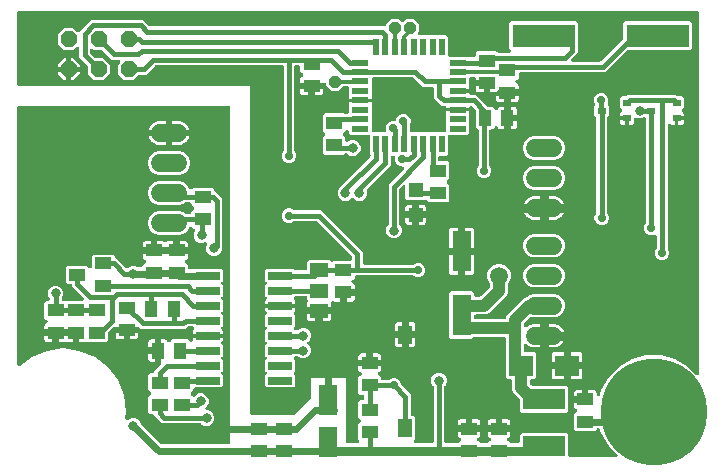
<source format=gbr>
G04 EAGLE Gerber RS-274X export*
G75*
%MOMM*%
%FSLAX34Y34*%
%LPD*%
%INTop Copper*%
%IPPOS*%
%AMOC8*
5,1,8,0,0,1.08239X$1,22.5*%
G01*
%ADD10R,1.397000X1.092200*%
%ADD11R,1.092200X1.397000*%
%ADD12R,2.032000X0.660400*%
%ADD13R,1.500000X1.300000*%
%ADD14R,3.600000X1.800000*%
%ADD15R,5.334000X1.930400*%
%ADD16R,1.200000X1.600000*%
%ADD17R,1.400000X1.000000*%
%ADD18C,1.500000*%
%ADD19R,1.473200X0.508000*%
%ADD20R,0.508000X1.473200*%
%ADD21C,9.000000*%
%ADD22R,1.600000X3.500000*%
%ADD23R,1.600000X2.600000*%
%ADD24P,1.484606X8X202.500000*%
%ADD25R,1.200000X1.200000*%
%ADD26P,1.099708X8X112.500000*%
%ADD27R,0.700000X0.600000*%
%ADD28R,2.100000X1.800000*%
%ADD29C,0.600000*%
%ADD30C,0.806400*%
%ADD31C,0.706400*%
%ADD32C,0.800000*%
%ADD33C,0.400000*%
%ADD34C,0.304800*%
%ADD35C,1.000000*%
%ADD36C,1.500000*%
%ADD37C,0.300000*%

G36*
X518050Y11213D02*
X518050Y11213D01*
X518155Y11215D01*
X518222Y11233D01*
X518290Y11241D01*
X518389Y11276D01*
X518489Y11302D01*
X518550Y11335D01*
X518616Y11358D01*
X518703Y11415D01*
X518795Y11464D01*
X518847Y11509D01*
X518905Y11547D01*
X518977Y11622D01*
X519056Y11691D01*
X519096Y11747D01*
X519144Y11797D01*
X519197Y11887D01*
X519258Y11972D01*
X519284Y12036D01*
X519319Y12095D01*
X519350Y12195D01*
X519389Y12291D01*
X519401Y12360D01*
X519421Y12426D01*
X519428Y12530D01*
X519445Y12633D01*
X519440Y12702D01*
X519445Y12771D01*
X519428Y12873D01*
X519420Y12978D01*
X519400Y13044D01*
X519389Y13112D01*
X519349Y13208D01*
X519318Y13308D01*
X519282Y13367D01*
X519256Y13431D01*
X519195Y13516D01*
X519142Y13605D01*
X519073Y13684D01*
X519054Y13711D01*
X519037Y13726D01*
X519007Y13760D01*
X511958Y20809D01*
X505699Y31650D01*
X504868Y34750D01*
X504864Y34762D01*
X504862Y34774D01*
X504800Y34922D01*
X504741Y35071D01*
X504734Y35082D01*
X504729Y35093D01*
X504635Y35223D01*
X504543Y35355D01*
X504534Y35363D01*
X504527Y35373D01*
X504405Y35479D01*
X504286Y35586D01*
X504275Y35592D01*
X504266Y35600D01*
X504122Y35675D01*
X503983Y35752D01*
X503971Y35755D01*
X503960Y35761D01*
X503803Y35801D01*
X503649Y35844D01*
X503637Y35844D01*
X503625Y35847D01*
X503420Y35861D01*
X503150Y35861D01*
X503115Y35857D01*
X503079Y35860D01*
X502943Y35837D01*
X502807Y35821D01*
X502773Y35809D01*
X502738Y35804D01*
X502611Y35751D01*
X502481Y35704D01*
X502452Y35685D01*
X502419Y35671D01*
X502307Y35590D01*
X502192Y35515D01*
X502167Y35489D01*
X502139Y35469D01*
X502048Y35365D01*
X501953Y35265D01*
X501935Y35234D01*
X501912Y35208D01*
X501848Y35086D01*
X500162Y33400D01*
X484088Y33400D01*
X482599Y34889D01*
X482599Y47915D01*
X484116Y49432D01*
X484138Y49434D01*
X484160Y49441D01*
X484183Y49444D01*
X484324Y49495D01*
X484467Y49541D01*
X484486Y49553D01*
X484508Y49561D01*
X484634Y49643D01*
X484762Y49721D01*
X484778Y49737D01*
X484798Y49750D01*
X484901Y49858D01*
X485008Y49964D01*
X485021Y49983D01*
X485036Y50000D01*
X485112Y50129D01*
X485192Y50257D01*
X485200Y50278D01*
X485211Y50298D01*
X485256Y50442D01*
X485304Y50584D01*
X485307Y50607D01*
X485313Y50629D01*
X485324Y50779D01*
X485339Y50928D01*
X485336Y50950D01*
X485337Y50974D01*
X485313Y51122D01*
X485293Y51270D01*
X485285Y51292D01*
X485281Y51315D01*
X485224Y51453D01*
X485170Y51594D01*
X485157Y51613D01*
X485148Y51634D01*
X485061Y51756D01*
X484977Y51880D01*
X484960Y51896D01*
X484946Y51914D01*
X484833Y52013D01*
X484723Y52115D01*
X484702Y52126D01*
X484685Y52141D01*
X484552Y52211D01*
X484421Y52285D01*
X484393Y52294D01*
X484379Y52302D01*
X484348Y52310D01*
X484227Y52351D01*
X484159Y52369D01*
X483580Y52704D01*
X483107Y53177D01*
X482772Y53756D01*
X482599Y54402D01*
X482599Y57468D01*
X490894Y57468D01*
X490929Y57472D01*
X490965Y57470D01*
X491101Y57492D01*
X491238Y57508D01*
X491271Y57520D01*
X491306Y57526D01*
X491433Y57579D01*
X491563Y57626D01*
X491593Y57645D01*
X491625Y57659D01*
X491737Y57739D01*
X491853Y57814D01*
X491877Y57840D01*
X491906Y57861D01*
X491996Y57965D01*
X492091Y58065D01*
X492109Y58095D01*
X492132Y58122D01*
X492197Y58244D01*
X492266Y58363D01*
X492277Y58397D01*
X492293Y58428D01*
X492328Y58562D01*
X492368Y58693D01*
X492371Y58728D01*
X492380Y58763D01*
X492394Y58967D01*
X492394Y59929D01*
X493356Y59929D01*
X493391Y59934D01*
X493426Y59931D01*
X493562Y59953D01*
X493699Y59969D01*
X493732Y59981D01*
X493767Y59987D01*
X493894Y60040D01*
X494024Y60087D01*
X494054Y60106D01*
X494087Y60120D01*
X494198Y60200D01*
X494314Y60276D01*
X494338Y60301D01*
X494367Y60322D01*
X494457Y60426D01*
X494552Y60526D01*
X494570Y60556D01*
X494594Y60583D01*
X494658Y60705D01*
X494727Y60824D01*
X494738Y60858D01*
X494754Y60889D01*
X494789Y61023D01*
X494829Y61154D01*
X494832Y61190D01*
X494841Y61224D01*
X494855Y61429D01*
X494855Y68200D01*
X499445Y68200D01*
X500091Y68027D01*
X500670Y67692D01*
X501143Y67219D01*
X501478Y66640D01*
X501651Y65994D01*
X501651Y64629D01*
X501668Y64480D01*
X501681Y64331D01*
X501688Y64309D01*
X501691Y64286D01*
X501742Y64145D01*
X501788Y64002D01*
X501800Y63982D01*
X501808Y63961D01*
X501890Y63835D01*
X501968Y63707D01*
X501984Y63690D01*
X501997Y63671D01*
X502106Y63567D01*
X502211Y63461D01*
X502230Y63448D01*
X502247Y63432D01*
X502377Y63356D01*
X502503Y63277D01*
X502525Y63269D01*
X502545Y63257D01*
X502689Y63213D01*
X502831Y63164D01*
X502853Y63162D01*
X502876Y63155D01*
X503025Y63145D01*
X503175Y63130D01*
X503198Y63133D01*
X503221Y63132D01*
X503368Y63156D01*
X503517Y63176D01*
X503539Y63184D01*
X503562Y63188D01*
X503700Y63245D01*
X503841Y63298D01*
X503860Y63311D01*
X503881Y63320D01*
X504003Y63408D01*
X504127Y63492D01*
X504143Y63509D01*
X504161Y63523D01*
X504260Y63636D01*
X504362Y63746D01*
X504373Y63766D01*
X504388Y63784D01*
X504458Y63917D01*
X504532Y64047D01*
X504541Y64075D01*
X504549Y64090D01*
X504557Y64120D01*
X504598Y64241D01*
X505699Y68350D01*
X511958Y79191D01*
X520809Y88042D01*
X531650Y94301D01*
X543741Y97541D01*
X556259Y97541D01*
X568350Y94301D01*
X579191Y88042D01*
X586240Y80993D01*
X586322Y80928D01*
X586397Y80856D01*
X586457Y80821D01*
X586511Y80778D01*
X586605Y80734D01*
X586695Y80681D01*
X586761Y80661D01*
X586824Y80631D01*
X586926Y80610D01*
X587026Y80579D01*
X587095Y80574D01*
X587162Y80560D01*
X587266Y80563D01*
X587371Y80555D01*
X587439Y80567D01*
X587508Y80568D01*
X587609Y80595D01*
X587712Y80611D01*
X587776Y80638D01*
X587842Y80655D01*
X587935Y80704D01*
X588031Y80744D01*
X588087Y80785D01*
X588148Y80817D01*
X588227Y80885D01*
X588311Y80946D01*
X588357Y80999D01*
X588409Y81044D01*
X588470Y81129D01*
X588538Y81207D01*
X588570Y81269D01*
X588611Y81325D01*
X588650Y81421D01*
X588699Y81514D01*
X588716Y81580D01*
X588743Y81644D01*
X588759Y81747D01*
X588785Y81848D01*
X588792Y81952D01*
X588798Y81986D01*
X588796Y82008D01*
X588799Y82053D01*
X588799Y387300D01*
X588795Y387335D01*
X588798Y387371D01*
X588775Y387507D01*
X588759Y387643D01*
X588747Y387677D01*
X588742Y387712D01*
X588689Y387839D01*
X588642Y387969D01*
X588623Y387998D01*
X588609Y388031D01*
X588528Y388143D01*
X588453Y388258D01*
X588427Y388283D01*
X588407Y388311D01*
X588303Y388402D01*
X588203Y388497D01*
X588172Y388515D01*
X588146Y388538D01*
X588023Y388602D01*
X587905Y388672D01*
X587871Y388682D01*
X587839Y388699D01*
X587706Y388733D01*
X587574Y388774D01*
X587539Y388776D01*
X587505Y388785D01*
X587300Y388799D01*
X12700Y388799D01*
X12665Y388795D01*
X12629Y388798D01*
X12493Y388775D01*
X12357Y388759D01*
X12323Y388747D01*
X12288Y388742D01*
X12161Y388689D01*
X12031Y388642D01*
X12002Y388623D01*
X11969Y388609D01*
X11857Y388528D01*
X11742Y388453D01*
X11717Y388427D01*
X11689Y388407D01*
X11598Y388303D01*
X11503Y388203D01*
X11485Y388172D01*
X11462Y388146D01*
X11398Y388023D01*
X11328Y387905D01*
X11318Y387871D01*
X11301Y387839D01*
X11267Y387706D01*
X11226Y387574D01*
X11224Y387539D01*
X11215Y387505D01*
X11201Y387300D01*
X11201Y327300D01*
X11205Y327265D01*
X11202Y327229D01*
X11225Y327093D01*
X11241Y326957D01*
X11253Y326923D01*
X11258Y326888D01*
X11311Y326761D01*
X11358Y326631D01*
X11378Y326602D01*
X11391Y326569D01*
X11472Y326457D01*
X11547Y326342D01*
X11573Y326317D01*
X11593Y326289D01*
X11698Y326198D01*
X11797Y326103D01*
X11828Y326085D01*
X11854Y326062D01*
X11977Y325998D01*
X12095Y325928D01*
X12129Y325918D01*
X12161Y325901D01*
X12294Y325867D01*
X12426Y325826D01*
X12461Y325824D01*
X12495Y325815D01*
X12700Y325801D01*
X208501Y325801D01*
X208501Y48569D01*
X208505Y48534D01*
X208502Y48498D01*
X208525Y48362D01*
X208541Y48225D01*
X208553Y48192D01*
X208558Y48157D01*
X208611Y48030D01*
X208658Y47900D01*
X208678Y47870D01*
X208691Y47838D01*
X208772Y47726D01*
X208847Y47611D01*
X208873Y47586D01*
X208893Y47557D01*
X208998Y47467D01*
X209097Y47372D01*
X209128Y47354D01*
X209154Y47331D01*
X209277Y47266D01*
X209395Y47197D01*
X209429Y47186D01*
X209461Y47170D01*
X209594Y47135D01*
X209726Y47095D01*
X209761Y47092D01*
X209795Y47084D01*
X210000Y47070D01*
X245269Y47070D01*
X245403Y47085D01*
X245538Y47094D01*
X245575Y47105D01*
X245612Y47109D01*
X245739Y47155D01*
X245869Y47195D01*
X245902Y47214D01*
X245937Y47227D01*
X246051Y47301D01*
X246168Y47369D01*
X246206Y47402D01*
X246227Y47416D01*
X246250Y47440D01*
X246323Y47503D01*
X259817Y60846D01*
X259906Y60958D01*
X260001Y61067D01*
X260014Y61093D01*
X260033Y61116D01*
X260094Y61246D01*
X260161Y61373D01*
X260169Y61402D01*
X260181Y61428D01*
X260212Y61569D01*
X260248Y61708D01*
X260250Y61747D01*
X260255Y61766D01*
X260254Y61800D01*
X260262Y61913D01*
X260262Y78670D01*
X289532Y78670D01*
X289532Y24709D01*
X289536Y24674D01*
X289534Y24638D01*
X289556Y24502D01*
X289572Y24365D01*
X289584Y24332D01*
X289590Y24297D01*
X289642Y24170D01*
X289689Y24040D01*
X289709Y24010D01*
X289722Y23978D01*
X289803Y23866D01*
X289878Y23751D01*
X289904Y23726D01*
X289925Y23697D01*
X290029Y23607D01*
X290128Y23512D01*
X290159Y23494D01*
X290186Y23471D01*
X290308Y23406D01*
X290427Y23337D01*
X290460Y23326D01*
X290492Y23310D01*
X290625Y23275D01*
X290757Y23235D01*
X290792Y23232D01*
X290827Y23224D01*
X291031Y23209D01*
X299365Y23209D01*
X299469Y23222D01*
X299573Y23224D01*
X299640Y23241D01*
X299709Y23249D01*
X299807Y23285D01*
X299908Y23311D01*
X299969Y23343D01*
X300034Y23367D01*
X300121Y23424D01*
X300213Y23473D01*
X300266Y23518D01*
X300323Y23556D01*
X300395Y23631D01*
X300474Y23700D01*
X300514Y23756D01*
X300562Y23806D01*
X300615Y23896D01*
X300676Y23981D01*
X300702Y24044D01*
X300737Y24104D01*
X300768Y24204D01*
X300808Y24300D01*
X300819Y24368D01*
X300839Y24434D01*
X300846Y24538D01*
X300863Y24641D01*
X300858Y24710D01*
X300863Y24779D01*
X300846Y24882D01*
X300838Y24986D01*
X300818Y25052D01*
X300807Y25120D01*
X300767Y25217D01*
X300736Y25316D01*
X300701Y25376D01*
X300674Y25440D01*
X300613Y25524D01*
X300560Y25614D01*
X300492Y25693D01*
X300472Y25720D01*
X300455Y25735D01*
X300425Y25769D01*
X300037Y26157D01*
X300037Y39184D01*
X301861Y41009D01*
X301883Y41036D01*
X301910Y41060D01*
X301990Y41172D01*
X302076Y41280D01*
X302091Y41312D01*
X302112Y41341D01*
X302164Y41468D01*
X302223Y41593D01*
X302230Y41627D01*
X302244Y41660D01*
X302266Y41796D01*
X302294Y41931D01*
X302293Y41966D01*
X302299Y42001D01*
X302289Y42139D01*
X302286Y42277D01*
X302277Y42311D01*
X302274Y42346D01*
X302233Y42478D01*
X302199Y42611D01*
X302182Y42643D01*
X302172Y42676D01*
X302102Y42795D01*
X302037Y42917D01*
X302014Y42944D01*
X301996Y42974D01*
X301861Y43129D01*
X300037Y44953D01*
X300037Y57980D01*
X301525Y59468D01*
X303523Y59468D01*
X303558Y59473D01*
X303593Y59470D01*
X303729Y59492D01*
X303866Y59508D01*
X303899Y59520D01*
X303934Y59526D01*
X304061Y59579D01*
X304191Y59626D01*
X304221Y59645D01*
X304254Y59659D01*
X304365Y59739D01*
X304481Y59815D01*
X304505Y59840D01*
X304534Y59861D01*
X304624Y59965D01*
X304719Y60065D01*
X304737Y60095D01*
X304761Y60122D01*
X304825Y60244D01*
X304894Y60363D01*
X304905Y60397D01*
X304921Y60428D01*
X304956Y60562D01*
X304996Y60693D01*
X304999Y60729D01*
X305008Y60763D01*
X305022Y60968D01*
X305022Y62857D01*
X305018Y62892D01*
X305020Y62928D01*
X304998Y63064D01*
X304982Y63201D01*
X304970Y63234D01*
X304964Y63269D01*
X304911Y63396D01*
X304864Y63526D01*
X304845Y63556D01*
X304831Y63588D01*
X304751Y63700D01*
X304676Y63815D01*
X304650Y63840D01*
X304629Y63869D01*
X304525Y63959D01*
X304425Y64054D01*
X304395Y64072D01*
X304368Y64095D01*
X304246Y64160D01*
X304127Y64229D01*
X304093Y64240D01*
X304062Y64256D01*
X303928Y64291D01*
X303797Y64331D01*
X303762Y64334D01*
X303727Y64342D01*
X303523Y64357D01*
X301525Y64357D01*
X300037Y65845D01*
X300037Y78872D01*
X301553Y80388D01*
X301576Y80390D01*
X301598Y80397D01*
X301620Y80400D01*
X301761Y80451D01*
X301904Y80497D01*
X301924Y80509D01*
X301946Y80517D01*
X302071Y80599D01*
X302199Y80677D01*
X302216Y80694D01*
X302235Y80706D01*
X302338Y80814D01*
X302446Y80920D01*
X302458Y80940D01*
X302474Y80956D01*
X302550Y81086D01*
X302630Y81213D01*
X302637Y81235D01*
X302649Y81255D01*
X302693Y81398D01*
X302742Y81540D01*
X302744Y81563D01*
X302751Y81585D01*
X302761Y81735D01*
X302776Y81884D01*
X302773Y81907D01*
X302775Y81930D01*
X302750Y82077D01*
X302730Y82227D01*
X302722Y82248D01*
X302719Y82271D01*
X302661Y82409D01*
X302608Y82550D01*
X302595Y82569D01*
X302586Y82590D01*
X302498Y82712D01*
X302414Y82836D01*
X302397Y82852D01*
X302384Y82871D01*
X302270Y82969D01*
X302160Y83071D01*
X302140Y83082D01*
X302123Y83097D01*
X301989Y83167D01*
X301859Y83241D01*
X301831Y83251D01*
X301816Y83258D01*
X301786Y83266D01*
X301665Y83307D01*
X301597Y83326D01*
X301017Y83660D01*
X300544Y84133D01*
X300210Y84713D01*
X300037Y85359D01*
X300037Y88424D01*
X308332Y88424D01*
X308367Y88429D01*
X308402Y88426D01*
X308538Y88448D01*
X308675Y88464D01*
X308709Y88476D01*
X308744Y88482D01*
X308871Y88535D01*
X309000Y88582D01*
X309030Y88601D01*
X309063Y88615D01*
X309175Y88695D01*
X309290Y88771D01*
X309314Y88796D01*
X309343Y88817D01*
X309434Y88921D01*
X309529Y89021D01*
X309547Y89051D01*
X309568Y89076D01*
X309640Y88965D01*
X309666Y88941D01*
X309687Y88912D01*
X309791Y88822D01*
X309890Y88727D01*
X309921Y88709D01*
X309948Y88686D01*
X310070Y88621D01*
X310188Y88552D01*
X310222Y88541D01*
X310254Y88525D01*
X310387Y88490D01*
X310519Y88450D01*
X310554Y88447D01*
X310589Y88438D01*
X310793Y88424D01*
X319088Y88424D01*
X319088Y85359D01*
X318915Y84713D01*
X318581Y84133D01*
X318108Y83660D01*
X317528Y83326D01*
X317460Y83307D01*
X317320Y83252D01*
X317179Y83201D01*
X317160Y83189D01*
X317139Y83180D01*
X317015Y83094D01*
X316890Y83012D01*
X316874Y82996D01*
X316855Y82982D01*
X316755Y82871D01*
X316651Y82762D01*
X316639Y82742D01*
X316624Y82725D01*
X316552Y82594D01*
X316476Y82464D01*
X316469Y82442D01*
X316458Y82422D01*
X316418Y82277D01*
X316374Y82134D01*
X316373Y82111D01*
X316366Y82088D01*
X316361Y81938D01*
X316350Y81789D01*
X316354Y81766D01*
X316353Y81743D01*
X316382Y81596D01*
X316406Y81447D01*
X316415Y81426D01*
X316420Y81404D01*
X316482Y81267D01*
X316539Y81128D01*
X316553Y81110D01*
X316562Y81088D01*
X316654Y80970D01*
X316741Y80848D01*
X316759Y80833D01*
X316773Y80814D01*
X316889Y80720D01*
X317002Y80621D01*
X317023Y80610D01*
X317041Y80596D01*
X317175Y80530D01*
X317309Y80460D01*
X317331Y80455D01*
X317352Y80445D01*
X317498Y80412D01*
X317566Y80394D01*
X319088Y78872D01*
X319088Y78271D01*
X319092Y78236D01*
X319090Y78201D01*
X319112Y78065D01*
X319128Y77928D01*
X319140Y77894D01*
X319146Y77859D01*
X319199Y77732D01*
X319246Y77603D01*
X319265Y77573D01*
X319279Y77540D01*
X319359Y77429D01*
X319434Y77313D01*
X319460Y77289D01*
X319481Y77260D01*
X319585Y77169D01*
X319685Y77074D01*
X319715Y77056D01*
X319742Y77033D01*
X319864Y76969D01*
X319983Y76899D01*
X320017Y76889D01*
X320048Y76872D01*
X320182Y76838D01*
X320313Y76797D01*
X320348Y76795D01*
X320383Y76786D01*
X320587Y76772D01*
X325532Y76772D01*
X325670Y76788D01*
X325809Y76798D01*
X325841Y76808D01*
X325875Y76812D01*
X326006Y76859D01*
X326139Y76901D01*
X326168Y76918D01*
X326200Y76929D01*
X326317Y77005D01*
X326437Y77076D01*
X326471Y77106D01*
X326490Y77118D01*
X326513Y77143D01*
X326592Y77211D01*
X326760Y77379D01*
X328992Y78304D01*
X331408Y78304D01*
X333640Y77379D01*
X335348Y75671D01*
X336273Y73439D01*
X336273Y73201D01*
X336289Y73063D01*
X336299Y72924D01*
X336309Y72891D01*
X336313Y72858D01*
X336360Y72727D01*
X336401Y72593D01*
X336419Y72564D01*
X336430Y72532D01*
X336506Y72416D01*
X336577Y72296D01*
X336607Y72262D01*
X336619Y72243D01*
X336643Y72220D01*
X336712Y72141D01*
X344266Y64587D01*
X344266Y47746D01*
X344270Y47711D01*
X344267Y47676D01*
X344290Y47540D01*
X344306Y47403D01*
X344318Y47369D01*
X344323Y47334D01*
X344376Y47207D01*
X344423Y47078D01*
X344442Y47048D01*
X344456Y47015D01*
X344537Y46904D01*
X344612Y46788D01*
X344638Y46764D01*
X344658Y46735D01*
X344762Y46644D01*
X344862Y46549D01*
X344893Y46531D01*
X344919Y46508D01*
X345042Y46444D01*
X345160Y46374D01*
X345194Y46364D01*
X345226Y46347D01*
X345359Y46313D01*
X345491Y46272D01*
X345526Y46270D01*
X345560Y46261D01*
X345765Y46247D01*
X346777Y46247D01*
X348266Y44759D01*
X348266Y26654D01*
X347381Y25769D01*
X347316Y25687D01*
X347244Y25612D01*
X347209Y25552D01*
X347166Y25498D01*
X347122Y25403D01*
X347069Y25313D01*
X347049Y25247D01*
X347019Y25185D01*
X346998Y25083D01*
X346967Y24983D01*
X346962Y24914D01*
X346948Y24847D01*
X346950Y24742D01*
X346943Y24638D01*
X346954Y24570D01*
X346956Y24501D01*
X346982Y24400D01*
X346999Y24297D01*
X347026Y24233D01*
X347043Y24166D01*
X347092Y24074D01*
X347132Y23978D01*
X347172Y23922D01*
X347205Y23861D01*
X347273Y23782D01*
X347334Y23697D01*
X347386Y23652D01*
X347432Y23600D01*
X347516Y23539D01*
X347595Y23471D01*
X347657Y23438D01*
X347713Y23398D01*
X347809Y23359D01*
X347901Y23310D01*
X347968Y23293D01*
X348032Y23266D01*
X348135Y23250D01*
X348236Y23224D01*
X348340Y23216D01*
X348374Y23211D01*
X348396Y23213D01*
X348441Y23209D01*
X362260Y23209D01*
X362295Y23214D01*
X362331Y23211D01*
X362467Y23233D01*
X362603Y23249D01*
X362637Y23261D01*
X362672Y23267D01*
X362799Y23320D01*
X362929Y23367D01*
X362958Y23386D01*
X362991Y23400D01*
X363103Y23480D01*
X363218Y23556D01*
X363243Y23581D01*
X363271Y23602D01*
X363362Y23706D01*
X363457Y23806D01*
X363475Y23836D01*
X363498Y23863D01*
X363562Y23985D01*
X363632Y24104D01*
X363642Y24138D01*
X363659Y24169D01*
X363693Y24303D01*
X363734Y24434D01*
X363736Y24470D01*
X363745Y24504D01*
X363759Y24709D01*
X363759Y70824D01*
X363743Y70963D01*
X363733Y71102D01*
X363723Y71134D01*
X363719Y71168D01*
X363672Y71299D01*
X363631Y71432D01*
X363613Y71461D01*
X363602Y71493D01*
X363526Y71610D01*
X363455Y71730D01*
X363425Y71764D01*
X363413Y71783D01*
X363389Y71806D01*
X363320Y71885D01*
X362728Y72477D01*
X361727Y74893D01*
X361727Y77507D01*
X362728Y79923D01*
X364577Y81772D01*
X366993Y82773D01*
X369607Y82773D01*
X372023Y81772D01*
X373872Y79923D01*
X374873Y77507D01*
X374873Y74893D01*
X373872Y72477D01*
X373280Y71885D01*
X373193Y71775D01*
X373102Y71670D01*
X373086Y71640D01*
X373065Y71614D01*
X373006Y71488D01*
X372941Y71364D01*
X372933Y71331D01*
X372918Y71301D01*
X372890Y71164D01*
X372855Y71029D01*
X372852Y70984D01*
X372847Y70962D01*
X372848Y70929D01*
X372841Y70824D01*
X372841Y24709D01*
X372845Y24674D01*
X372842Y24638D01*
X372865Y24502D01*
X372881Y24365D01*
X372893Y24332D01*
X372898Y24297D01*
X372951Y24170D01*
X372998Y24040D01*
X373017Y24010D01*
X373031Y23978D01*
X373112Y23866D01*
X373187Y23751D01*
X373213Y23726D01*
X373233Y23697D01*
X373337Y23607D01*
X373437Y23512D01*
X373468Y23494D01*
X373494Y23471D01*
X373617Y23406D01*
X373735Y23337D01*
X373769Y23326D01*
X373801Y23310D01*
X373934Y23275D01*
X374066Y23235D01*
X374101Y23232D01*
X374135Y23224D01*
X374340Y23209D01*
X383454Y23209D01*
X383592Y23226D01*
X383731Y23235D01*
X383763Y23245D01*
X383797Y23249D01*
X383928Y23297D01*
X384061Y23338D01*
X384090Y23355D01*
X384122Y23367D01*
X384239Y23443D01*
X384359Y23514D01*
X384393Y23543D01*
X384412Y23556D01*
X384435Y23580D01*
X384514Y23649D01*
X385691Y24826D01*
X385713Y24828D01*
X385735Y24835D01*
X385758Y24837D01*
X385899Y24888D01*
X386042Y24935D01*
X386061Y24947D01*
X386083Y24955D01*
X386209Y25037D01*
X386337Y25115D01*
X386353Y25131D01*
X386373Y25144D01*
X386476Y25252D01*
X386583Y25358D01*
X386596Y25377D01*
X386611Y25394D01*
X386687Y25523D01*
X386767Y25650D01*
X386775Y25672D01*
X386786Y25692D01*
X386831Y25835D01*
X386879Y25977D01*
X386882Y26000D01*
X386888Y26022D01*
X386899Y26173D01*
X386914Y26322D01*
X386911Y26344D01*
X386912Y26367D01*
X386888Y26516D01*
X386868Y26664D01*
X386860Y26686D01*
X386856Y26708D01*
X386799Y26847D01*
X386745Y26987D01*
X386732Y27007D01*
X386723Y27028D01*
X386636Y27149D01*
X386552Y27274D01*
X386535Y27289D01*
X386521Y27308D01*
X386408Y27406D01*
X386298Y27508D01*
X386277Y27520D01*
X386260Y27535D01*
X386127Y27605D01*
X385996Y27678D01*
X385968Y27688D01*
X385954Y27696D01*
X385923Y27703D01*
X385802Y27745D01*
X385734Y27763D01*
X385155Y28098D01*
X384682Y28571D01*
X384347Y29150D01*
X384174Y29796D01*
X384174Y32862D01*
X392469Y32862D01*
X392504Y32866D01*
X392540Y32864D01*
X392676Y32886D01*
X392813Y32902D01*
X392846Y32914D01*
X392881Y32920D01*
X393008Y32972D01*
X393138Y33019D01*
X393168Y33039D01*
X393200Y33052D01*
X393312Y33133D01*
X393428Y33208D01*
X393452Y33234D01*
X393481Y33255D01*
X393571Y33359D01*
X393666Y33458D01*
X393684Y33489D01*
X393706Y33514D01*
X393778Y33403D01*
X393803Y33379D01*
X393824Y33350D01*
X393928Y33259D01*
X394028Y33164D01*
X394058Y33146D01*
X394085Y33123D01*
X394207Y33059D01*
X394326Y32989D01*
X394360Y32979D01*
X394391Y32962D01*
X394525Y32928D01*
X394656Y32887D01*
X394692Y32885D01*
X394726Y32876D01*
X394931Y32862D01*
X403226Y32862D01*
X403226Y29796D01*
X403053Y29150D01*
X402718Y28571D01*
X402245Y28098D01*
X401666Y27763D01*
X401598Y27745D01*
X401458Y27690D01*
X401317Y27639D01*
X401298Y27626D01*
X401276Y27618D01*
X401153Y27532D01*
X401027Y27450D01*
X401011Y27433D01*
X400992Y27420D01*
X400892Y27308D01*
X400789Y27200D01*
X400777Y27180D01*
X400762Y27163D01*
X400689Y27031D01*
X400614Y26901D01*
X400607Y26880D01*
X400596Y26859D01*
X400556Y26714D01*
X400512Y26571D01*
X400510Y26548D01*
X400504Y26526D01*
X400498Y26376D01*
X400488Y26226D01*
X400492Y26204D01*
X400491Y26180D01*
X400520Y26033D01*
X400544Y25885D01*
X400553Y25864D01*
X400557Y25841D01*
X400619Y25705D01*
X400677Y25566D01*
X400690Y25547D01*
X400699Y25526D01*
X400791Y25407D01*
X400879Y25285D01*
X400896Y25270D01*
X400910Y25252D01*
X401026Y25157D01*
X401140Y25059D01*
X401160Y25048D01*
X401178Y25033D01*
X401313Y24968D01*
X401446Y24898D01*
X401468Y24892D01*
X401489Y24882D01*
X401635Y24849D01*
X401703Y24831D01*
X402759Y23776D01*
X402869Y23689D01*
X402974Y23598D01*
X403004Y23582D01*
X403030Y23561D01*
X403156Y23502D01*
X403280Y23437D01*
X403313Y23428D01*
X403343Y23414D01*
X403480Y23385D01*
X403615Y23351D01*
X403660Y23347D01*
X403682Y23343D01*
X403715Y23344D01*
X403819Y23336D01*
X408981Y23336D01*
X409119Y23353D01*
X409258Y23362D01*
X409291Y23372D01*
X409324Y23376D01*
X409455Y23424D01*
X409588Y23465D01*
X409617Y23482D01*
X409649Y23494D01*
X409766Y23570D01*
X409886Y23641D01*
X409920Y23671D01*
X409939Y23683D01*
X409962Y23707D01*
X410041Y23776D01*
X411091Y24826D01*
X411113Y24828D01*
X411135Y24835D01*
X411158Y24837D01*
X411299Y24888D01*
X411442Y24935D01*
X411461Y24947D01*
X411483Y24955D01*
X411609Y25037D01*
X411737Y25115D01*
X411753Y25131D01*
X411773Y25144D01*
X411876Y25252D01*
X411983Y25358D01*
X411996Y25377D01*
X412011Y25394D01*
X412087Y25523D01*
X412167Y25650D01*
X412175Y25672D01*
X412186Y25692D01*
X412231Y25835D01*
X412279Y25977D01*
X412282Y26000D01*
X412288Y26022D01*
X412299Y26173D01*
X412314Y26321D01*
X412310Y26344D01*
X412312Y26367D01*
X412288Y26515D01*
X412268Y26664D01*
X412260Y26686D01*
X412256Y26708D01*
X412199Y26847D01*
X412145Y26987D01*
X412132Y27007D01*
X412123Y27028D01*
X412036Y27149D01*
X411952Y27274D01*
X411935Y27289D01*
X411921Y27308D01*
X411808Y27407D01*
X411698Y27508D01*
X411677Y27520D01*
X411660Y27535D01*
X411527Y27605D01*
X411396Y27678D01*
X411368Y27688D01*
X411354Y27696D01*
X411323Y27703D01*
X411202Y27745D01*
X411134Y27763D01*
X410555Y28098D01*
X410082Y28571D01*
X409747Y29150D01*
X409574Y29796D01*
X409574Y32862D01*
X417869Y32862D01*
X417904Y32866D01*
X417940Y32864D01*
X418076Y32886D01*
X418213Y32902D01*
X418246Y32914D01*
X418281Y32920D01*
X418408Y32972D01*
X418538Y33019D01*
X418568Y33039D01*
X418600Y33052D01*
X418712Y33133D01*
X418828Y33208D01*
X418852Y33234D01*
X418881Y33255D01*
X418971Y33359D01*
X419066Y33458D01*
X419084Y33489D01*
X419106Y33514D01*
X419178Y33403D01*
X419203Y33379D01*
X419224Y33350D01*
X419328Y33259D01*
X419428Y33164D01*
X419458Y33146D01*
X419485Y33123D01*
X419607Y33059D01*
X419726Y32989D01*
X419760Y32979D01*
X419791Y32962D01*
X419925Y32928D01*
X420056Y32887D01*
X420092Y32885D01*
X420126Y32876D01*
X420331Y32862D01*
X428626Y32862D01*
X428626Y29796D01*
X428453Y29150D01*
X428118Y28571D01*
X427645Y28098D01*
X427066Y27763D01*
X426998Y27745D01*
X426858Y27690D01*
X426717Y27639D01*
X426698Y27626D01*
X426676Y27618D01*
X426553Y27532D01*
X426427Y27450D01*
X426411Y27433D01*
X426392Y27420D01*
X426292Y27308D01*
X426189Y27200D01*
X426177Y27180D01*
X426162Y27163D01*
X426090Y27031D01*
X426014Y26901D01*
X426007Y26879D01*
X425996Y26859D01*
X425956Y26714D01*
X425912Y26571D01*
X425910Y26548D01*
X425904Y26526D01*
X425898Y26376D01*
X425888Y26226D01*
X425892Y26203D01*
X425891Y26180D01*
X425920Y26033D01*
X425944Y25885D01*
X425953Y25864D01*
X425957Y25841D01*
X426019Y25704D01*
X426077Y25566D01*
X426090Y25547D01*
X426100Y25526D01*
X426191Y25407D01*
X426279Y25285D01*
X426296Y25270D01*
X426310Y25252D01*
X426426Y25157D01*
X426540Y25059D01*
X426560Y25048D01*
X426578Y25033D01*
X426713Y24968D01*
X426846Y24898D01*
X426868Y24892D01*
X426889Y24882D01*
X427035Y24849D01*
X427103Y24832D01*
X428159Y23776D01*
X428269Y23689D01*
X428374Y23598D01*
X428404Y23582D01*
X428430Y23561D01*
X428556Y23502D01*
X428680Y23437D01*
X428713Y23428D01*
X428743Y23414D01*
X428880Y23385D01*
X429015Y23351D01*
X429060Y23347D01*
X429082Y23343D01*
X429115Y23344D01*
X429219Y23336D01*
X435160Y23336D01*
X435195Y23341D01*
X435231Y23338D01*
X435367Y23360D01*
X435503Y23376D01*
X435537Y23388D01*
X435572Y23394D01*
X435699Y23447D01*
X435829Y23494D01*
X435858Y23513D01*
X435891Y23527D01*
X436003Y23607D01*
X436118Y23683D01*
X436143Y23708D01*
X436171Y23729D01*
X436262Y23833D01*
X436357Y23933D01*
X436375Y23963D01*
X436398Y23990D01*
X436462Y24112D01*
X436532Y24231D01*
X436542Y24265D01*
X436559Y24296D01*
X436593Y24430D01*
X436634Y24561D01*
X436636Y24597D01*
X436645Y24631D01*
X436659Y24836D01*
X436659Y30534D01*
X438148Y32022D01*
X476252Y32022D01*
X477741Y30534D01*
X477741Y12700D01*
X477745Y12665D01*
X477742Y12629D01*
X477765Y12493D01*
X477781Y12357D01*
X477793Y12323D01*
X477798Y12288D01*
X477851Y12161D01*
X477898Y12031D01*
X477917Y12002D01*
X477931Y11969D01*
X478012Y11857D01*
X478087Y11742D01*
X478113Y11717D01*
X478133Y11689D01*
X478237Y11598D01*
X478337Y11503D01*
X478368Y11485D01*
X478394Y11462D01*
X478517Y11398D01*
X478635Y11328D01*
X478669Y11318D01*
X478701Y11301D01*
X478834Y11267D01*
X478966Y11226D01*
X479001Y11224D01*
X479035Y11215D01*
X479240Y11201D01*
X517947Y11201D01*
X518050Y11213D01*
G37*
G36*
X190035Y22341D02*
X190035Y22341D01*
X190071Y22338D01*
X190207Y22360D01*
X190343Y22376D01*
X190377Y22388D01*
X190412Y22394D01*
X190539Y22447D01*
X190669Y22494D01*
X190698Y22513D01*
X190731Y22527D01*
X190843Y22607D01*
X190958Y22683D01*
X190983Y22708D01*
X191011Y22729D01*
X191102Y22833D01*
X191197Y22933D01*
X191215Y22963D01*
X191238Y22990D01*
X191302Y23112D01*
X191372Y23231D01*
X191382Y23265D01*
X191399Y23296D01*
X191433Y23430D01*
X191474Y23561D01*
X191476Y23597D01*
X191485Y23631D01*
X191499Y23836D01*
X191499Y307300D01*
X191495Y307335D01*
X191498Y307371D01*
X191475Y307507D01*
X191459Y307643D01*
X191447Y307677D01*
X191442Y307712D01*
X191389Y307839D01*
X191342Y307969D01*
X191323Y307998D01*
X191309Y308031D01*
X191228Y308143D01*
X191153Y308258D01*
X191127Y308283D01*
X191107Y308311D01*
X191003Y308402D01*
X190903Y308497D01*
X190872Y308515D01*
X190846Y308538D01*
X190723Y308602D01*
X190605Y308672D01*
X190571Y308682D01*
X190539Y308699D01*
X190406Y308733D01*
X190274Y308774D01*
X190239Y308776D01*
X190205Y308785D01*
X190000Y308799D01*
X12700Y308799D01*
X12665Y308795D01*
X12629Y308798D01*
X12493Y308775D01*
X12357Y308759D01*
X12323Y308747D01*
X12288Y308742D01*
X12161Y308689D01*
X12031Y308642D01*
X12002Y308623D01*
X11969Y308609D01*
X11857Y308528D01*
X11742Y308453D01*
X11717Y308427D01*
X11689Y308407D01*
X11598Y308303D01*
X11503Y308203D01*
X11485Y308172D01*
X11462Y308146D01*
X11398Y308023D01*
X11328Y307905D01*
X11318Y307871D01*
X11301Y307839D01*
X11267Y307706D01*
X11226Y307574D01*
X11224Y307539D01*
X11215Y307505D01*
X11201Y307300D01*
X11201Y90017D01*
X11201Y90010D01*
X11201Y90004D01*
X11221Y89840D01*
X11241Y89673D01*
X11243Y89667D01*
X11244Y89661D01*
X11301Y89506D01*
X11358Y89348D01*
X11362Y89343D01*
X11364Y89337D01*
X11456Y89199D01*
X11547Y89058D01*
X11551Y89054D01*
X11555Y89049D01*
X11676Y88935D01*
X11797Y88820D01*
X11802Y88817D01*
X11807Y88812D01*
X11952Y88729D01*
X12095Y88645D01*
X12101Y88643D01*
X12107Y88640D01*
X12266Y88592D01*
X12426Y88543D01*
X12432Y88542D01*
X12438Y88540D01*
X12603Y88530D01*
X12771Y88519D01*
X12777Y88520D01*
X12783Y88520D01*
X12947Y88548D01*
X13112Y88575D01*
X13118Y88577D01*
X13124Y88578D01*
X13277Y88644D01*
X13431Y88708D01*
X13436Y88711D01*
X13442Y88714D01*
X13613Y88827D01*
X23294Y96256D01*
X36176Y101592D01*
X50000Y103412D01*
X63824Y101592D01*
X76706Y96256D01*
X87768Y87768D01*
X96256Y76706D01*
X101592Y63824D01*
X103412Y50000D01*
X102665Y44325D01*
X102664Y44295D01*
X102658Y44267D01*
X102662Y44123D01*
X102659Y43979D01*
X102666Y43951D01*
X102666Y43921D01*
X102703Y43782D01*
X102733Y43641D01*
X102746Y43615D01*
X102753Y43587D01*
X102820Y43460D01*
X102883Y43330D01*
X102901Y43307D01*
X102915Y43281D01*
X103009Y43173D01*
X103100Y43060D01*
X103123Y43042D01*
X103142Y43020D01*
X103259Y42936D01*
X103372Y42848D01*
X103399Y42836D01*
X103423Y42819D01*
X103556Y42763D01*
X103687Y42704D01*
X103715Y42698D01*
X103742Y42687D01*
X103885Y42664D01*
X104026Y42635D01*
X104055Y42636D01*
X104084Y42631D01*
X104228Y42642D01*
X104371Y42646D01*
X104399Y42654D01*
X104429Y42656D01*
X104566Y42699D01*
X104705Y42736D01*
X104731Y42750D01*
X104759Y42758D01*
X104883Y42832D01*
X105009Y42900D01*
X105031Y42919D01*
X105057Y42934D01*
X105211Y43069D01*
X105814Y43672D01*
X108230Y44673D01*
X110845Y44673D01*
X113261Y43672D01*
X115110Y41823D01*
X116028Y39607D01*
X116037Y39591D01*
X116042Y39573D01*
X116120Y39440D01*
X116196Y39305D01*
X116208Y39291D01*
X116218Y39275D01*
X116353Y39121D01*
X132698Y22776D01*
X132807Y22689D01*
X132912Y22598D01*
X132942Y22582D01*
X132969Y22561D01*
X133095Y22502D01*
X133218Y22437D01*
X133251Y22428D01*
X133282Y22414D01*
X133418Y22385D01*
X133553Y22351D01*
X133598Y22347D01*
X133620Y22343D01*
X133654Y22344D01*
X133758Y22336D01*
X190000Y22336D01*
X190035Y22341D01*
G37*
%LPC*%
G36*
X405192Y247927D02*
X405192Y247927D01*
X402960Y248852D01*
X401252Y250560D01*
X400327Y252792D01*
X400327Y255208D01*
X401252Y257440D01*
X401420Y257608D01*
X401507Y257717D01*
X401598Y257823D01*
X401614Y257853D01*
X401635Y257879D01*
X401694Y258005D01*
X401759Y258129D01*
X401767Y258162D01*
X401782Y258192D01*
X401810Y258329D01*
X401845Y258464D01*
X401848Y258509D01*
X401853Y258531D01*
X401852Y258564D01*
X401859Y258668D01*
X401859Y287425D01*
X401855Y287460D01*
X401858Y287496D01*
X401835Y287632D01*
X401819Y287768D01*
X401807Y287802D01*
X401802Y287837D01*
X401749Y287964D01*
X401702Y288094D01*
X401683Y288123D01*
X401669Y288156D01*
X401588Y288268D01*
X401513Y288383D01*
X401487Y288408D01*
X401467Y288436D01*
X401363Y288527D01*
X401263Y288622D01*
X401232Y288640D01*
X401206Y288663D01*
X401083Y288727D01*
X400965Y288797D01*
X400931Y288807D01*
X400917Y288815D01*
X399319Y290413D01*
X399319Y304838D01*
X399303Y304977D01*
X399293Y305116D01*
X399283Y305148D01*
X399279Y305182D01*
X399232Y305313D01*
X399190Y305446D01*
X399173Y305475D01*
X399162Y305507D01*
X399086Y305624D01*
X399015Y305744D01*
X398985Y305778D01*
X398973Y305797D01*
X398948Y305820D01*
X398880Y305899D01*
X396514Y308264D01*
X396432Y308329D01*
X396357Y308401D01*
X396297Y308436D01*
X396243Y308479D01*
X396149Y308523D01*
X396059Y308576D01*
X395993Y308596D01*
X395930Y308626D01*
X395828Y308647D01*
X395728Y308678D01*
X395659Y308683D01*
X395592Y308697D01*
X395488Y308695D01*
X395383Y308702D01*
X395315Y308691D01*
X395246Y308689D01*
X395145Y308663D01*
X395042Y308646D01*
X394978Y308619D01*
X394912Y308602D01*
X394819Y308553D01*
X394723Y308513D01*
X394667Y308473D01*
X394606Y308440D01*
X394527Y308372D01*
X394443Y308311D01*
X394397Y308259D01*
X394345Y308213D01*
X394284Y308129D01*
X394216Y308050D01*
X394184Y307988D01*
X394143Y307932D01*
X394104Y307836D01*
X394055Y307744D01*
X394038Y307677D01*
X394012Y307613D01*
X393995Y307510D01*
X393969Y307409D01*
X393962Y307305D01*
X393956Y307272D01*
X393958Y307249D01*
X393955Y307204D01*
X393955Y307061D01*
X384048Y307061D01*
X374141Y307061D01*
X374141Y307396D01*
X374137Y307431D01*
X374140Y307467D01*
X374117Y307603D01*
X374101Y307739D01*
X374089Y307773D01*
X374084Y307808D01*
X374031Y307935D01*
X373984Y308065D01*
X373965Y308094D01*
X373951Y308127D01*
X373870Y308239D01*
X373795Y308354D01*
X373769Y308379D01*
X373749Y308407D01*
X373645Y308498D01*
X373545Y308593D01*
X373514Y308611D01*
X373488Y308634D01*
X373365Y308698D01*
X373247Y308768D01*
X373213Y308778D01*
X373181Y308795D01*
X373048Y308829D01*
X372916Y308870D01*
X372881Y308872D01*
X372847Y308881D01*
X372642Y308895D01*
X370483Y308895D01*
X363759Y315619D01*
X363759Y323398D01*
X363755Y323433D01*
X363758Y323469D01*
X363735Y323605D01*
X363719Y323741D01*
X363707Y323775D01*
X363702Y323810D01*
X363649Y323937D01*
X363602Y324067D01*
X363583Y324096D01*
X363569Y324129D01*
X363488Y324241D01*
X363413Y324356D01*
X363387Y324381D01*
X363367Y324409D01*
X363263Y324500D01*
X363163Y324595D01*
X363132Y324613D01*
X363106Y324636D01*
X362983Y324700D01*
X362865Y324770D01*
X362831Y324780D01*
X362799Y324797D01*
X362666Y324831D01*
X362534Y324872D01*
X362499Y324874D01*
X362465Y324883D01*
X362260Y324897D01*
X354481Y324897D01*
X351382Y327996D01*
X346792Y332586D01*
X346683Y332673D01*
X346578Y332764D01*
X346548Y332780D01*
X346521Y332801D01*
X346395Y332860D01*
X346272Y332925D01*
X346239Y332933D01*
X346208Y332948D01*
X346072Y332976D01*
X345937Y333011D01*
X345892Y333014D01*
X345870Y333019D01*
X345836Y333018D01*
X345732Y333025D01*
X313158Y333025D01*
X313123Y333021D01*
X313087Y333024D01*
X312951Y333001D01*
X312815Y332985D01*
X312781Y332973D01*
X312746Y332968D01*
X312619Y332915D01*
X312489Y332868D01*
X312460Y332849D01*
X312427Y332835D01*
X312315Y332754D01*
X312200Y332679D01*
X312175Y332653D01*
X312147Y332633D01*
X312056Y332529D01*
X311961Y332429D01*
X311943Y332398D01*
X311920Y332372D01*
X311856Y332249D01*
X311786Y332131D01*
X311776Y332097D01*
X311759Y332065D01*
X311725Y331931D01*
X311684Y331800D01*
X311682Y331765D01*
X311673Y331731D01*
X311659Y331526D01*
X311659Y317863D01*
X311636Y317815D01*
X311565Y317669D01*
X311563Y317658D01*
X311558Y317649D01*
X311525Y317489D01*
X311489Y317331D01*
X311489Y317321D01*
X311487Y317310D01*
X311491Y317147D01*
X311492Y316986D01*
X311495Y316973D01*
X311495Y316965D01*
X311501Y316944D01*
X311532Y316784D01*
X311659Y316310D01*
X311659Y314935D01*
X301752Y314935D01*
X291845Y314935D01*
X291845Y316310D01*
X291972Y316784D01*
X291996Y316942D01*
X292022Y317105D01*
X292021Y317116D01*
X292023Y317126D01*
X292009Y317288D01*
X291997Y317450D01*
X291994Y317460D01*
X291993Y317471D01*
X291943Y317625D01*
X291895Y317780D01*
X291889Y317789D01*
X291886Y317800D01*
X291845Y317866D01*
X291845Y323866D01*
X291841Y323901D01*
X291844Y323937D01*
X291821Y324073D01*
X291805Y324210D01*
X291793Y324243D01*
X291788Y324278D01*
X291735Y324405D01*
X291688Y324535D01*
X291669Y324565D01*
X291655Y324597D01*
X291574Y324709D01*
X291499Y324824D01*
X291473Y324849D01*
X291453Y324878D01*
X291349Y324968D01*
X291249Y325063D01*
X291218Y325081D01*
X291192Y325104D01*
X291069Y325169D01*
X290951Y325238D01*
X290917Y325249D01*
X290885Y325265D01*
X290752Y325300D01*
X290620Y325340D01*
X290585Y325343D01*
X290551Y325351D01*
X290346Y325366D01*
X287551Y325366D01*
X287413Y325349D01*
X287274Y325340D01*
X287241Y325330D01*
X287208Y325326D01*
X287077Y325278D01*
X286944Y325237D01*
X286915Y325220D01*
X286883Y325208D01*
X286766Y325132D01*
X286646Y325061D01*
X286612Y325032D01*
X286593Y325019D01*
X286570Y324995D01*
X286491Y324926D01*
X283350Y321786D01*
X277037Y321786D01*
X272573Y326250D01*
X272573Y326795D01*
X272569Y326830D01*
X272571Y326866D01*
X272549Y327002D01*
X272533Y327138D01*
X272521Y327172D01*
X272515Y327207D01*
X272463Y327334D01*
X272416Y327464D01*
X272396Y327493D01*
X272383Y327526D01*
X272302Y327638D01*
X272227Y327753D01*
X272201Y327778D01*
X272180Y327806D01*
X272076Y327897D01*
X271977Y327992D01*
X271946Y328010D01*
X271919Y328033D01*
X271797Y328097D01*
X271678Y328167D01*
X271645Y328177D01*
X271613Y328194D01*
X271480Y328228D01*
X271348Y328269D01*
X271313Y328271D01*
X271278Y328280D01*
X271074Y328294D01*
X261581Y328294D01*
X261546Y328290D01*
X261510Y328293D01*
X261374Y328270D01*
X261237Y328254D01*
X261204Y328242D01*
X261169Y328237D01*
X261042Y328184D01*
X260912Y328137D01*
X260882Y328118D01*
X260850Y328104D01*
X260738Y328023D01*
X260622Y327948D01*
X260598Y327922D01*
X260569Y327902D01*
X260479Y327798D01*
X260384Y327698D01*
X260366Y327667D01*
X260344Y327643D01*
X260272Y327753D01*
X260247Y327778D01*
X260226Y327806D01*
X260122Y327897D01*
X260022Y327992D01*
X259992Y328010D01*
X259965Y328033D01*
X259843Y328097D01*
X259724Y328167D01*
X259690Y328177D01*
X259659Y328194D01*
X259525Y328228D01*
X259394Y328269D01*
X259358Y328271D01*
X259324Y328280D01*
X259119Y328294D01*
X250824Y328294D01*
X250824Y331360D01*
X250997Y332006D01*
X251332Y332586D01*
X251805Y333059D01*
X252384Y333393D01*
X252452Y333411D01*
X252592Y333467D01*
X252733Y333518D01*
X252752Y333530D01*
X252774Y333539D01*
X252897Y333625D01*
X253023Y333706D01*
X253039Y333723D01*
X253058Y333736D01*
X253158Y333848D01*
X253261Y333957D01*
X253273Y333976D01*
X253288Y333994D01*
X253360Y334125D01*
X253436Y334255D01*
X253443Y334277D01*
X253454Y334297D01*
X253494Y334441D01*
X253538Y334585D01*
X253540Y334608D01*
X253546Y334630D01*
X253552Y334780D01*
X253562Y334930D01*
X253558Y334953D01*
X253559Y334976D01*
X253530Y335123D01*
X253506Y335271D01*
X253497Y335292D01*
X253493Y335315D01*
X253431Y335452D01*
X253373Y335591D01*
X253360Y335609D01*
X253351Y335630D01*
X253259Y335749D01*
X253171Y335871D01*
X253154Y335886D01*
X253140Y335904D01*
X253024Y335999D01*
X252910Y336098D01*
X252890Y336108D01*
X252872Y336123D01*
X252737Y336188D01*
X252604Y336258D01*
X252582Y336264D01*
X252561Y336274D01*
X252415Y336307D01*
X252347Y336325D01*
X250824Y337847D01*
X250824Y341623D01*
X250820Y341658D01*
X250823Y341693D01*
X250800Y341829D01*
X250784Y341966D01*
X250772Y341999D01*
X250767Y342034D01*
X250714Y342161D01*
X250667Y342291D01*
X250648Y342321D01*
X250634Y342354D01*
X250553Y342465D01*
X250478Y342581D01*
X250452Y342605D01*
X250432Y342634D01*
X250328Y342724D01*
X250228Y342819D01*
X250197Y342837D01*
X250171Y342861D01*
X250048Y342925D01*
X249930Y342994D01*
X249896Y343005D01*
X249864Y343021D01*
X249731Y343056D01*
X249599Y343096D01*
X249564Y343099D01*
X249530Y343108D01*
X249325Y343122D01*
X247340Y343122D01*
X247305Y343118D01*
X247269Y343120D01*
X247133Y343098D01*
X246997Y343082D01*
X246963Y343070D01*
X246928Y343064D01*
X246801Y343011D01*
X246671Y342964D01*
X246642Y342945D01*
X246609Y342931D01*
X246497Y342851D01*
X246382Y342776D01*
X246357Y342750D01*
X246329Y342729D01*
X246238Y342625D01*
X246143Y342525D01*
X246125Y342495D01*
X246102Y342468D01*
X246038Y342346D01*
X245968Y342227D01*
X245958Y342193D01*
X245941Y342162D01*
X245907Y342028D01*
X245866Y341897D01*
X245864Y341862D01*
X245855Y341827D01*
X245841Y341623D01*
X245841Y271368D01*
X245857Y271230D01*
X245867Y271091D01*
X245877Y271059D01*
X245881Y271025D01*
X245928Y270894D01*
X245969Y270761D01*
X245987Y270732D01*
X245998Y270700D01*
X246074Y270583D01*
X246145Y270463D01*
X246175Y270429D01*
X246187Y270410D01*
X246211Y270387D01*
X246280Y270308D01*
X246448Y270140D01*
X247373Y267908D01*
X247373Y265492D01*
X246448Y263260D01*
X244740Y261552D01*
X242508Y260627D01*
X240092Y260627D01*
X237860Y261552D01*
X236152Y263260D01*
X235227Y265492D01*
X235227Y267908D01*
X236152Y270140D01*
X236320Y270308D01*
X236407Y270418D01*
X236498Y270523D01*
X236514Y270553D01*
X236535Y270579D01*
X236594Y270705D01*
X236659Y270829D01*
X236667Y270862D01*
X236682Y270892D01*
X236710Y271028D01*
X236745Y271164D01*
X236748Y271209D01*
X236753Y271231D01*
X236752Y271264D01*
X236759Y271368D01*
X236759Y341623D01*
X236755Y341658D01*
X236758Y341693D01*
X236735Y341829D01*
X236719Y341966D01*
X236707Y341999D01*
X236702Y342034D01*
X236649Y342161D01*
X236602Y342291D01*
X236583Y342321D01*
X236569Y342354D01*
X236488Y342465D01*
X236413Y342581D01*
X236387Y342605D01*
X236367Y342634D01*
X236263Y342724D01*
X236163Y342819D01*
X236132Y342837D01*
X236106Y342861D01*
X235983Y342925D01*
X235865Y342994D01*
X235831Y343005D01*
X235799Y343021D01*
X235666Y343056D01*
X235534Y343096D01*
X235499Y343099D01*
X235465Y343108D01*
X235260Y343122D01*
X128708Y343122D01*
X128570Y343106D01*
X128431Y343096D01*
X128398Y343086D01*
X128365Y343082D01*
X128234Y343035D01*
X128100Y342993D01*
X128071Y342976D01*
X128039Y342964D01*
X127923Y342888D01*
X127803Y342817D01*
X127769Y342788D01*
X127750Y342776D01*
X127727Y342751D01*
X127648Y342683D01*
X120150Y335184D01*
X114941Y335184D01*
X114803Y335168D01*
X114663Y335158D01*
X114631Y335148D01*
X114597Y335144D01*
X114467Y335097D01*
X114333Y335056D01*
X114304Y335038D01*
X114272Y335027D01*
X114156Y334951D01*
X114035Y334880D01*
X114001Y334850D01*
X113983Y334838D01*
X113959Y334814D01*
X113881Y334745D01*
X109462Y330326D01*
X101676Y330326D01*
X96170Y335832D01*
X96170Y343618D01*
X97877Y345325D01*
X97942Y345407D01*
X98014Y345482D01*
X98049Y345542D01*
X98092Y345596D01*
X98136Y345690D01*
X98189Y345780D01*
X98209Y345846D01*
X98238Y345909D01*
X98260Y346011D01*
X98291Y346111D01*
X98295Y346180D01*
X98310Y346247D01*
X98307Y346351D01*
X98314Y346456D01*
X98303Y346524D01*
X98302Y346593D01*
X98275Y346694D01*
X98258Y346797D01*
X98232Y346861D01*
X98214Y346927D01*
X98166Y347020D01*
X98126Y347116D01*
X98085Y347172D01*
X98053Y347233D01*
X97984Y347312D01*
X97923Y347396D01*
X97871Y347442D01*
X97826Y347494D01*
X97741Y347555D01*
X97662Y347623D01*
X97601Y347655D01*
X97545Y347696D01*
X97449Y347735D01*
X97356Y347784D01*
X97289Y347801D01*
X97225Y347827D01*
X97123Y347844D01*
X97021Y347870D01*
X96917Y347877D01*
X96884Y347883D01*
X96862Y347881D01*
X96817Y347884D01*
X90988Y347884D01*
X83585Y355287D01*
X83476Y355374D01*
X83370Y355465D01*
X83340Y355481D01*
X83314Y355502D01*
X83188Y355561D01*
X83064Y355626D01*
X83032Y355634D01*
X83001Y355649D01*
X82865Y355677D01*
X82730Y355712D01*
X82684Y355715D01*
X82663Y355720D01*
X82629Y355719D01*
X82525Y355726D01*
X76276Y355726D01*
X75363Y356639D01*
X75281Y356704D01*
X75205Y356776D01*
X75146Y356811D01*
X75092Y356854D01*
X74997Y356898D01*
X74907Y356951D01*
X74841Y356971D01*
X74779Y357001D01*
X74676Y357022D01*
X74577Y357053D01*
X74508Y357058D01*
X74440Y357072D01*
X74336Y357070D01*
X74232Y357077D01*
X74164Y357066D01*
X74095Y357064D01*
X73994Y357038D01*
X73891Y357021D01*
X73827Y356994D01*
X73760Y356977D01*
X73668Y356928D01*
X73571Y356888D01*
X73515Y356848D01*
X73454Y356815D01*
X73376Y356747D01*
X73291Y356686D01*
X73246Y356634D01*
X73194Y356588D01*
X73133Y356504D01*
X73064Y356425D01*
X73032Y356363D01*
X72992Y356307D01*
X72952Y356211D01*
X72904Y356119D01*
X72886Y356052D01*
X72860Y355988D01*
X72843Y355885D01*
X72817Y355784D01*
X72810Y355680D01*
X72805Y355647D01*
X72806Y355624D01*
X72803Y355579D01*
X72803Y354133D01*
X72819Y353995D01*
X72829Y353856D01*
X72839Y353823D01*
X72843Y353790D01*
X72890Y353659D01*
X72932Y353525D01*
X72949Y353496D01*
X72961Y353464D01*
X73037Y353348D01*
X73108Y353228D01*
X73137Y353194D01*
X73149Y353175D01*
X73174Y353152D01*
X73242Y353073D01*
X76752Y349563D01*
X76862Y349476D01*
X76967Y349385D01*
X76997Y349369D01*
X77024Y349348D01*
X77150Y349289D01*
X77273Y349224D01*
X77306Y349216D01*
X77337Y349201D01*
X77473Y349173D01*
X77608Y349138D01*
X77653Y349135D01*
X77675Y349130D01*
X77709Y349131D01*
X77813Y349124D01*
X84062Y349124D01*
X89567Y343618D01*
X89567Y335832D01*
X84062Y330326D01*
X76276Y330326D01*
X70770Y335832D01*
X70770Y342081D01*
X70754Y342219D01*
X70744Y342359D01*
X70734Y342391D01*
X70730Y342425D01*
X70683Y342555D01*
X70641Y342689D01*
X70624Y342718D01*
X70613Y342750D01*
X70537Y342867D01*
X70466Y342987D01*
X70436Y343021D01*
X70424Y343039D01*
X70399Y343063D01*
X70331Y343141D01*
X63722Y349750D01*
X63722Y357167D01*
X63710Y357270D01*
X63707Y357375D01*
X63690Y357442D01*
X63682Y357510D01*
X63646Y357608D01*
X63620Y357709D01*
X63588Y357770D01*
X63564Y357835D01*
X63507Y357923D01*
X63459Y358015D01*
X63413Y358067D01*
X63376Y358125D01*
X63300Y358197D01*
X63232Y358276D01*
X63175Y358316D01*
X63125Y358364D01*
X63036Y358416D01*
X62951Y358477D01*
X62887Y358504D01*
X62827Y358539D01*
X62728Y358569D01*
X62631Y358609D01*
X62563Y358620D01*
X62497Y358641D01*
X62393Y358648D01*
X62290Y358664D01*
X62221Y358660D01*
X62152Y358664D01*
X62049Y358647D01*
X61945Y358640D01*
X61879Y358620D01*
X61811Y358608D01*
X61714Y358568D01*
X61615Y358537D01*
X61555Y358502D01*
X61491Y358476D01*
X61407Y358415D01*
X61317Y358362D01*
X61238Y358293D01*
X61211Y358273D01*
X61196Y358256D01*
X61162Y358227D01*
X58662Y355726D01*
X50876Y355726D01*
X45370Y361232D01*
X45370Y369018D01*
X50876Y374524D01*
X58662Y374524D01*
X61509Y371676D01*
X61537Y371654D01*
X61560Y371627D01*
X61673Y371547D01*
X61780Y371462D01*
X61812Y371447D01*
X61841Y371426D01*
X61969Y371373D01*
X62093Y371315D01*
X62128Y371307D01*
X62161Y371294D01*
X62297Y371272D01*
X62432Y371243D01*
X62467Y371244D01*
X62502Y371239D01*
X62640Y371248D01*
X62777Y371252D01*
X62812Y371260D01*
X62847Y371263D01*
X62979Y371304D01*
X63112Y371339D01*
X63143Y371355D01*
X63177Y371366D01*
X63296Y371436D01*
X63418Y371500D01*
X63444Y371523D01*
X63475Y371541D01*
X63630Y371676D01*
X66821Y374867D01*
X73525Y381572D01*
X117768Y381572D01*
X122885Y376455D01*
X122995Y376368D01*
X123100Y376277D01*
X123130Y376261D01*
X123157Y376240D01*
X123283Y376181D01*
X123406Y376116D01*
X123439Y376108D01*
X123470Y376093D01*
X123606Y376065D01*
X123741Y376030D01*
X123786Y376027D01*
X123808Y376022D01*
X123842Y376023D01*
X123946Y376016D01*
X321874Y376016D01*
X321909Y376020D01*
X321944Y376017D01*
X322080Y376040D01*
X322217Y376056D01*
X322251Y376068D01*
X322286Y376073D01*
X322413Y376126D01*
X322542Y376173D01*
X322572Y376192D01*
X322605Y376206D01*
X322716Y376287D01*
X322832Y376362D01*
X322856Y376388D01*
X322885Y376408D01*
X322976Y376512D01*
X323071Y376612D01*
X323089Y376643D01*
X323112Y376669D01*
X323176Y376792D01*
X323246Y376910D01*
X323256Y376944D01*
X323273Y376976D01*
X323307Y377109D01*
X323348Y377241D01*
X323350Y377276D01*
X323359Y377310D01*
X323373Y377515D01*
X323373Y377807D01*
X327837Y382271D01*
X334150Y382271D01*
X336284Y380137D01*
X336311Y380115D01*
X336335Y380089D01*
X336447Y380008D01*
X336555Y379923D01*
X336587Y379908D01*
X336616Y379887D01*
X336743Y379834D01*
X336868Y379776D01*
X336902Y379769D01*
X336935Y379755D01*
X337071Y379733D01*
X337206Y379705D01*
X337241Y379706D01*
X337276Y379700D01*
X337414Y379710D01*
X337552Y379713D01*
X337586Y379722D01*
X337621Y379724D01*
X337753Y379765D01*
X337886Y379800D01*
X337918Y379816D01*
X337951Y379827D01*
X338070Y379897D01*
X338192Y379961D01*
X338219Y379985D01*
X338249Y380003D01*
X338404Y380137D01*
X340537Y382271D01*
X346850Y382271D01*
X351314Y377807D01*
X351314Y371493D01*
X350935Y371114D01*
X350870Y371032D01*
X350798Y370957D01*
X350763Y370897D01*
X350721Y370843D01*
X350676Y370748D01*
X350623Y370659D01*
X350603Y370593D01*
X350574Y370530D01*
X350552Y370428D01*
X350521Y370328D01*
X350517Y370259D01*
X350502Y370192D01*
X350505Y370088D01*
X350498Y369983D01*
X350509Y369915D01*
X350511Y369846D01*
X350537Y369745D01*
X350554Y369642D01*
X350580Y369579D01*
X350598Y369512D01*
X350646Y369419D01*
X350686Y369323D01*
X350727Y369267D01*
X350759Y369206D01*
X350828Y369127D01*
X350889Y369043D01*
X350941Y368997D01*
X350986Y368945D01*
X351071Y368884D01*
X351150Y368816D01*
X351211Y368784D01*
X351267Y368743D01*
X351363Y368704D01*
X351456Y368655D01*
X351523Y368638D01*
X351587Y368612D01*
X351689Y368595D01*
X351791Y368569D01*
X351895Y368562D01*
X351928Y368556D01*
X351950Y368558D01*
X351995Y368555D01*
X374432Y368555D01*
X375921Y367066D01*
X375921Y352020D01*
X375925Y351985D01*
X375922Y351949D01*
X375945Y351813D01*
X375961Y351677D01*
X375973Y351643D01*
X375978Y351608D01*
X376031Y351481D01*
X376078Y351351D01*
X376097Y351322D01*
X376111Y351289D01*
X376192Y351177D01*
X376267Y351062D01*
X376293Y351037D01*
X376313Y351009D01*
X376417Y350918D01*
X376517Y350823D01*
X376548Y350805D01*
X376574Y350782D01*
X376697Y350718D01*
X376815Y350648D01*
X376849Y350638D01*
X376881Y350621D01*
X377014Y350587D01*
X377146Y350546D01*
X377181Y350544D01*
X377215Y350535D01*
X377420Y350521D01*
X392466Y350521D01*
X392567Y350420D01*
X392676Y350333D01*
X392782Y350242D01*
X392812Y350226D01*
X392838Y350205D01*
X392964Y350146D01*
X393088Y350081D01*
X393121Y350073D01*
X393151Y350058D01*
X393288Y350030D01*
X393423Y349995D01*
X393468Y349992D01*
X393490Y349987D01*
X393523Y349988D01*
X393627Y349981D01*
X397756Y349981D01*
X397791Y349985D01*
X397827Y349982D01*
X397963Y350005D01*
X398100Y350021D01*
X398133Y350033D01*
X398168Y350038D01*
X398295Y350091D01*
X398425Y350138D01*
X398455Y350157D01*
X398487Y350171D01*
X398599Y350252D01*
X398714Y350327D01*
X398739Y350353D01*
X398768Y350373D01*
X398858Y350477D01*
X398953Y350577D01*
X398971Y350608D01*
X398994Y350634D01*
X399059Y350757D01*
X399128Y350875D01*
X399139Y350909D01*
X399155Y350941D01*
X399190Y351074D01*
X399230Y351206D01*
X399233Y351241D01*
X399241Y351275D01*
X399256Y351480D01*
X399256Y353652D01*
X400744Y355140D01*
X416819Y355140D01*
X417729Y354230D01*
X417838Y354143D01*
X417944Y354052D01*
X417974Y354036D01*
X418000Y354015D01*
X418126Y353956D01*
X418250Y353891D01*
X418283Y353883D01*
X418313Y353868D01*
X418449Y353840D01*
X418585Y353805D01*
X418630Y353802D01*
X418652Y353797D01*
X418685Y353798D01*
X418789Y353791D01*
X427937Y353791D01*
X428040Y353803D01*
X428144Y353805D01*
X428211Y353823D01*
X428280Y353831D01*
X428378Y353866D01*
X428479Y353892D01*
X428540Y353925D01*
X428605Y353948D01*
X428693Y354005D01*
X428785Y354054D01*
X428837Y354099D01*
X428895Y354137D01*
X428967Y354212D01*
X429045Y354281D01*
X429086Y354337D01*
X429133Y354387D01*
X429186Y354477D01*
X429247Y354562D01*
X429273Y354626D01*
X429308Y354685D01*
X429339Y354785D01*
X429379Y354881D01*
X429390Y354950D01*
X429410Y355016D01*
X429418Y355120D01*
X429434Y355223D01*
X429429Y355292D01*
X429434Y355361D01*
X429417Y355463D01*
X429410Y355568D01*
X429389Y355634D01*
X429378Y355702D01*
X429338Y355798D01*
X429307Y355898D01*
X429272Y355957D01*
X429245Y356021D01*
X429185Y356105D01*
X429131Y356195D01*
X429063Y356274D01*
X429043Y356301D01*
X429026Y356316D01*
X428997Y356350D01*
X427751Y357596D01*
X427751Y379004D01*
X429239Y380493D01*
X484684Y380493D01*
X486173Y379004D01*
X486173Y357596D01*
X485992Y357415D01*
X485906Y357306D01*
X485814Y357201D01*
X485799Y357171D01*
X485778Y357144D01*
X485719Y357018D01*
X485654Y356895D01*
X485645Y356862D01*
X485631Y356831D01*
X485602Y356695D01*
X485567Y356560D01*
X485564Y356515D01*
X485560Y356493D01*
X485560Y356459D01*
X485553Y356355D01*
X485553Y353719D01*
X482454Y350620D01*
X480644Y348809D01*
X480579Y348728D01*
X480507Y348652D01*
X480472Y348593D01*
X480429Y348538D01*
X480385Y348444D01*
X480332Y348354D01*
X480311Y348288D01*
X480282Y348225D01*
X480261Y348123D01*
X480230Y348024D01*
X480225Y347955D01*
X480211Y347887D01*
X480213Y347783D01*
X480206Y347679D01*
X480217Y347611D01*
X480219Y347541D01*
X480245Y347440D01*
X480262Y347338D01*
X480289Y347274D01*
X480306Y347207D01*
X480355Y347115D01*
X480395Y347018D01*
X480435Y346962D01*
X480467Y346901D01*
X480536Y346822D01*
X480597Y346738D01*
X480649Y346693D01*
X480695Y346641D01*
X480779Y346580D01*
X480858Y346511D01*
X480919Y346479D01*
X480975Y346439D01*
X481072Y346399D01*
X481164Y346351D01*
X481231Y346333D01*
X481295Y346307D01*
X481398Y346290D01*
X481499Y346264D01*
X481603Y346257D01*
X481636Y346252D01*
X481659Y346253D01*
X481704Y346250D01*
X504308Y346250D01*
X504446Y346266D01*
X504585Y346276D01*
X504617Y346286D01*
X504651Y346290D01*
X504782Y346337D01*
X504915Y346379D01*
X504944Y346396D01*
X504976Y346407D01*
X505093Y346484D01*
X505213Y346554D01*
X505247Y346584D01*
X505266Y346596D01*
X505289Y346621D01*
X505368Y346689D01*
X523832Y365154D01*
X523918Y365263D01*
X524010Y365368D01*
X524026Y365398D01*
X524047Y365425D01*
X524106Y365551D01*
X524171Y365674D01*
X524179Y365707D01*
X524194Y365738D01*
X524222Y365874D01*
X524257Y366009D01*
X524260Y366054D01*
X524265Y366076D01*
X524264Y366110D01*
X524271Y366214D01*
X524271Y379004D01*
X525759Y380493D01*
X581204Y380493D01*
X582693Y379004D01*
X582693Y357596D01*
X581204Y356107D01*
X528250Y356107D01*
X528112Y356091D01*
X527972Y356081D01*
X527940Y356071D01*
X527906Y356067D01*
X527775Y356020D01*
X527642Y355979D01*
X527613Y355961D01*
X527581Y355950D01*
X527464Y355874D01*
X527344Y355803D01*
X527310Y355773D01*
X527292Y355761D01*
X527268Y355737D01*
X527190Y355668D01*
X511789Y340268D01*
X508690Y337169D01*
X437269Y337169D01*
X437234Y337165D01*
X437198Y337167D01*
X437062Y337145D01*
X436925Y337129D01*
X436892Y337117D01*
X436857Y337111D01*
X436730Y337058D01*
X436600Y337011D01*
X436570Y336992D01*
X436538Y336978D01*
X436426Y336898D01*
X436311Y336822D01*
X436286Y336797D01*
X436257Y336776D01*
X436167Y336672D01*
X436072Y336572D01*
X436054Y336542D01*
X436031Y336515D01*
X435966Y336393D01*
X435897Y336274D01*
X435886Y336240D01*
X435870Y336209D01*
X435835Y336075D01*
X435795Y335944D01*
X435792Y335908D01*
X435784Y335874D01*
X435769Y335669D01*
X435769Y332291D01*
X434253Y330774D01*
X434231Y330772D01*
X434209Y330765D01*
X434186Y330763D01*
X434045Y330712D01*
X433902Y330665D01*
X433882Y330653D01*
X433861Y330645D01*
X433735Y330563D01*
X433607Y330485D01*
X433590Y330469D01*
X433571Y330456D01*
X433468Y330348D01*
X433361Y330242D01*
X433348Y330223D01*
X433332Y330206D01*
X433257Y330077D01*
X433177Y329950D01*
X433169Y329928D01*
X433157Y329908D01*
X433113Y329765D01*
X433064Y329623D01*
X433062Y329600D01*
X433055Y329578D01*
X433045Y329427D01*
X433030Y329279D01*
X433033Y329256D01*
X433032Y329233D01*
X433056Y329085D01*
X433076Y328936D01*
X433084Y328914D01*
X433088Y328892D01*
X433145Y328753D01*
X433199Y328613D01*
X433211Y328593D01*
X433220Y328572D01*
X433308Y328451D01*
X433392Y328326D01*
X433409Y328311D01*
X433423Y328292D01*
X433536Y328193D01*
X433646Y328092D01*
X433666Y328080D01*
X433684Y328065D01*
X433817Y327995D01*
X433947Y327922D01*
X433976Y327912D01*
X433990Y327904D01*
X434020Y327897D01*
X434141Y327855D01*
X434210Y327837D01*
X434789Y327502D01*
X435262Y327029D01*
X435596Y326450D01*
X435769Y325804D01*
X435769Y322738D01*
X427474Y322738D01*
X427439Y322734D01*
X427404Y322736D01*
X427268Y322714D01*
X427131Y322698D01*
X427098Y322686D01*
X427063Y322680D01*
X426936Y322628D01*
X426806Y322581D01*
X426776Y322561D01*
X426743Y322548D01*
X426632Y322467D01*
X426516Y322392D01*
X426492Y322366D01*
X426463Y322345D01*
X426373Y322241D01*
X426278Y322142D01*
X426260Y322111D01*
X426238Y322086D01*
X426166Y322197D01*
X426140Y322221D01*
X426120Y322250D01*
X426016Y322341D01*
X425916Y322436D01*
X425885Y322454D01*
X425859Y322477D01*
X425736Y322541D01*
X425618Y322611D01*
X425584Y322621D01*
X425553Y322638D01*
X425419Y322672D01*
X425287Y322713D01*
X425252Y322715D01*
X425218Y322724D01*
X425013Y322738D01*
X419483Y322738D01*
X419322Y322719D01*
X419160Y322703D01*
X419150Y322699D01*
X419139Y322698D01*
X418987Y322643D01*
X418833Y322590D01*
X418824Y322584D01*
X418814Y322581D01*
X418678Y322492D01*
X418541Y322405D01*
X418533Y322398D01*
X418524Y322392D01*
X418413Y322275D01*
X418299Y322159D01*
X418291Y322147D01*
X418286Y322142D01*
X418275Y322123D01*
X418184Y321988D01*
X417799Y321322D01*
X417326Y320849D01*
X416747Y320514D01*
X416101Y320341D01*
X411511Y320341D01*
X411511Y327112D01*
X411507Y327147D01*
X411509Y327182D01*
X411487Y327319D01*
X411471Y327455D01*
X411459Y327489D01*
X411453Y327524D01*
X411401Y327651D01*
X411354Y327781D01*
X411334Y327810D01*
X411321Y327843D01*
X411240Y327955D01*
X411165Y328070D01*
X411139Y328095D01*
X411118Y328123D01*
X411014Y328214D01*
X410915Y328309D01*
X410884Y328327D01*
X410857Y328350D01*
X410735Y328414D01*
X410616Y328484D01*
X410583Y328494D01*
X410551Y328511D01*
X410418Y328545D01*
X410286Y328586D01*
X410251Y328588D01*
X410216Y328597D01*
X410012Y328611D01*
X409050Y328611D01*
X409050Y329573D01*
X409046Y329608D01*
X409048Y329644D01*
X409026Y329780D01*
X409010Y329917D01*
X408998Y329950D01*
X408992Y329985D01*
X408939Y330112D01*
X408892Y330242D01*
X408873Y330272D01*
X408859Y330304D01*
X408779Y330416D01*
X408704Y330531D01*
X408678Y330556D01*
X408657Y330585D01*
X408553Y330675D01*
X408453Y330770D01*
X408423Y330788D01*
X408396Y330811D01*
X408274Y330875D01*
X408155Y330945D01*
X408121Y330955D01*
X408090Y330972D01*
X407956Y331006D01*
X407825Y331047D01*
X407790Y331050D01*
X407755Y331058D01*
X407551Y331072D01*
X399256Y331072D01*
X399256Y332002D01*
X399251Y332037D01*
X399254Y332073D01*
X399232Y332209D01*
X399216Y332345D01*
X399204Y332379D01*
X399198Y332414D01*
X399145Y332541D01*
X399098Y332671D01*
X399079Y332700D01*
X399065Y332733D01*
X398985Y332845D01*
X398909Y332960D01*
X398884Y332985D01*
X398863Y333013D01*
X398759Y333104D01*
X398659Y333199D01*
X398629Y333217D01*
X398602Y333240D01*
X398480Y333304D01*
X398361Y333374D01*
X398327Y333384D01*
X398296Y333401D01*
X398162Y333435D01*
X398031Y333476D01*
X397995Y333478D01*
X397961Y333487D01*
X397756Y333501D01*
X395454Y333501D01*
X395419Y333497D01*
X395383Y333500D01*
X395247Y333477D01*
X395111Y333461D01*
X395077Y333449D01*
X395042Y333444D01*
X394915Y333391D01*
X394785Y333344D01*
X394756Y333325D01*
X394723Y333311D01*
X394611Y333230D01*
X394496Y333155D01*
X394471Y333129D01*
X394443Y333109D01*
X394352Y333005D01*
X394257Y332905D01*
X394239Y332874D01*
X394216Y332848D01*
X394152Y332725D01*
X394082Y332607D01*
X394072Y332573D01*
X394055Y332541D01*
X394021Y332408D01*
X393980Y332276D01*
X393978Y332241D01*
X393969Y332207D01*
X393955Y332002D01*
X393955Y325678D01*
X393915Y325596D01*
X393912Y325586D01*
X393908Y325576D01*
X393874Y325417D01*
X393839Y325259D01*
X393839Y325248D01*
X393837Y325238D01*
X393840Y325075D01*
X393842Y324913D01*
X393845Y324900D01*
X393845Y324892D01*
X393850Y324872D01*
X393881Y324712D01*
X393955Y324439D01*
X393955Y323063D01*
X384048Y323063D01*
X384013Y323059D01*
X383978Y323062D01*
X383842Y323039D01*
X383705Y323024D01*
X383672Y323011D01*
X383637Y323006D01*
X383509Y322953D01*
X383380Y322906D01*
X383350Y322887D01*
X383317Y322873D01*
X383206Y322793D01*
X383090Y322717D01*
X383066Y322692D01*
X383037Y322671D01*
X382946Y322567D01*
X382851Y322467D01*
X382834Y322437D01*
X382810Y322410D01*
X382746Y322287D01*
X382676Y322169D01*
X382666Y322135D01*
X382649Y322104D01*
X382615Y321970D01*
X382574Y321839D01*
X382572Y321803D01*
X382563Y321769D01*
X382549Y321564D01*
X382553Y321529D01*
X382551Y321494D01*
X382551Y321493D01*
X382573Y321357D01*
X382589Y321220D01*
X382601Y321187D01*
X382607Y321152D01*
X382660Y321025D01*
X382706Y320895D01*
X382726Y320865D01*
X382739Y320833D01*
X382820Y320721D01*
X382895Y320606D01*
X382921Y320581D01*
X382942Y320552D01*
X383046Y320462D01*
X383145Y320367D01*
X383176Y320349D01*
X383203Y320326D01*
X383325Y320262D01*
X383444Y320192D01*
X383477Y320182D01*
X383509Y320165D01*
X383642Y320131D01*
X383774Y320090D01*
X383809Y320087D01*
X383844Y320079D01*
X384048Y320065D01*
X393955Y320065D01*
X393955Y319476D01*
X393959Y319441D01*
X393956Y319405D01*
X393979Y319269D01*
X393995Y319133D01*
X394007Y319099D01*
X394012Y319064D01*
X394065Y318937D01*
X394112Y318807D01*
X394132Y318778D01*
X394145Y318745D01*
X394226Y318633D01*
X394301Y318518D01*
X394327Y318493D01*
X394347Y318465D01*
X394452Y318374D01*
X394551Y318279D01*
X394582Y318261D01*
X394608Y318238D01*
X394731Y318174D01*
X394849Y318104D01*
X394883Y318094D01*
X394915Y318077D01*
X395048Y318043D01*
X395180Y318002D01*
X395215Y318000D01*
X395249Y317991D01*
X395454Y317977D01*
X399615Y317977D01*
X399648Y317981D01*
X399653Y317976D01*
X399707Y317915D01*
X407842Y309780D01*
X409207Y308415D01*
X409316Y308328D01*
X409421Y308237D01*
X409451Y308221D01*
X409478Y308200D01*
X409604Y308141D01*
X409727Y308076D01*
X409760Y308068D01*
X409791Y308053D01*
X409927Y308025D01*
X410062Y307990D01*
X410107Y307987D01*
X410129Y307982D01*
X410163Y307983D01*
X410267Y307976D01*
X413834Y307976D01*
X415351Y306459D01*
X415353Y306437D01*
X415360Y306415D01*
X415362Y306392D01*
X415413Y306251D01*
X415460Y306108D01*
X415472Y306089D01*
X415480Y306067D01*
X415562Y305941D01*
X415640Y305813D01*
X415656Y305797D01*
X415669Y305777D01*
X415777Y305674D01*
X415883Y305567D01*
X415902Y305554D01*
X415919Y305539D01*
X416048Y305463D01*
X416175Y305383D01*
X416197Y305375D01*
X416217Y305364D01*
X416360Y305319D01*
X416502Y305271D01*
X416525Y305268D01*
X416547Y305262D01*
X416698Y305251D01*
X416847Y305236D01*
X416869Y305239D01*
X416892Y305238D01*
X417041Y305262D01*
X417189Y305282D01*
X417211Y305290D01*
X417233Y305294D01*
X417372Y305351D01*
X417512Y305405D01*
X417532Y305418D01*
X417553Y305427D01*
X417674Y305514D01*
X417799Y305598D01*
X417814Y305615D01*
X417833Y305629D01*
X417931Y305742D01*
X418033Y305852D01*
X418045Y305873D01*
X418060Y305890D01*
X418130Y306023D01*
X418203Y306154D01*
X418213Y306182D01*
X418221Y306196D01*
X418228Y306226D01*
X418270Y306348D01*
X418288Y306416D01*
X418623Y306995D01*
X419096Y307468D01*
X419675Y307803D01*
X420321Y307976D01*
X423387Y307976D01*
X423387Y299681D01*
X423391Y299646D01*
X423389Y299610D01*
X423411Y299474D01*
X423427Y299337D01*
X423439Y299304D01*
X423445Y299269D01*
X423497Y299142D01*
X423544Y299012D01*
X423564Y298982D01*
X423577Y298950D01*
X423658Y298838D01*
X423733Y298722D01*
X423759Y298698D01*
X423780Y298669D01*
X423884Y298579D01*
X423983Y298484D01*
X424014Y298466D01*
X424039Y298444D01*
X423928Y298372D01*
X423904Y298347D01*
X423875Y298326D01*
X423784Y298222D01*
X423689Y298122D01*
X423671Y298092D01*
X423648Y298065D01*
X423584Y297943D01*
X423514Y297824D01*
X423504Y297790D01*
X423487Y297759D01*
X423453Y297625D01*
X423412Y297494D01*
X423410Y297458D01*
X423401Y297424D01*
X423387Y297219D01*
X423387Y288924D01*
X420321Y288924D01*
X419675Y289097D01*
X419096Y289432D01*
X418623Y289905D01*
X418288Y290484D01*
X418270Y290552D01*
X418215Y290692D01*
X418164Y290833D01*
X418151Y290852D01*
X418143Y290874D01*
X418057Y290997D01*
X417975Y291123D01*
X417958Y291139D01*
X417945Y291158D01*
X417833Y291258D01*
X417725Y291361D01*
X417705Y291373D01*
X417688Y291388D01*
X417556Y291460D01*
X417426Y291536D01*
X417404Y291543D01*
X417384Y291554D01*
X417240Y291594D01*
X417096Y291638D01*
X417073Y291640D01*
X417051Y291646D01*
X416901Y291652D01*
X416751Y291662D01*
X416728Y291658D01*
X416705Y291659D01*
X416558Y291630D01*
X416410Y291606D01*
X416389Y291597D01*
X416366Y291593D01*
X416229Y291531D01*
X416091Y291473D01*
X416072Y291460D01*
X416051Y291451D01*
X415932Y291359D01*
X415810Y291271D01*
X415795Y291254D01*
X415777Y291240D01*
X415682Y291124D01*
X415584Y291010D01*
X415573Y290990D01*
X415558Y290972D01*
X415493Y290837D01*
X415423Y290704D01*
X415417Y290682D01*
X415407Y290661D01*
X415374Y290515D01*
X415356Y290447D01*
X413834Y288924D01*
X412440Y288924D01*
X412405Y288920D01*
X412369Y288923D01*
X412233Y288900D01*
X412097Y288884D01*
X412063Y288872D01*
X412028Y288867D01*
X411901Y288814D01*
X411771Y288767D01*
X411742Y288748D01*
X411709Y288734D01*
X411597Y288653D01*
X411482Y288578D01*
X411457Y288552D01*
X411429Y288532D01*
X411338Y288428D01*
X411243Y288328D01*
X411225Y288297D01*
X411202Y288271D01*
X411138Y288148D01*
X411068Y288030D01*
X411058Y287996D01*
X411041Y287964D01*
X411007Y287831D01*
X410966Y287699D01*
X410964Y287664D01*
X410955Y287630D01*
X410941Y287425D01*
X410941Y258668D01*
X410957Y258530D01*
X410967Y258391D01*
X410977Y258359D01*
X410981Y258325D01*
X411028Y258194D01*
X411069Y258061D01*
X411087Y258032D01*
X411098Y258000D01*
X411174Y257883D01*
X411245Y257763D01*
X411275Y257729D01*
X411287Y257710D01*
X411311Y257687D01*
X411380Y257608D01*
X411548Y257440D01*
X412473Y255208D01*
X412473Y252792D01*
X411548Y250560D01*
X409840Y248852D01*
X407608Y247927D01*
X405192Y247927D01*
G37*
%LPD*%
%LPC*%
G36*
X63849Y108807D02*
X63849Y108807D01*
X63849Y115578D01*
X63844Y115613D01*
X63847Y115648D01*
X63825Y115784D01*
X63809Y115921D01*
X63797Y115954D01*
X63791Y115989D01*
X63738Y116116D01*
X63691Y116246D01*
X63672Y116276D01*
X63658Y116309D01*
X63578Y116420D01*
X63502Y116536D01*
X63477Y116560D01*
X63456Y116589D01*
X63352Y116679D01*
X63252Y116774D01*
X63222Y116792D01*
X63195Y116816D01*
X63073Y116880D01*
X62954Y116949D01*
X62920Y116960D01*
X62889Y116976D01*
X62755Y117011D01*
X62624Y117051D01*
X62588Y117054D01*
X62554Y117063D01*
X62349Y117077D01*
X61387Y117077D01*
X61387Y118039D01*
X61383Y118074D01*
X61386Y118109D01*
X61363Y118245D01*
X61347Y118382D01*
X61335Y118416D01*
X61330Y118451D01*
X61277Y118578D01*
X61230Y118707D01*
X61211Y118737D01*
X61197Y118770D01*
X61116Y118881D01*
X61041Y118997D01*
X61015Y119021D01*
X60995Y119050D01*
X60891Y119141D01*
X60791Y119236D01*
X60760Y119254D01*
X60734Y119277D01*
X60611Y119341D01*
X60493Y119411D01*
X60459Y119421D01*
X60428Y119438D01*
X60294Y119472D01*
X60162Y119513D01*
X60127Y119515D01*
X60093Y119524D01*
X59888Y119538D01*
X44887Y119538D01*
X44852Y119534D01*
X44816Y119536D01*
X44680Y119514D01*
X44544Y119498D01*
X44510Y119486D01*
X44475Y119480D01*
X44348Y119428D01*
X44218Y119381D01*
X44189Y119361D01*
X44156Y119348D01*
X44044Y119267D01*
X43929Y119192D01*
X43904Y119166D01*
X43876Y119145D01*
X43785Y119041D01*
X43690Y118942D01*
X43672Y118911D01*
X43651Y118886D01*
X43579Y118997D01*
X43553Y119021D01*
X43532Y119050D01*
X43428Y119141D01*
X43328Y119236D01*
X43298Y119254D01*
X43271Y119277D01*
X43149Y119341D01*
X43030Y119411D01*
X42996Y119421D01*
X42965Y119438D01*
X42831Y119472D01*
X42700Y119513D01*
X42665Y119515D01*
X42630Y119524D01*
X42426Y119538D01*
X34131Y119538D01*
X34131Y122604D01*
X34304Y123250D01*
X34638Y123829D01*
X35111Y124302D01*
X35690Y124637D01*
X35759Y124655D01*
X35898Y124710D01*
X36039Y124761D01*
X36059Y124774D01*
X36080Y124782D01*
X36203Y124868D01*
X36329Y124950D01*
X36345Y124967D01*
X36364Y124980D01*
X36464Y125092D01*
X36568Y125200D01*
X36579Y125220D01*
X36595Y125237D01*
X36667Y125369D01*
X36743Y125499D01*
X36749Y125521D01*
X36760Y125541D01*
X36800Y125686D01*
X36845Y125829D01*
X36846Y125852D01*
X36852Y125874D01*
X36858Y126024D01*
X36868Y126174D01*
X36865Y126197D01*
X36865Y126220D01*
X36837Y126367D01*
X36812Y126515D01*
X36804Y126536D01*
X36799Y126559D01*
X36737Y126696D01*
X36680Y126834D01*
X36666Y126853D01*
X36657Y126874D01*
X36565Y126993D01*
X36477Y127115D01*
X36460Y127130D01*
X36446Y127148D01*
X36330Y127243D01*
X36216Y127341D01*
X36196Y127352D01*
X36178Y127367D01*
X36043Y127432D01*
X35910Y127502D01*
X35888Y127508D01*
X35867Y127518D01*
X35721Y127551D01*
X35653Y127569D01*
X34131Y129091D01*
X34131Y142118D01*
X35619Y143606D01*
X37154Y143606D01*
X37258Y143618D01*
X37362Y143620D01*
X37429Y143638D01*
X37498Y143646D01*
X37596Y143681D01*
X37697Y143708D01*
X37758Y143740D01*
X37823Y143763D01*
X37910Y143820D01*
X38003Y143869D01*
X38055Y143914D01*
X38112Y143952D01*
X38184Y144028D01*
X38263Y144096D01*
X38303Y144152D01*
X38351Y144202D01*
X38404Y144292D01*
X38465Y144377D01*
X38491Y144441D01*
X38526Y144501D01*
X38557Y144600D01*
X38597Y144697D01*
X38608Y144765D01*
X38628Y144831D01*
X38635Y144935D01*
X38652Y145038D01*
X38647Y145107D01*
X38652Y145176D01*
X38635Y145279D01*
X38628Y145383D01*
X38607Y145449D01*
X38596Y145517D01*
X38556Y145613D01*
X38525Y145713D01*
X38490Y145772D01*
X38463Y145836D01*
X38402Y145921D01*
X38349Y146011D01*
X38281Y146089D01*
X38261Y146117D01*
X38244Y146131D01*
X38214Y146165D01*
X38084Y146296D01*
X37084Y148711D01*
X37084Y151326D01*
X38084Y153742D01*
X39933Y155591D01*
X42349Y156591D01*
X44964Y156591D01*
X47379Y155591D01*
X49228Y153742D01*
X50229Y151326D01*
X50229Y148711D01*
X49228Y146296D01*
X49098Y146165D01*
X49033Y146084D01*
X48961Y146008D01*
X48926Y145949D01*
X48883Y145894D01*
X48839Y145800D01*
X48786Y145710D01*
X48766Y145644D01*
X48737Y145581D01*
X48715Y145479D01*
X48684Y145380D01*
X48680Y145311D01*
X48665Y145243D01*
X48668Y145139D01*
X48661Y145035D01*
X48672Y144967D01*
X48673Y144897D01*
X48700Y144796D01*
X48717Y144693D01*
X48743Y144630D01*
X48761Y144563D01*
X48809Y144471D01*
X48849Y144374D01*
X48890Y144318D01*
X48922Y144257D01*
X48991Y144178D01*
X49052Y144094D01*
X49104Y144048D01*
X49149Y143996D01*
X49234Y143936D01*
X49313Y143867D01*
X49374Y143835D01*
X49430Y143795D01*
X49526Y143755D01*
X49619Y143706D01*
X49686Y143689D01*
X49750Y143663D01*
X49852Y143646D01*
X49954Y143620D01*
X50058Y143613D01*
X50091Y143608D01*
X50113Y143609D01*
X50158Y143606D01*
X51934Y143606D01*
X51946Y143603D01*
X51979Y143590D01*
X52115Y143568D01*
X52250Y143539D01*
X52285Y143540D01*
X52320Y143535D01*
X52458Y143544D01*
X52595Y143548D01*
X52630Y143557D01*
X52665Y143559D01*
X52797Y143600D01*
X52820Y143606D01*
X66222Y143606D01*
X66325Y143618D01*
X66430Y143620D01*
X66497Y143638D01*
X66565Y143646D01*
X66663Y143681D01*
X66764Y143708D01*
X66825Y143740D01*
X66890Y143763D01*
X66978Y143820D01*
X67070Y143869D01*
X67122Y143914D01*
X67180Y143952D01*
X67252Y144028D01*
X67331Y144096D01*
X67371Y144152D01*
X67419Y144202D01*
X67471Y144292D01*
X67532Y144377D01*
X67559Y144441D01*
X67594Y144501D01*
X67624Y144600D01*
X67664Y144697D01*
X67675Y144765D01*
X67696Y144831D01*
X67703Y144935D01*
X67719Y145038D01*
X67715Y145107D01*
X67719Y145176D01*
X67702Y145279D01*
X67695Y145383D01*
X67674Y145449D01*
X67663Y145517D01*
X67623Y145613D01*
X67592Y145713D01*
X67557Y145772D01*
X67531Y145836D01*
X67470Y145921D01*
X67417Y146011D01*
X67348Y146089D01*
X67328Y146117D01*
X67311Y146131D01*
X67282Y146165D01*
X57372Y156075D01*
X57372Y156854D01*
X57368Y156889D01*
X57370Y156924D01*
X57348Y157060D01*
X57332Y157197D01*
X57320Y157231D01*
X57314Y157266D01*
X57261Y157392D01*
X57214Y157522D01*
X57195Y157552D01*
X57181Y157585D01*
X57101Y157696D01*
X57026Y157812D01*
X57000Y157836D01*
X56979Y157865D01*
X56875Y157956D01*
X56775Y158051D01*
X56745Y158069D01*
X56718Y158092D01*
X56596Y158156D01*
X56477Y158226D01*
X56443Y158236D01*
X56412Y158253D01*
X56278Y158287D01*
X56147Y158328D01*
X56112Y158330D01*
X56077Y158339D01*
X55873Y158353D01*
X53973Y158353D01*
X52484Y159841D01*
X52484Y171946D01*
X53973Y173434D01*
X70077Y173434D01*
X71925Y171587D01*
X72007Y171522D01*
X72082Y171450D01*
X72142Y171415D01*
X72196Y171372D01*
X72290Y171328D01*
X72380Y171275D01*
X72446Y171255D01*
X72509Y171225D01*
X72611Y171204D01*
X72711Y171173D01*
X72780Y171168D01*
X72847Y171154D01*
X72951Y171157D01*
X73056Y171150D01*
X73124Y171161D01*
X73193Y171162D01*
X73294Y171189D01*
X73397Y171206D01*
X73461Y171232D01*
X73527Y171249D01*
X73620Y171298D01*
X73716Y171338D01*
X73772Y171379D01*
X73833Y171411D01*
X73912Y171479D01*
X73996Y171540D01*
X74042Y171593D01*
X74094Y171638D01*
X74155Y171723D01*
X74223Y171802D01*
X74255Y171863D01*
X74296Y171919D01*
X74335Y172015D01*
X74384Y172108D01*
X74401Y172175D01*
X74427Y172238D01*
X74444Y172341D01*
X74470Y172442D01*
X74477Y172546D01*
X74483Y172580D01*
X74481Y172602D01*
X74484Y172647D01*
X74484Y181446D01*
X75973Y182934D01*
X92077Y182934D01*
X93566Y181446D01*
X93566Y181434D01*
X93570Y181399D01*
X93567Y181363D01*
X93590Y181227D01*
X93606Y181090D01*
X93618Y181057D01*
X93623Y181022D01*
X93676Y180895D01*
X93723Y180765D01*
X93742Y180735D01*
X93756Y180703D01*
X93837Y180591D01*
X93912Y180476D01*
X93938Y180451D01*
X93958Y180422D01*
X94062Y180332D01*
X94162Y180237D01*
X94193Y180219D01*
X94219Y180196D01*
X94342Y180131D01*
X94460Y180062D01*
X94494Y180051D01*
X94526Y180035D01*
X94659Y180000D01*
X94731Y179978D01*
X103042Y171667D01*
X103151Y171581D01*
X103256Y171489D01*
X103286Y171474D01*
X103313Y171453D01*
X103439Y171394D01*
X103562Y171329D01*
X103595Y171320D01*
X103626Y171306D01*
X103762Y171277D01*
X103897Y171242D01*
X103942Y171239D01*
X103964Y171235D01*
X103998Y171235D01*
X104102Y171228D01*
X104162Y171228D01*
X104281Y171242D01*
X104310Y171243D01*
X104322Y171246D01*
X104440Y171254D01*
X104472Y171264D01*
X104505Y171268D01*
X104637Y171315D01*
X104770Y171357D01*
X104799Y171374D01*
X104831Y171386D01*
X104948Y171462D01*
X105067Y171533D01*
X105101Y171562D01*
X105120Y171574D01*
X105143Y171599D01*
X105222Y171667D01*
X105814Y172260D01*
X108230Y173260D01*
X110845Y173260D01*
X113061Y172342D01*
X113079Y172337D01*
X113095Y172329D01*
X113245Y172290D01*
X113393Y172248D01*
X113412Y172247D01*
X113430Y172242D01*
X113635Y172228D01*
X115975Y172228D01*
X116010Y172232D01*
X116046Y172230D01*
X116182Y172252D01*
X116318Y172268D01*
X116352Y172280D01*
X116387Y172286D01*
X116514Y172339D01*
X116644Y172386D01*
X116673Y172405D01*
X116706Y172419D01*
X116818Y172499D01*
X116933Y172574D01*
X116958Y172600D01*
X116986Y172621D01*
X117077Y172725D01*
X117172Y172825D01*
X117190Y172855D01*
X117213Y172882D01*
X117277Y173004D01*
X117347Y173123D01*
X117357Y173157D01*
X117374Y173188D01*
X117408Y173322D01*
X117449Y173453D01*
X117451Y173488D01*
X117460Y173523D01*
X117474Y173727D01*
X117474Y174122D01*
X118991Y175638D01*
X119013Y175640D01*
X119035Y175647D01*
X119058Y175650D01*
X119199Y175701D01*
X119342Y175748D01*
X119361Y175759D01*
X119383Y175767D01*
X119509Y175849D01*
X119637Y175927D01*
X119653Y175944D01*
X119673Y175956D01*
X119776Y176064D01*
X119883Y176170D01*
X119896Y176190D01*
X119911Y176206D01*
X119987Y176335D01*
X120067Y176463D01*
X120075Y176485D01*
X120086Y176505D01*
X120131Y176648D01*
X120179Y176790D01*
X120182Y176813D01*
X120188Y176835D01*
X120199Y176985D01*
X120214Y177134D01*
X120211Y177157D01*
X120212Y177180D01*
X120188Y177328D01*
X120168Y177477D01*
X120160Y177498D01*
X120156Y177521D01*
X120099Y177659D01*
X120045Y177800D01*
X120032Y177819D01*
X120023Y177840D01*
X119936Y177962D01*
X119852Y178086D01*
X119835Y178102D01*
X119821Y178121D01*
X119708Y178219D01*
X119598Y178321D01*
X119577Y178332D01*
X119560Y178347D01*
X119427Y178417D01*
X119296Y178491D01*
X119268Y178501D01*
X119254Y178508D01*
X119223Y178516D01*
X119102Y178557D01*
X119034Y178576D01*
X118455Y178910D01*
X117982Y179383D01*
X117647Y179963D01*
X117474Y180609D01*
X117474Y183674D01*
X125769Y183674D01*
X125804Y183679D01*
X125840Y183676D01*
X125976Y183698D01*
X126113Y183714D01*
X126146Y183726D01*
X126181Y183732D01*
X126308Y183785D01*
X126438Y183832D01*
X126468Y183851D01*
X126500Y183865D01*
X126612Y183945D01*
X126728Y184021D01*
X126752Y184046D01*
X126781Y184067D01*
X126871Y184171D01*
X126966Y184271D01*
X126984Y184301D01*
X127006Y184326D01*
X127078Y184215D01*
X127103Y184191D01*
X127124Y184162D01*
X127228Y184072D01*
X127328Y183977D01*
X127358Y183959D01*
X127385Y183936D01*
X127507Y183871D01*
X127626Y183802D01*
X127660Y183791D01*
X127691Y183775D01*
X127825Y183740D01*
X127956Y183700D01*
X127992Y183697D01*
X128026Y183688D01*
X128231Y183674D01*
X144819Y183674D01*
X144854Y183679D01*
X144890Y183676D01*
X145026Y183698D01*
X145163Y183714D01*
X145196Y183726D01*
X145231Y183732D01*
X145358Y183785D01*
X145488Y183832D01*
X145518Y183851D01*
X145550Y183865D01*
X145662Y183945D01*
X145778Y184021D01*
X145802Y184046D01*
X145831Y184067D01*
X145921Y184171D01*
X146016Y184271D01*
X146034Y184301D01*
X146056Y184326D01*
X146128Y184215D01*
X146153Y184191D01*
X146174Y184162D01*
X146278Y184072D01*
X146378Y183977D01*
X146408Y183959D01*
X146435Y183936D01*
X146557Y183871D01*
X146676Y183802D01*
X146710Y183791D01*
X146741Y183775D01*
X146875Y183740D01*
X147006Y183700D01*
X147042Y183697D01*
X147076Y183688D01*
X147281Y183674D01*
X155576Y183674D01*
X155576Y180609D01*
X155403Y179963D01*
X155068Y179383D01*
X154595Y178910D01*
X154016Y178576D01*
X153948Y178557D01*
X153808Y178502D01*
X153667Y178451D01*
X153648Y178439D01*
X153626Y178430D01*
X153503Y178344D01*
X153377Y178262D01*
X153361Y178246D01*
X153342Y178232D01*
X153242Y178121D01*
X153139Y178012D01*
X153127Y177992D01*
X153112Y177975D01*
X153040Y177843D01*
X152964Y177714D01*
X152957Y177692D01*
X152946Y177672D01*
X152906Y177527D01*
X152862Y177384D01*
X152860Y177361D01*
X152854Y177338D01*
X152848Y177189D01*
X152838Y177039D01*
X152842Y177016D01*
X152841Y176993D01*
X152870Y176846D01*
X152894Y176697D01*
X152903Y176676D01*
X152907Y176654D01*
X152969Y176516D01*
X153027Y176378D01*
X153040Y176360D01*
X153050Y176338D01*
X153141Y176219D01*
X153229Y176098D01*
X153246Y176083D01*
X153260Y176064D01*
X153376Y175970D01*
X153490Y175871D01*
X153510Y175860D01*
X153528Y175846D01*
X153663Y175780D01*
X153796Y175710D01*
X153818Y175705D01*
X153839Y175695D01*
X153985Y175662D01*
X154053Y175644D01*
X155576Y174122D01*
X155576Y172140D01*
X155580Y172105D01*
X155577Y172069D01*
X155600Y171933D01*
X155616Y171797D01*
X155628Y171763D01*
X155633Y171728D01*
X155686Y171601D01*
X155733Y171471D01*
X155752Y171442D01*
X155766Y171409D01*
X155847Y171297D01*
X155922Y171182D01*
X155948Y171157D01*
X155968Y171129D01*
X156072Y171038D01*
X156172Y170943D01*
X156203Y170925D01*
X156229Y170902D01*
X156352Y170838D01*
X156470Y170768D01*
X156504Y170758D01*
X156536Y170741D01*
X156669Y170707D01*
X156801Y170666D01*
X156836Y170664D01*
X156870Y170655D01*
X157075Y170641D01*
X160331Y170641D01*
X160469Y170657D01*
X160608Y170667D01*
X160640Y170677D01*
X160674Y170681D01*
X160805Y170728D01*
X160938Y170769D01*
X160968Y170787D01*
X160999Y170798D01*
X161116Y170874D01*
X161232Y170943D01*
X183678Y170943D01*
X185167Y169454D01*
X185167Y160746D01*
X184231Y159810D01*
X184209Y159782D01*
X184183Y159759D01*
X184140Y159699D01*
X184113Y159671D01*
X184089Y159630D01*
X184017Y159539D01*
X184002Y159507D01*
X183981Y159478D01*
X183928Y159351D01*
X183870Y159226D01*
X183862Y159191D01*
X183849Y159159D01*
X183827Y159022D01*
X183798Y158888D01*
X183799Y158852D01*
X183794Y158817D01*
X183803Y158680D01*
X183807Y158542D01*
X183816Y158508D01*
X183818Y158472D01*
X183859Y158341D01*
X183894Y158208D01*
X183910Y158176D01*
X183921Y158142D01*
X183991Y158023D01*
X184055Y157902D01*
X184078Y157875D01*
X184096Y157845D01*
X184231Y157690D01*
X185167Y156754D01*
X185167Y148046D01*
X184231Y147110D01*
X184209Y147082D01*
X184183Y147059D01*
X184102Y146947D01*
X184017Y146839D01*
X184002Y146807D01*
X183981Y146778D01*
X183928Y146651D01*
X183870Y146526D01*
X183862Y146491D01*
X183849Y146459D01*
X183827Y146322D01*
X183798Y146188D01*
X183799Y146152D01*
X183794Y146117D01*
X183803Y145980D01*
X183807Y145842D01*
X183816Y145808D01*
X183818Y145772D01*
X183859Y145641D01*
X183894Y145508D01*
X183910Y145476D01*
X183921Y145442D01*
X183991Y145324D01*
X184055Y145202D01*
X184078Y145175D01*
X184096Y145145D01*
X184231Y144990D01*
X185167Y144054D01*
X185167Y135346D01*
X184231Y134410D01*
X184209Y134382D01*
X184183Y134359D01*
X184102Y134247D01*
X184017Y134139D01*
X184002Y134107D01*
X183981Y134078D01*
X183928Y133951D01*
X183870Y133826D01*
X183862Y133791D01*
X183849Y133759D01*
X183827Y133622D01*
X183798Y133488D01*
X183799Y133452D01*
X183794Y133417D01*
X183803Y133280D01*
X183807Y133142D01*
X183816Y133108D01*
X183818Y133072D01*
X183859Y132941D01*
X183894Y132808D01*
X183910Y132776D01*
X183921Y132742D01*
X183991Y132624D01*
X184055Y132502D01*
X184078Y132475D01*
X184096Y132445D01*
X184231Y132290D01*
X185167Y131354D01*
X185167Y122646D01*
X184231Y121710D01*
X184209Y121682D01*
X184183Y121659D01*
X184102Y121547D01*
X184017Y121439D01*
X184002Y121407D01*
X183981Y121378D01*
X183928Y121251D01*
X183870Y121126D01*
X183862Y121091D01*
X183849Y121059D01*
X183827Y120922D01*
X183798Y120788D01*
X183799Y120752D01*
X183794Y120717D01*
X183803Y120580D01*
X183807Y120442D01*
X183816Y120408D01*
X183818Y120372D01*
X183859Y120241D01*
X183894Y120108D01*
X183910Y120076D01*
X183921Y120042D01*
X183991Y119924D01*
X184055Y119802D01*
X184078Y119775D01*
X184096Y119745D01*
X184231Y119590D01*
X184659Y119162D01*
X184994Y118583D01*
X185167Y117937D01*
X185167Y115950D01*
X172617Y115950D01*
X172582Y115946D01*
X172547Y115949D01*
X172485Y115939D01*
X172315Y115950D01*
X159765Y115950D01*
X159765Y117937D01*
X159938Y118583D01*
X160273Y119162D01*
X160701Y119590D01*
X160723Y119618D01*
X160749Y119641D01*
X160830Y119753D01*
X160915Y119861D01*
X160930Y119893D01*
X160951Y119922D01*
X161004Y120049D01*
X161062Y120174D01*
X161070Y120209D01*
X161083Y120241D01*
X161105Y120378D01*
X161134Y120512D01*
X161133Y120548D01*
X161138Y120583D01*
X161129Y120720D01*
X161125Y120858D01*
X161116Y120892D01*
X161114Y120928D01*
X161073Y121059D01*
X161038Y121192D01*
X161022Y121224D01*
X161011Y121258D01*
X160941Y121377D01*
X160877Y121498D01*
X160854Y121525D01*
X160836Y121555D01*
X160701Y121710D01*
X160391Y122020D01*
X160282Y122107D01*
X160176Y122198D01*
X160146Y122214D01*
X160120Y122235D01*
X159994Y122294D01*
X159870Y122359D01*
X159837Y122367D01*
X159807Y122382D01*
X159670Y122410D01*
X159535Y122445D01*
X159490Y122448D01*
X159468Y122453D01*
X159435Y122452D01*
X159331Y122459D01*
X156489Y122459D01*
X156351Y122443D01*
X156212Y122433D01*
X156179Y122423D01*
X156146Y122419D01*
X156015Y122372D01*
X155882Y122331D01*
X155853Y122313D01*
X155821Y122302D01*
X155704Y122226D01*
X155584Y122155D01*
X155550Y122125D01*
X155531Y122113D01*
X155508Y122089D01*
X155429Y122020D01*
X153487Y120078D01*
X115594Y120078D01*
X114192Y121480D01*
X114083Y121567D01*
X113977Y121658D01*
X113947Y121674D01*
X113921Y121695D01*
X113795Y121754D01*
X113671Y121819D01*
X113639Y121827D01*
X113608Y121842D01*
X113472Y121870D01*
X113337Y121905D01*
X113291Y121908D01*
X113270Y121913D01*
X113236Y121912D01*
X113132Y121919D01*
X105212Y121919D01*
X105177Y121915D01*
X105141Y121918D01*
X105005Y121895D01*
X104869Y121879D01*
X104835Y121867D01*
X104800Y121862D01*
X104673Y121809D01*
X104543Y121762D01*
X104514Y121743D01*
X104481Y121729D01*
X104369Y121648D01*
X104254Y121573D01*
X104229Y121547D01*
X104201Y121527D01*
X104110Y121423D01*
X104015Y121323D01*
X103997Y121292D01*
X103976Y121268D01*
X103904Y121378D01*
X103878Y121403D01*
X103857Y121431D01*
X103753Y121522D01*
X103653Y121617D01*
X103623Y121635D01*
X103596Y121658D01*
X103474Y121722D01*
X103355Y121792D01*
X103321Y121802D01*
X103290Y121819D01*
X103156Y121853D01*
X103025Y121894D01*
X102990Y121896D01*
X102955Y121905D01*
X102751Y121919D01*
X93243Y121919D01*
X93105Y121903D01*
X92966Y121893D01*
X92933Y121883D01*
X92900Y121879D01*
X92769Y121832D01*
X92635Y121791D01*
X92606Y121773D01*
X92574Y121762D01*
X92458Y121686D01*
X92338Y121615D01*
X92304Y121585D01*
X92285Y121573D01*
X92262Y121549D01*
X92183Y121480D01*
X88546Y117843D01*
X88480Y117760D01*
X88415Y117692D01*
X88399Y117664D01*
X88368Y117629D01*
X88352Y117599D01*
X88331Y117572D01*
X88277Y117457D01*
X88240Y117394D01*
X88234Y117373D01*
X88207Y117323D01*
X88199Y117290D01*
X88185Y117259D01*
X88156Y117123D01*
X88152Y117107D01*
X88138Y117064D01*
X88138Y117052D01*
X88121Y116988D01*
X88118Y116943D01*
X88113Y116921D01*
X88114Y116887D01*
X88107Y116783D01*
X88107Y110295D01*
X86619Y108807D01*
X70502Y108807D01*
X70458Y108843D01*
X70448Y108847D01*
X70440Y108854D01*
X70292Y108923D01*
X70147Y108994D01*
X70137Y108996D01*
X70127Y109001D01*
X69967Y109035D01*
X69810Y109070D01*
X69799Y109070D01*
X69789Y109072D01*
X69625Y109068D01*
X69464Y109067D01*
X69451Y109064D01*
X69443Y109064D01*
X69422Y109059D01*
X69263Y109027D01*
X68438Y108807D01*
X63849Y108807D01*
G37*
%LPD*%
%LPC*%
G36*
X328893Y196627D02*
X328893Y196627D01*
X326477Y197628D01*
X324628Y199477D01*
X323627Y201893D01*
X323627Y204507D01*
X324628Y206923D01*
X325220Y207515D01*
X325307Y207624D01*
X325398Y207730D01*
X325414Y207760D01*
X325435Y207786D01*
X325494Y207912D01*
X325559Y208036D01*
X325567Y208069D01*
X325582Y208099D01*
X325610Y208235D01*
X325645Y208371D01*
X325648Y208416D01*
X325653Y208438D01*
X325652Y208471D01*
X325659Y208576D01*
X325659Y242387D01*
X328758Y245486D01*
X338165Y254893D01*
X338230Y254975D01*
X338302Y255050D01*
X338337Y255110D01*
X338380Y255164D01*
X338424Y255258D01*
X338477Y255348D01*
X338497Y255414D01*
X338527Y255477D01*
X338548Y255579D01*
X338579Y255679D01*
X338584Y255748D01*
X338598Y255815D01*
X338595Y255919D01*
X338603Y256024D01*
X338591Y256092D01*
X338590Y256161D01*
X338563Y256262D01*
X338547Y256365D01*
X338520Y256429D01*
X338503Y256495D01*
X338454Y256588D01*
X338414Y256684D01*
X338373Y256740D01*
X338341Y256801D01*
X338273Y256880D01*
X338212Y256964D01*
X338159Y257010D01*
X338114Y257062D01*
X338029Y257123D01*
X337951Y257191D01*
X337889Y257223D01*
X337833Y257264D01*
X337737Y257303D01*
X337644Y257352D01*
X337578Y257369D01*
X337514Y257396D01*
X337411Y257412D01*
X337310Y257438D01*
X337206Y257445D01*
X337172Y257451D01*
X337150Y257449D01*
X337105Y257452D01*
X336136Y257452D01*
X333904Y258377D01*
X332196Y260085D01*
X331271Y262317D01*
X331271Y264946D01*
X331267Y264981D01*
X331269Y265017D01*
X331247Y265152D01*
X331231Y265289D01*
X331219Y265323D01*
X331213Y265358D01*
X331161Y265485D01*
X331114Y265615D01*
X331094Y265644D01*
X331081Y265677D01*
X331000Y265789D01*
X330925Y265904D01*
X330899Y265929D01*
X330878Y265957D01*
X330774Y266048D01*
X330675Y266143D01*
X330644Y266161D01*
X330617Y266184D01*
X330495Y266248D01*
X330376Y266318D01*
X330343Y266328D01*
X330311Y266345D01*
X330178Y266379D01*
X330046Y266420D01*
X330011Y266422D01*
X329976Y266431D01*
X329772Y266445D01*
X328874Y266445D01*
X328839Y266441D01*
X328803Y266444D01*
X328667Y266421D01*
X328531Y266405D01*
X328497Y266393D01*
X328462Y266388D01*
X328335Y266335D01*
X328205Y266288D01*
X328176Y266269D01*
X328143Y266255D01*
X328031Y266174D01*
X327916Y266099D01*
X327891Y266073D01*
X327863Y266053D01*
X327772Y265949D01*
X327677Y265849D01*
X327659Y265818D01*
X327636Y265792D01*
X327572Y265669D01*
X327502Y265551D01*
X327492Y265517D01*
X327475Y265485D01*
X327441Y265352D01*
X327400Y265220D01*
X327398Y265185D01*
X327389Y265151D01*
X327375Y264946D01*
X327375Y258247D01*
X307521Y238393D01*
X307467Y238325D01*
X307405Y238263D01*
X307360Y238190D01*
X307306Y238122D01*
X307269Y238043D01*
X307223Y237968D01*
X307196Y237887D01*
X307160Y237809D01*
X307141Y237723D01*
X307114Y237640D01*
X307106Y237555D01*
X307088Y237471D01*
X307090Y237383D01*
X307082Y237296D01*
X307094Y237211D01*
X307096Y237125D01*
X307118Y237040D01*
X307131Y236954D01*
X307177Y236817D01*
X307184Y236791D01*
X307189Y236780D01*
X307196Y236759D01*
X307404Y236257D01*
X307404Y233643D01*
X306403Y231227D01*
X304554Y229378D01*
X302139Y228377D01*
X299524Y228377D01*
X297108Y229378D01*
X295938Y230548D01*
X295910Y230570D01*
X295887Y230596D01*
X295775Y230677D01*
X295667Y230762D01*
X295635Y230777D01*
X295606Y230798D01*
X295479Y230851D01*
X295354Y230909D01*
X295320Y230917D01*
X295287Y230930D01*
X295151Y230952D01*
X295016Y230981D01*
X294981Y230980D01*
X294945Y230985D01*
X294808Y230976D01*
X294670Y230972D01*
X294636Y230963D01*
X294601Y230961D01*
X294469Y230920D01*
X294336Y230885D01*
X294304Y230869D01*
X294270Y230858D01*
X294152Y230788D01*
X294030Y230724D01*
X294003Y230701D01*
X293973Y230683D01*
X293818Y230548D01*
X292648Y229378D01*
X290232Y228377D01*
X287618Y228377D01*
X285202Y229378D01*
X283353Y231227D01*
X282352Y233643D01*
X282352Y236257D01*
X283353Y238673D01*
X283945Y239265D01*
X284032Y239374D01*
X284123Y239480D01*
X284139Y239510D01*
X284160Y239536D01*
X284219Y239662D01*
X284284Y239786D01*
X284292Y239819D01*
X284307Y239849D01*
X284328Y239949D01*
X309980Y265602D01*
X310067Y265711D01*
X310158Y265816D01*
X310174Y265846D01*
X310195Y265873D01*
X310254Y265999D01*
X310319Y266122D01*
X310327Y266155D01*
X310342Y266186D01*
X310370Y266322D01*
X310405Y266457D01*
X310408Y266502D01*
X310413Y266524D01*
X310412Y266558D01*
X310419Y266662D01*
X310419Y266773D01*
X310403Y266911D01*
X310393Y267050D01*
X310383Y267082D01*
X310379Y267116D01*
X310332Y267247D01*
X310291Y267380D01*
X310273Y267409D01*
X310262Y267441D01*
X310186Y267558D01*
X310115Y267678D01*
X310085Y267712D01*
X310073Y267731D01*
X310049Y267754D01*
X309980Y267833D01*
X309879Y267934D01*
X309879Y282980D01*
X309875Y283015D01*
X309878Y283051D01*
X309855Y283187D01*
X309839Y283323D01*
X309827Y283357D01*
X309822Y283392D01*
X309769Y283519D01*
X309722Y283649D01*
X309703Y283678D01*
X309689Y283711D01*
X309608Y283823D01*
X309533Y283938D01*
X309507Y283963D01*
X309487Y283991D01*
X309383Y284082D01*
X309283Y284177D01*
X309252Y284195D01*
X309226Y284218D01*
X309103Y284282D01*
X308985Y284352D01*
X308951Y284362D01*
X308919Y284379D01*
X308786Y284413D01*
X308654Y284454D01*
X308619Y284456D01*
X308585Y284465D01*
X308380Y284479D01*
X293334Y284479D01*
X291845Y285968D01*
X291845Y287141D01*
X291833Y287244D01*
X291831Y287349D01*
X291813Y287416D01*
X291805Y287484D01*
X291770Y287582D01*
X291744Y287683D01*
X291711Y287744D01*
X291688Y287810D01*
X291631Y287897D01*
X291582Y287989D01*
X291537Y288041D01*
X291499Y288099D01*
X291424Y288171D01*
X291355Y288250D01*
X291299Y288290D01*
X291249Y288338D01*
X291159Y288391D01*
X291074Y288451D01*
X291010Y288478D01*
X290951Y288513D01*
X290851Y288544D01*
X290755Y288583D01*
X290686Y288594D01*
X290620Y288615D01*
X290516Y288622D01*
X290413Y288639D01*
X290344Y288634D01*
X290275Y288638D01*
X290173Y288622D01*
X290068Y288614D01*
X290002Y288594D01*
X289934Y288582D01*
X289838Y288542D01*
X289738Y288511D01*
X289679Y288476D01*
X289615Y288450D01*
X289530Y288389D01*
X289441Y288336D01*
X289362Y288267D01*
X289335Y288248D01*
X289320Y288231D01*
X289286Y288201D01*
X287101Y286016D01*
X287079Y285989D01*
X287053Y285965D01*
X286972Y285853D01*
X286887Y285745D01*
X286872Y285713D01*
X286851Y285684D01*
X286798Y285557D01*
X286740Y285432D01*
X286732Y285398D01*
X286719Y285365D01*
X286697Y285229D01*
X286668Y285094D01*
X286669Y285059D01*
X286664Y285024D01*
X286673Y284886D01*
X286677Y284748D01*
X286686Y284714D01*
X286688Y284679D01*
X286729Y284547D01*
X286764Y284414D01*
X286780Y284382D01*
X286791Y284349D01*
X286861Y284230D01*
X286925Y284108D01*
X286948Y284081D01*
X286966Y284051D01*
X287101Y283896D01*
X288926Y282072D01*
X288926Y279615D01*
X288938Y279512D01*
X288940Y279408D01*
X288958Y279341D01*
X288966Y279272D01*
X289001Y279174D01*
X289027Y279073D01*
X289060Y279012D01*
X289083Y278947D01*
X289140Y278859D01*
X289189Y278767D01*
X289234Y278715D01*
X289272Y278657D01*
X289347Y278585D01*
X289416Y278507D01*
X289472Y278466D01*
X289522Y278419D01*
X289612Y278366D01*
X289697Y278305D01*
X289761Y278279D01*
X289820Y278244D01*
X289920Y278213D01*
X290016Y278173D01*
X290085Y278162D01*
X290151Y278142D01*
X290255Y278134D01*
X290358Y278118D01*
X290427Y278123D01*
X290496Y278118D01*
X290599Y278135D01*
X290703Y278142D01*
X290769Y278163D01*
X290837Y278174D01*
X290933Y278214D01*
X291033Y278245D01*
X291092Y278280D01*
X291156Y278307D01*
X291241Y278368D01*
X291331Y278421D01*
X291409Y278489D01*
X291436Y278509D01*
X291451Y278526D01*
X291485Y278555D01*
X291552Y278622D01*
X293968Y279623D01*
X296582Y279623D01*
X298998Y278622D01*
X300847Y276773D01*
X301848Y274357D01*
X301848Y271743D01*
X300847Y269327D01*
X298998Y267478D01*
X296582Y266477D01*
X293968Y266477D01*
X291552Y267478D01*
X290960Y268070D01*
X290851Y268157D01*
X290745Y268248D01*
X290715Y268264D01*
X290689Y268285D01*
X290563Y268344D01*
X290439Y268409D01*
X290406Y268417D01*
X290376Y268432D01*
X290239Y268460D01*
X290104Y268495D01*
X290059Y268498D01*
X290037Y268503D01*
X290004Y268502D01*
X289899Y268509D01*
X289011Y268509D01*
X288873Y268493D01*
X288734Y268483D01*
X288701Y268473D01*
X288668Y268469D01*
X288537Y268422D01*
X288404Y268381D01*
X288374Y268363D01*
X288343Y268352D01*
X288226Y268276D01*
X288106Y268205D01*
X288072Y268175D01*
X288053Y268163D01*
X288030Y268139D01*
X287951Y268070D01*
X287437Y267557D01*
X271363Y267557D01*
X269874Y269045D01*
X269874Y282072D01*
X271699Y283896D01*
X271721Y283924D01*
X271747Y283947D01*
X271828Y284059D01*
X271913Y284167D01*
X271928Y284199D01*
X271949Y284228D01*
X272002Y284356D01*
X272060Y284480D01*
X272068Y284515D01*
X272081Y284548D01*
X272103Y284684D01*
X272132Y284818D01*
X272131Y284854D01*
X272136Y284889D01*
X272127Y285026D01*
X272123Y285164D01*
X272114Y285198D01*
X272112Y285234D01*
X272071Y285366D01*
X272036Y285499D01*
X272020Y285530D01*
X272009Y285564D01*
X271939Y285683D01*
X271875Y285804D01*
X271852Y285831D01*
X271834Y285862D01*
X271699Y286016D01*
X269874Y287841D01*
X269874Y300868D01*
X271363Y302356D01*
X287453Y302356D01*
X287489Y302327D01*
X287594Y302236D01*
X287624Y302220D01*
X287651Y302199D01*
X287777Y302140D01*
X287900Y302075D01*
X287933Y302067D01*
X287964Y302052D01*
X288100Y302024D01*
X288235Y301989D01*
X288280Y301986D01*
X288302Y301981D01*
X288336Y301982D01*
X288440Y301975D01*
X290346Y301975D01*
X290381Y301979D01*
X290417Y301976D01*
X290553Y301999D01*
X290689Y302015D01*
X290723Y302027D01*
X290758Y302032D01*
X290885Y302085D01*
X291015Y302132D01*
X291044Y302151D01*
X291077Y302165D01*
X291189Y302246D01*
X291304Y302321D01*
X291329Y302347D01*
X291357Y302367D01*
X291448Y302471D01*
X291543Y302571D01*
X291561Y302602D01*
X291584Y302628D01*
X291648Y302751D01*
X291718Y302869D01*
X291728Y302903D01*
X291745Y302935D01*
X291779Y303068D01*
X291820Y303200D01*
X291822Y303235D01*
X291831Y303269D01*
X291845Y303474D01*
X291845Y309322D01*
X291885Y309404D01*
X291888Y309414D01*
X291892Y309424D01*
X291925Y309582D01*
X291961Y309741D01*
X291961Y309752D01*
X291963Y309762D01*
X291960Y309923D01*
X291958Y310087D01*
X291955Y310100D01*
X291955Y310108D01*
X291950Y310128D01*
X291919Y310288D01*
X291845Y310561D01*
X291845Y311937D01*
X301752Y311937D01*
X311659Y311937D01*
X311659Y310561D01*
X311585Y310288D01*
X311562Y310128D01*
X311536Y309967D01*
X311537Y309956D01*
X311535Y309946D01*
X311549Y309785D01*
X311560Y309622D01*
X311563Y309612D01*
X311564Y309601D01*
X311615Y309447D01*
X311659Y309306D01*
X311659Y287758D01*
X311663Y287723D01*
X311660Y287687D01*
X311683Y287551D01*
X311699Y287415D01*
X311711Y287381D01*
X311716Y287346D01*
X311769Y287219D01*
X311816Y287089D01*
X311835Y287060D01*
X311849Y287027D01*
X311930Y286915D01*
X312005Y286800D01*
X312031Y286775D01*
X312051Y286747D01*
X312155Y286656D01*
X312255Y286561D01*
X312286Y286543D01*
X312312Y286520D01*
X312435Y286456D01*
X312553Y286386D01*
X312587Y286376D01*
X312619Y286359D01*
X312752Y286325D01*
X312884Y286284D01*
X312919Y286282D01*
X312953Y286273D01*
X313158Y286259D01*
X322023Y286259D01*
X322178Y286277D01*
X322333Y286291D01*
X322349Y286297D01*
X322366Y286299D01*
X322513Y286352D01*
X322661Y286401D01*
X322675Y286410D01*
X322691Y286416D01*
X322822Y286501D01*
X322955Y286584D01*
X322967Y286596D01*
X322981Y286605D01*
X323088Y286718D01*
X323199Y286828D01*
X323208Y286843D01*
X323219Y286855D01*
X323298Y286990D01*
X323381Y287123D01*
X323386Y287139D01*
X323394Y287153D01*
X323441Y287302D01*
X323490Y287451D01*
X323492Y287467D01*
X323497Y287484D01*
X323507Y287640D01*
X323521Y287795D01*
X323519Y287812D01*
X323520Y287829D01*
X323495Y287983D01*
X323473Y288137D01*
X323466Y288158D01*
X323464Y288170D01*
X323454Y288195D01*
X323408Y288332D01*
X323334Y288511D01*
X323334Y290927D01*
X324258Y293159D01*
X325966Y294867D01*
X328198Y295791D01*
X330566Y295791D01*
X330601Y295796D01*
X330636Y295793D01*
X330772Y295815D01*
X330909Y295831D01*
X330942Y295843D01*
X330977Y295849D01*
X331104Y295902D01*
X331234Y295949D01*
X331264Y295968D01*
X331297Y295982D01*
X331408Y296062D01*
X331524Y296138D01*
X331548Y296163D01*
X331577Y296184D01*
X331667Y296288D01*
X331762Y296388D01*
X331780Y296418D01*
X331804Y296445D01*
X331868Y296567D01*
X331937Y296686D01*
X331948Y296720D01*
X331964Y296751D01*
X331999Y296885D01*
X332039Y297016D01*
X332042Y297052D01*
X332051Y297086D01*
X332064Y297274D01*
X332989Y299509D01*
X334698Y301217D01*
X336930Y302141D01*
X339345Y302141D01*
X341577Y301217D01*
X343286Y299509D01*
X344210Y297277D01*
X344210Y294861D01*
X343491Y293124D01*
X343486Y293106D01*
X343477Y293090D01*
X343438Y292940D01*
X343396Y292791D01*
X343395Y292773D01*
X343391Y292755D01*
X343377Y292550D01*
X343377Y287758D01*
X343381Y287723D01*
X343378Y287687D01*
X343401Y287551D01*
X343417Y287415D01*
X343429Y287381D01*
X343434Y287346D01*
X343487Y287219D01*
X343534Y287089D01*
X343553Y287060D01*
X343567Y287027D01*
X343648Y286915D01*
X343723Y286800D01*
X343749Y286775D01*
X343769Y286747D01*
X343873Y286656D01*
X343973Y286561D01*
X344004Y286543D01*
X344030Y286520D01*
X344153Y286456D01*
X344271Y286386D01*
X344305Y286376D01*
X344337Y286359D01*
X344470Y286325D01*
X344602Y286284D01*
X344637Y286282D01*
X344671Y286273D01*
X344876Y286259D01*
X372642Y286259D01*
X372677Y286263D01*
X372713Y286260D01*
X372849Y286283D01*
X372985Y286299D01*
X373019Y286311D01*
X373054Y286316D01*
X373181Y286369D01*
X373311Y286416D01*
X373340Y286435D01*
X373373Y286449D01*
X373485Y286530D01*
X373600Y286605D01*
X373625Y286631D01*
X373653Y286651D01*
X373744Y286755D01*
X373839Y286855D01*
X373857Y286886D01*
X373880Y286912D01*
X373944Y287035D01*
X374014Y287153D01*
X374024Y287187D01*
X374041Y287219D01*
X374075Y287352D01*
X374116Y287484D01*
X374118Y287519D01*
X374127Y287553D01*
X374141Y287758D01*
X374141Y301135D01*
X374164Y301184D01*
X374235Y301329D01*
X374237Y301340D01*
X374242Y301349D01*
X374275Y301508D01*
X374311Y301666D01*
X374311Y301677D01*
X374313Y301688D01*
X374309Y301850D01*
X374308Y302012D01*
X374305Y302026D01*
X374305Y302033D01*
X374300Y302054D01*
X374268Y302214D01*
X374141Y302687D01*
X374141Y304063D01*
X384048Y304063D01*
X393955Y304063D01*
X393955Y302687D01*
X393828Y302214D01*
X393804Y302054D01*
X393778Y301893D01*
X393779Y301882D01*
X393777Y301871D01*
X393791Y301711D01*
X393803Y301548D01*
X393806Y301538D01*
X393807Y301527D01*
X393857Y301374D01*
X393905Y301218D01*
X393911Y301208D01*
X393914Y301198D01*
X393955Y301132D01*
X393955Y285968D01*
X392466Y284479D01*
X377420Y284479D01*
X377385Y284475D01*
X377349Y284478D01*
X377213Y284455D01*
X377077Y284439D01*
X377043Y284427D01*
X377008Y284422D01*
X376881Y284369D01*
X376751Y284322D01*
X376722Y284303D01*
X376689Y284289D01*
X376577Y284208D01*
X376462Y284133D01*
X376437Y284107D01*
X376409Y284087D01*
X376318Y283983D01*
X376223Y283883D01*
X376205Y283852D01*
X376182Y283826D01*
X376118Y283703D01*
X376048Y283585D01*
X376038Y283551D01*
X376021Y283519D01*
X375987Y283386D01*
X375946Y283254D01*
X375944Y283219D01*
X375935Y283185D01*
X375921Y282980D01*
X375921Y267934D01*
X374432Y266445D01*
X369006Y266445D01*
X368971Y266441D01*
X368935Y266444D01*
X368799Y266421D01*
X368663Y266405D01*
X368629Y266393D01*
X368594Y266388D01*
X368467Y266335D01*
X368337Y266288D01*
X368308Y266269D01*
X368275Y266255D01*
X368163Y266174D01*
X368048Y266099D01*
X368023Y266073D01*
X367995Y266053D01*
X367904Y265949D01*
X367809Y265849D01*
X367791Y265818D01*
X367768Y265792D01*
X367704Y265669D01*
X367634Y265551D01*
X367624Y265517D01*
X367607Y265485D01*
X367573Y265352D01*
X367532Y265220D01*
X367530Y265185D01*
X367521Y265151D01*
X367507Y264946D01*
X367507Y263374D01*
X367511Y263339D01*
X367508Y263303D01*
X367531Y263167D01*
X367547Y263031D01*
X367559Y262997D01*
X367564Y262962D01*
X367617Y262835D01*
X367664Y262705D01*
X367683Y262676D01*
X367697Y262643D01*
X367778Y262531D01*
X367853Y262416D01*
X367879Y262391D01*
X367899Y262363D01*
X368003Y262272D01*
X368103Y262177D01*
X368134Y262159D01*
X368160Y262136D01*
X368283Y262072D01*
X368401Y262002D01*
X368435Y261992D01*
X368467Y261975D01*
X368600Y261941D01*
X368732Y261900D01*
X368767Y261898D01*
X368801Y261889D01*
X369006Y261875D01*
X375544Y261875D01*
X377032Y260386D01*
X377032Y247360D01*
X375208Y245535D01*
X375186Y245507D01*
X375159Y245484D01*
X375078Y245372D01*
X374993Y245264D01*
X374978Y245232D01*
X374957Y245203D01*
X374905Y245076D01*
X374846Y244951D01*
X374839Y244916D01*
X374825Y244884D01*
X374803Y244747D01*
X374775Y244613D01*
X374776Y244577D01*
X374770Y244542D01*
X374780Y244405D01*
X374783Y244267D01*
X374792Y244233D01*
X374794Y244197D01*
X374835Y244066D01*
X374870Y243933D01*
X374887Y243901D01*
X374897Y243867D01*
X374967Y243748D01*
X375031Y243627D01*
X375055Y243600D01*
X375073Y243570D01*
X375208Y243415D01*
X377032Y241590D01*
X377032Y228564D01*
X375544Y227075D01*
X359469Y227075D01*
X357601Y228943D01*
X357573Y228965D01*
X357549Y228992D01*
X357438Y229073D01*
X357330Y229158D01*
X357297Y229173D01*
X357269Y229194D01*
X357142Y229246D01*
X357017Y229305D01*
X356982Y229312D01*
X356949Y229326D01*
X356813Y229348D01*
X356678Y229376D01*
X356643Y229375D01*
X356608Y229381D01*
X356470Y229371D01*
X356333Y229368D01*
X356298Y229359D01*
X356263Y229357D01*
X356131Y229316D01*
X355998Y229281D01*
X355967Y229264D01*
X355933Y229254D01*
X355814Y229184D01*
X355692Y229120D01*
X355666Y229096D01*
X355635Y229078D01*
X355513Y228972D01*
X341404Y228972D01*
X339916Y230460D01*
X339916Y240181D01*
X339904Y240284D01*
X339901Y240389D01*
X339884Y240456D01*
X339876Y240524D01*
X339840Y240622D01*
X339814Y240723D01*
X339782Y240784D01*
X339758Y240849D01*
X339701Y240937D01*
X339652Y241029D01*
X339607Y241081D01*
X339569Y241139D01*
X339494Y241211D01*
X339425Y241290D01*
X339369Y241330D01*
X339319Y241378D01*
X339229Y241430D01*
X339144Y241491D01*
X339081Y241518D01*
X339021Y241553D01*
X338921Y241583D01*
X338825Y241623D01*
X338757Y241634D01*
X338691Y241655D01*
X338587Y241662D01*
X338484Y241678D01*
X338415Y241674D01*
X338346Y241678D01*
X338243Y241661D01*
X338139Y241654D01*
X338073Y241633D01*
X338005Y241622D01*
X337908Y241582D01*
X337809Y241551D01*
X337749Y241516D01*
X337685Y241490D01*
X337601Y241429D01*
X337511Y241376D01*
X337432Y241307D01*
X337405Y241287D01*
X337390Y241270D01*
X337356Y241241D01*
X335180Y239065D01*
X335093Y238955D01*
X335002Y238850D01*
X334986Y238820D01*
X334965Y238793D01*
X334906Y238668D01*
X334841Y238544D01*
X334833Y238511D01*
X334818Y238480D01*
X334790Y238344D01*
X334755Y238209D01*
X334752Y238164D01*
X334747Y238142D01*
X334748Y238108D01*
X334741Y238004D01*
X334741Y208576D01*
X334757Y208437D01*
X334767Y208298D01*
X334777Y208266D01*
X334781Y208232D01*
X334828Y208101D01*
X334869Y207968D01*
X334887Y207939D01*
X334898Y207907D01*
X334974Y207790D01*
X335045Y207670D01*
X335075Y207636D01*
X335087Y207617D01*
X335111Y207594D01*
X335180Y207515D01*
X335772Y206923D01*
X336773Y204507D01*
X336773Y201893D01*
X335772Y199477D01*
X333923Y197628D01*
X331507Y196627D01*
X328893Y196627D01*
G37*
%LPD*%
%LPC*%
G36*
X438148Y48941D02*
X438148Y48941D01*
X436659Y50429D01*
X436659Y60056D01*
X436643Y60194D01*
X436633Y60333D01*
X436623Y60365D01*
X436619Y60399D01*
X436572Y60530D01*
X436531Y60663D01*
X436513Y60692D01*
X436502Y60724D01*
X436426Y60841D01*
X436355Y60961D01*
X436325Y60995D01*
X436313Y61014D01*
X436289Y61037D01*
X436220Y61116D01*
X431307Y66028D01*
X430159Y68800D01*
X430159Y75860D01*
X430155Y75895D01*
X430158Y75931D01*
X430135Y76067D01*
X430119Y76203D01*
X430107Y76237D01*
X430102Y76272D01*
X430049Y76399D01*
X430002Y76529D01*
X429983Y76558D01*
X429969Y76591D01*
X429888Y76703D01*
X429813Y76818D01*
X429787Y76843D01*
X429767Y76871D01*
X429663Y76962D01*
X429563Y77057D01*
X429532Y77075D01*
X429506Y77098D01*
X429383Y77162D01*
X429265Y77232D01*
X429231Y77242D01*
X429199Y77259D01*
X429066Y77293D01*
X428934Y77334D01*
X428899Y77336D01*
X428865Y77345D01*
X428660Y77359D01*
X426148Y77359D01*
X424659Y78848D01*
X424659Y98964D01*
X424700Y99016D01*
X424792Y99122D01*
X424808Y99152D01*
X424829Y99178D01*
X424888Y99304D01*
X424953Y99428D01*
X424961Y99460D01*
X424975Y99491D01*
X425004Y99627D01*
X425039Y99762D01*
X425042Y99807D01*
X425047Y99829D01*
X425046Y99863D01*
X425053Y99967D01*
X425053Y111610D01*
X425049Y111645D01*
X425051Y111681D01*
X425029Y111817D01*
X425013Y111953D01*
X425001Y111987D01*
X424995Y112022D01*
X424943Y112149D01*
X424896Y112279D01*
X424876Y112308D01*
X424863Y112341D01*
X424782Y112453D01*
X424707Y112568D01*
X424681Y112593D01*
X424660Y112621D01*
X424556Y112712D01*
X424457Y112807D01*
X424426Y112825D01*
X424399Y112848D01*
X424277Y112912D01*
X424158Y112982D01*
X424125Y112992D01*
X424093Y113009D01*
X423960Y113043D01*
X423828Y113084D01*
X423793Y113086D01*
X423758Y113095D01*
X423554Y113109D01*
X398423Y113109D01*
X398285Y113093D01*
X398146Y113083D01*
X398114Y113073D01*
X398080Y113069D01*
X397949Y113022D01*
X397816Y112981D01*
X397787Y112963D01*
X397755Y112952D01*
X397638Y112876D01*
X397518Y112805D01*
X397484Y112775D01*
X397465Y112763D01*
X397442Y112739D01*
X397363Y112670D01*
X396402Y111709D01*
X378298Y111709D01*
X376809Y113198D01*
X376809Y150302D01*
X378298Y151791D01*
X396402Y151791D01*
X397891Y150302D01*
X397891Y148740D01*
X397895Y148705D01*
X397892Y148669D01*
X397915Y148533D01*
X397931Y148397D01*
X397943Y148363D01*
X397948Y148328D01*
X398001Y148201D01*
X398048Y148071D01*
X398067Y148042D01*
X398081Y148009D01*
X398162Y147897D01*
X398237Y147782D01*
X398263Y147757D01*
X398283Y147729D01*
X398387Y147638D01*
X398487Y147543D01*
X398518Y147525D01*
X398544Y147502D01*
X398667Y147438D01*
X398785Y147368D01*
X398819Y147358D01*
X398851Y147341D01*
X398984Y147307D01*
X399116Y147266D01*
X399151Y147264D01*
X399185Y147255D01*
X399390Y147241D01*
X402656Y147241D01*
X402794Y147257D01*
X402933Y147267D01*
X402965Y147277D01*
X402999Y147281D01*
X403130Y147328D01*
X403263Y147369D01*
X403292Y147387D01*
X403324Y147398D01*
X403441Y147474D01*
X403561Y147545D01*
X403595Y147575D01*
X403614Y147587D01*
X403637Y147611D01*
X403716Y147680D01*
X411120Y155084D01*
X411207Y155193D01*
X411298Y155299D01*
X411314Y155329D01*
X411335Y155355D01*
X411394Y155481D01*
X411459Y155605D01*
X411467Y155638D01*
X411482Y155668D01*
X411510Y155805D01*
X411545Y155940D01*
X411548Y155985D01*
X411553Y156007D01*
X411552Y156040D01*
X411559Y156144D01*
X411559Y157820D01*
X411543Y157958D01*
X411533Y158097D01*
X411523Y158130D01*
X411519Y158163D01*
X411472Y158294D01*
X411431Y158428D01*
X411413Y158457D01*
X411402Y158489D01*
X411326Y158605D01*
X411255Y158725D01*
X411225Y158759D01*
X411213Y158778D01*
X411189Y158801D01*
X411120Y158880D01*
X410588Y159412D01*
X409059Y163103D01*
X409059Y167097D01*
X410588Y170788D01*
X413412Y173612D01*
X417103Y175141D01*
X421097Y175141D01*
X424788Y173612D01*
X427612Y170788D01*
X429141Y167097D01*
X429141Y163103D01*
X427612Y159412D01*
X427080Y158880D01*
X426993Y158771D01*
X426902Y158666D01*
X426886Y158636D01*
X426865Y158609D01*
X426806Y158483D01*
X426741Y158359D01*
X426733Y158327D01*
X426718Y158296D01*
X426690Y158160D01*
X426655Y158025D01*
X426652Y157980D01*
X426647Y157958D01*
X426648Y157924D01*
X426641Y157820D01*
X426641Y150900D01*
X425493Y148128D01*
X410672Y133307D01*
X407900Y132159D01*
X399390Y132159D01*
X399355Y132155D01*
X399319Y132158D01*
X399183Y132135D01*
X399047Y132119D01*
X399013Y132107D01*
X398978Y132102D01*
X398851Y132049D01*
X398721Y132002D01*
X398692Y131983D01*
X398659Y131969D01*
X398547Y131888D01*
X398432Y131813D01*
X398407Y131787D01*
X398379Y131767D01*
X398288Y131663D01*
X398193Y131563D01*
X398175Y131532D01*
X398152Y131506D01*
X398088Y131383D01*
X398018Y131265D01*
X398008Y131231D01*
X397991Y131199D01*
X397957Y131066D01*
X397916Y130934D01*
X397914Y130899D01*
X397905Y130865D01*
X397891Y130660D01*
X397891Y129690D01*
X397895Y129655D01*
X397892Y129619D01*
X397915Y129483D01*
X397931Y129347D01*
X397943Y129313D01*
X397948Y129278D01*
X398001Y129151D01*
X398048Y129021D01*
X398067Y128992D01*
X398081Y128959D01*
X398162Y128847D01*
X398237Y128732D01*
X398263Y128707D01*
X398283Y128679D01*
X398387Y128588D01*
X398487Y128493D01*
X398518Y128475D01*
X398544Y128452D01*
X398667Y128388D01*
X398785Y128318D01*
X398819Y128308D01*
X398851Y128291D01*
X398984Y128257D01*
X399116Y128216D01*
X399151Y128214D01*
X399185Y128205D01*
X399390Y128191D01*
X423594Y128191D01*
X423681Y128201D01*
X423769Y128201D01*
X423853Y128221D01*
X423938Y128231D01*
X424020Y128260D01*
X424105Y128280D01*
X424182Y128319D01*
X424263Y128348D01*
X424336Y128396D01*
X424415Y128435D01*
X424481Y128490D01*
X424553Y128537D01*
X424613Y128600D01*
X424680Y128656D01*
X424732Y128725D01*
X424791Y128787D01*
X424836Y128862D01*
X424888Y128933D01*
X424952Y129062D01*
X424966Y129085D01*
X424970Y129097D01*
X424980Y129116D01*
X426201Y132065D01*
X440229Y146093D01*
X442794Y147156D01*
X442811Y147165D01*
X442828Y147170D01*
X442961Y147248D01*
X443096Y147324D01*
X443110Y147336D01*
X443126Y147346D01*
X443281Y147481D01*
X444012Y148212D01*
X447703Y149741D01*
X466697Y149741D01*
X470388Y148212D01*
X473212Y145388D01*
X474741Y141697D01*
X474741Y137703D01*
X473212Y134012D01*
X470388Y131188D01*
X466697Y129659D01*
X447703Y129659D01*
X446804Y130031D01*
X446720Y130055D01*
X446639Y130089D01*
X446554Y130103D01*
X446472Y130126D01*
X446385Y130130D01*
X446298Y130144D01*
X446212Y130138D01*
X446127Y130142D01*
X446041Y130126D01*
X445953Y130120D01*
X445871Y130094D01*
X445787Y130078D01*
X445707Y130043D01*
X445623Y130017D01*
X445549Y129973D01*
X445470Y129938D01*
X445401Y129886D01*
X445325Y129841D01*
X445217Y129747D01*
X445195Y129730D01*
X445187Y129721D01*
X445171Y129706D01*
X440574Y125109D01*
X440487Y125000D01*
X440396Y124895D01*
X440380Y124865D01*
X440359Y124838D01*
X440300Y124712D01*
X440235Y124589D01*
X440226Y124556D01*
X440212Y124525D01*
X440183Y124389D01*
X440149Y124254D01*
X440145Y124209D01*
X440141Y124187D01*
X440142Y124153D01*
X440134Y124049D01*
X440134Y122554D01*
X440147Y122450D01*
X440149Y122346D01*
X440166Y122279D01*
X440174Y122210D01*
X440210Y122112D01*
X440236Y122011D01*
X440268Y121950D01*
X440292Y121885D01*
X440349Y121798D01*
X440398Y121705D01*
X440443Y121653D01*
X440481Y121595D01*
X440556Y121524D01*
X440625Y121445D01*
X440681Y121405D01*
X440731Y121357D01*
X440821Y121304D01*
X440906Y121243D01*
X440969Y121217D01*
X441029Y121182D01*
X441129Y121151D01*
X441225Y121111D01*
X441293Y121100D01*
X441359Y121080D01*
X441463Y121073D01*
X441566Y121056D01*
X441635Y121061D01*
X441704Y121056D01*
X441807Y121073D01*
X441911Y121080D01*
X441977Y121101D01*
X442045Y121112D01*
X442142Y121152D01*
X442241Y121183D01*
X442301Y121218D01*
X442365Y121245D01*
X442449Y121306D01*
X442539Y121359D01*
X442618Y121427D01*
X442645Y121447D01*
X442660Y121464D01*
X442694Y121494D01*
X443159Y121959D01*
X444438Y122888D01*
X445846Y123605D01*
X447349Y124094D01*
X448910Y124341D01*
X454701Y124341D01*
X454701Y115300D01*
X454705Y115265D01*
X454702Y115230D01*
X454725Y115094D01*
X454741Y114957D01*
X454753Y114923D01*
X454758Y114888D01*
X454811Y114761D01*
X454858Y114632D01*
X454877Y114602D01*
X454891Y114569D01*
X454972Y114457D01*
X455047Y114342D01*
X455073Y114318D01*
X455090Y114294D01*
X455003Y114203D01*
X454985Y114172D01*
X454962Y114145D01*
X454898Y114023D01*
X454828Y113905D01*
X454818Y113871D01*
X454801Y113839D01*
X454767Y113706D01*
X454726Y113574D01*
X454724Y113539D01*
X454715Y113504D01*
X454701Y113300D01*
X454701Y104259D01*
X448910Y104259D01*
X447349Y104506D01*
X445846Y104995D01*
X444438Y105712D01*
X443159Y106641D01*
X442694Y107106D01*
X442612Y107171D01*
X442537Y107243D01*
X442477Y107278D01*
X442423Y107321D01*
X442328Y107365D01*
X442238Y107418D01*
X442172Y107439D01*
X442110Y107468D01*
X442008Y107489D01*
X441908Y107520D01*
X441839Y107525D01*
X441772Y107539D01*
X441667Y107537D01*
X441563Y107544D01*
X441495Y107533D01*
X441426Y107531D01*
X441325Y107505D01*
X441222Y107488D01*
X441158Y107461D01*
X441091Y107444D01*
X440999Y107395D01*
X440903Y107355D01*
X440847Y107315D01*
X440786Y107283D01*
X440707Y107214D01*
X440622Y107153D01*
X440577Y107101D01*
X440525Y107055D01*
X440464Y106971D01*
X440396Y106892D01*
X440364Y106831D01*
X440323Y106775D01*
X440283Y106678D01*
X440235Y106586D01*
X440218Y106519D01*
X440191Y106455D01*
X440175Y106352D01*
X440149Y106251D01*
X440141Y106147D01*
X440136Y106114D01*
X440138Y106091D01*
X440134Y106046D01*
X440134Y101940D01*
X440139Y101905D01*
X440136Y101869D01*
X440158Y101733D01*
X440174Y101597D01*
X440186Y101563D01*
X440192Y101528D01*
X440245Y101401D01*
X440292Y101271D01*
X440311Y101242D01*
X440325Y101209D01*
X440405Y101097D01*
X440481Y100982D01*
X440506Y100957D01*
X440527Y100929D01*
X440631Y100838D01*
X440731Y100743D01*
X440761Y100725D01*
X440788Y100702D01*
X440910Y100638D01*
X441029Y100568D01*
X441063Y100558D01*
X441094Y100541D01*
X441228Y100507D01*
X441359Y100466D01*
X441395Y100464D01*
X441429Y100455D01*
X441634Y100441D01*
X449252Y100441D01*
X450741Y98952D01*
X450741Y78848D01*
X449252Y77359D01*
X446740Y77359D01*
X446705Y77355D01*
X446669Y77358D01*
X446533Y77335D01*
X446397Y77319D01*
X446363Y77307D01*
X446328Y77302D01*
X446201Y77249D01*
X446071Y77202D01*
X446042Y77183D01*
X446009Y77169D01*
X445897Y77088D01*
X445782Y77013D01*
X445757Y76987D01*
X445729Y76967D01*
X445638Y76863D01*
X445543Y76763D01*
X445525Y76732D01*
X445502Y76706D01*
X445438Y76583D01*
X445368Y76465D01*
X445358Y76431D01*
X445341Y76399D01*
X445307Y76266D01*
X445266Y76134D01*
X445264Y76099D01*
X445255Y76065D01*
X445241Y75860D01*
X445241Y74044D01*
X445257Y73906D01*
X445267Y73767D01*
X445277Y73735D01*
X445281Y73701D01*
X445328Y73570D01*
X445369Y73437D01*
X445387Y73408D01*
X445398Y73376D01*
X445474Y73259D01*
X445545Y73139D01*
X445575Y73105D01*
X445587Y73086D01*
X445611Y73063D01*
X445680Y72984D01*
X446203Y72461D01*
X446312Y72375D01*
X446418Y72283D01*
X446448Y72267D01*
X446474Y72246D01*
X446600Y72187D01*
X446724Y72122D01*
X446757Y72114D01*
X446787Y72100D01*
X446923Y72071D01*
X447059Y72036D01*
X447104Y72033D01*
X447125Y72028D01*
X447159Y72029D01*
X447263Y72022D01*
X476252Y72022D01*
X477741Y70534D01*
X477741Y50429D01*
X476252Y48941D01*
X438148Y48941D01*
G37*
%LPD*%
%LPC*%
G36*
X170143Y37877D02*
X170143Y37877D01*
X167727Y38878D01*
X167135Y39470D01*
X167026Y39557D01*
X166920Y39648D01*
X166890Y39664D01*
X166864Y39685D01*
X166738Y39744D01*
X166614Y39809D01*
X166581Y39817D01*
X166551Y39832D01*
X166414Y39860D01*
X166279Y39895D01*
X166234Y39898D01*
X166212Y39903D01*
X166179Y39902D01*
X166074Y39909D01*
X133850Y39909D01*
X127165Y46595D01*
X127164Y46600D01*
X127111Y46727D01*
X127064Y46857D01*
X127045Y46887D01*
X127031Y46920D01*
X126951Y47031D01*
X126876Y47147D01*
X126850Y47171D01*
X126829Y47200D01*
X126725Y47290D01*
X126625Y47385D01*
X126595Y47403D01*
X126568Y47427D01*
X126446Y47491D01*
X126327Y47560D01*
X126293Y47571D01*
X126262Y47587D01*
X126128Y47622D01*
X125997Y47662D01*
X125962Y47665D01*
X125927Y47674D01*
X125723Y47688D01*
X123725Y47688D01*
X122237Y49176D01*
X122237Y62203D01*
X124061Y64027D01*
X124083Y64055D01*
X124110Y64078D01*
X124190Y64191D01*
X124276Y64298D01*
X124291Y64330D01*
X124312Y64359D01*
X124364Y64487D01*
X124423Y64611D01*
X124430Y64646D01*
X124444Y64679D01*
X124466Y64815D01*
X124494Y64950D01*
X124493Y64985D01*
X124499Y65020D01*
X124489Y65158D01*
X124486Y65295D01*
X124477Y65330D01*
X124474Y65365D01*
X124433Y65497D01*
X124399Y65630D01*
X124382Y65661D01*
X124372Y65695D01*
X124302Y65814D01*
X124237Y65936D01*
X124214Y65962D01*
X124196Y65993D01*
X124061Y66148D01*
X122237Y67972D01*
X122237Y80999D01*
X123725Y82487D01*
X125723Y82487D01*
X125758Y82491D01*
X125793Y82489D01*
X125929Y82511D01*
X126066Y82527D01*
X126099Y82539D01*
X126134Y82545D01*
X126261Y82598D01*
X126391Y82645D01*
X126421Y82664D01*
X126454Y82678D01*
X126565Y82758D01*
X126681Y82833D01*
X126705Y82859D01*
X126734Y82880D01*
X126824Y82984D01*
X126919Y83084D01*
X126937Y83114D01*
X126961Y83141D01*
X127025Y83263D01*
X127094Y83382D01*
X127105Y83416D01*
X127121Y83447D01*
X127156Y83581D01*
X127196Y83712D01*
X127199Y83747D01*
X127208Y83782D01*
X127222Y83986D01*
X127222Y84431D01*
X132593Y89802D01*
X132679Y89911D01*
X132771Y90016D01*
X132786Y90046D01*
X132807Y90073D01*
X132866Y90198D01*
X132931Y90322D01*
X132940Y90355D01*
X132954Y90386D01*
X132983Y90522D01*
X133018Y90657D01*
X133021Y90702D01*
X133025Y90724D01*
X133025Y90758D01*
X133032Y90862D01*
X133032Y100369D01*
X133028Y100404D01*
X133030Y100440D01*
X133008Y100576D01*
X132992Y100713D01*
X132980Y100746D01*
X132974Y100781D01*
X132921Y100908D01*
X132874Y101038D01*
X132855Y101068D01*
X132841Y101100D01*
X132761Y101212D01*
X132686Y101328D01*
X132660Y101352D01*
X132639Y101381D01*
X132535Y101471D01*
X132435Y101566D01*
X132405Y101584D01*
X132380Y101606D01*
X132491Y101678D01*
X132515Y101703D01*
X132544Y101724D01*
X132634Y101828D01*
X132729Y101928D01*
X132747Y101958D01*
X132771Y101985D01*
X132835Y102107D01*
X132904Y102226D01*
X132915Y102260D01*
X132931Y102291D01*
X132966Y102425D01*
X133006Y102556D01*
X133009Y102592D01*
X133018Y102626D01*
X133032Y102831D01*
X133032Y111126D01*
X136098Y111126D01*
X136744Y110953D01*
X137323Y110618D01*
X137796Y110145D01*
X138131Y109566D01*
X138149Y109498D01*
X138204Y109358D01*
X138255Y109217D01*
X138268Y109198D01*
X138276Y109176D01*
X138362Y109053D01*
X138444Y108927D01*
X138461Y108911D01*
X138474Y108892D01*
X138586Y108792D01*
X138694Y108689D01*
X138714Y108677D01*
X138731Y108662D01*
X138863Y108590D01*
X138992Y108514D01*
X139014Y108507D01*
X139035Y108496D01*
X139179Y108456D01*
X139323Y108412D01*
X139346Y108410D01*
X139368Y108404D01*
X139517Y108398D01*
X139668Y108388D01*
X139690Y108392D01*
X139713Y108391D01*
X139861Y108420D01*
X140009Y108444D01*
X140030Y108453D01*
X140053Y108457D01*
X140190Y108519D01*
X140328Y108577D01*
X140347Y108590D01*
X140368Y108600D01*
X140487Y108691D01*
X140608Y108779D01*
X140624Y108796D01*
X140642Y108810D01*
X140736Y108926D01*
X140835Y109040D01*
X140846Y109060D01*
X140860Y109078D01*
X140926Y109213D01*
X140996Y109346D01*
X141002Y109368D01*
X141012Y109389D01*
X141045Y109535D01*
X141062Y109603D01*
X142585Y111126D01*
X155611Y111126D01*
X157206Y109531D01*
X157288Y109467D01*
X157363Y109394D01*
X157423Y109359D01*
X157477Y109317D01*
X157571Y109272D01*
X157661Y109219D01*
X157727Y109199D01*
X157790Y109170D01*
X157892Y109148D01*
X157992Y109117D01*
X158061Y109113D01*
X158128Y109098D01*
X158232Y109101D01*
X158337Y109094D01*
X158405Y109105D01*
X158474Y109107D01*
X158575Y109133D01*
X158678Y109150D01*
X158742Y109176D01*
X158808Y109194D01*
X158901Y109242D01*
X158997Y109282D01*
X159053Y109323D01*
X159114Y109355D01*
X159193Y109424D01*
X159277Y109485D01*
X159323Y109537D01*
X159375Y109582D01*
X159436Y109667D01*
X159504Y109746D01*
X159536Y109807D01*
X159577Y109863D01*
X159616Y109959D01*
X159665Y110052D01*
X159682Y110119D01*
X159708Y110183D01*
X159725Y110286D01*
X159751Y110387D01*
X159758Y110491D01*
X159764Y110524D01*
X159762Y110546D01*
X159765Y110591D01*
X159765Y112650D01*
X172315Y112650D01*
X172350Y112654D01*
X172385Y112651D01*
X172447Y112661D01*
X172617Y112650D01*
X185167Y112650D01*
X185167Y110663D01*
X184994Y110017D01*
X184659Y109438D01*
X184231Y109010D01*
X184209Y108982D01*
X184183Y108959D01*
X184102Y108847D01*
X184017Y108739D01*
X184002Y108707D01*
X183981Y108678D01*
X183928Y108551D01*
X183870Y108426D01*
X183862Y108392D01*
X183849Y108359D01*
X183827Y108222D01*
X183798Y108088D01*
X183799Y108052D01*
X183794Y108017D01*
X183803Y107880D01*
X183807Y107742D01*
X183816Y107708D01*
X183818Y107672D01*
X183859Y107541D01*
X183894Y107408D01*
X183910Y107376D01*
X183921Y107342D01*
X183991Y107224D01*
X184055Y107102D01*
X184078Y107075D01*
X184096Y107045D01*
X184231Y106890D01*
X185167Y105954D01*
X185167Y97246D01*
X184231Y96310D01*
X184209Y96282D01*
X184183Y96259D01*
X184102Y96147D01*
X184017Y96039D01*
X184002Y96007D01*
X183981Y95978D01*
X183928Y95851D01*
X183870Y95726D01*
X183862Y95691D01*
X183849Y95659D01*
X183827Y95522D01*
X183798Y95388D01*
X183799Y95352D01*
X183794Y95317D01*
X183803Y95180D01*
X183807Y95042D01*
X183816Y95008D01*
X183818Y94972D01*
X183859Y94841D01*
X183894Y94708D01*
X183910Y94676D01*
X183921Y94642D01*
X183991Y94524D01*
X184055Y94402D01*
X184078Y94375D01*
X184096Y94345D01*
X184231Y94190D01*
X185167Y93254D01*
X185167Y84546D01*
X184231Y83610D01*
X184209Y83582D01*
X184183Y83559D01*
X184102Y83447D01*
X184017Y83339D01*
X184002Y83307D01*
X183981Y83278D01*
X183928Y83151D01*
X183870Y83026D01*
X183862Y82991D01*
X183849Y82959D01*
X183827Y82822D01*
X183798Y82688D01*
X183799Y82652D01*
X183794Y82617D01*
X183803Y82480D01*
X183807Y82342D01*
X183816Y82308D01*
X183818Y82272D01*
X183859Y82141D01*
X183894Y82008D01*
X183910Y81976D01*
X183921Y81942D01*
X183991Y81824D01*
X184055Y81702D01*
X184078Y81675D01*
X184096Y81645D01*
X184231Y81490D01*
X185167Y80554D01*
X185167Y71846D01*
X183678Y70357D01*
X161837Y70357D01*
X161802Y70353D01*
X161767Y70356D01*
X161631Y70333D01*
X161494Y70317D01*
X161461Y70305D01*
X161426Y70300D01*
X161299Y70247D01*
X161169Y70200D01*
X161139Y70181D01*
X161106Y70167D01*
X160995Y70086D01*
X160879Y70011D01*
X160855Y69985D01*
X160826Y69965D01*
X160736Y69861D01*
X160641Y69761D01*
X160623Y69730D01*
X160599Y69704D01*
X160535Y69581D01*
X160466Y69463D01*
X160455Y69429D01*
X160439Y69397D01*
X160404Y69264D01*
X160364Y69132D01*
X160361Y69097D01*
X160352Y69063D01*
X160338Y68858D01*
X160338Y67972D01*
X158514Y66148D01*
X158492Y66120D01*
X158465Y66097D01*
X158385Y65984D01*
X158299Y65877D01*
X158284Y65845D01*
X158263Y65816D01*
X158211Y65688D01*
X158152Y65564D01*
X158145Y65529D01*
X158131Y65496D01*
X158109Y65360D01*
X158081Y65225D01*
X158082Y65190D01*
X158076Y65155D01*
X158086Y65017D01*
X158089Y64880D01*
X158098Y64845D01*
X158101Y64810D01*
X158142Y64678D01*
X158176Y64545D01*
X158193Y64514D01*
X158203Y64480D01*
X158273Y64361D01*
X158338Y64239D01*
X158361Y64213D01*
X158379Y64182D01*
X158514Y64027D01*
X159538Y63003D01*
X159566Y62981D01*
X159589Y62955D01*
X159701Y62874D01*
X159809Y62789D01*
X159841Y62774D01*
X159870Y62753D01*
X159997Y62700D01*
X160122Y62642D01*
X160156Y62635D01*
X160189Y62621D01*
X160326Y62599D01*
X160460Y62571D01*
X160496Y62571D01*
X160531Y62566D01*
X160668Y62575D01*
X160806Y62579D01*
X160840Y62588D01*
X160875Y62590D01*
X161007Y62631D01*
X161140Y62666D01*
X161172Y62682D01*
X161206Y62693D01*
X161325Y62763D01*
X161446Y62827D01*
X161473Y62850D01*
X161503Y62869D01*
X161658Y63003D01*
X162964Y64310D01*
X165380Y65310D01*
X167995Y65310D01*
X170411Y64310D01*
X172260Y62461D01*
X173260Y60045D01*
X173260Y57430D01*
X172260Y55014D01*
X170827Y53582D01*
X170763Y53500D01*
X170691Y53425D01*
X170656Y53365D01*
X170613Y53311D01*
X170568Y53217D01*
X170516Y53127D01*
X170495Y53061D01*
X170466Y52998D01*
X170444Y52896D01*
X170414Y52796D01*
X170409Y52727D01*
X170395Y52660D01*
X170397Y52556D01*
X170390Y52451D01*
X170401Y52383D01*
X170403Y52314D01*
X170429Y52213D01*
X170446Y52110D01*
X170472Y52046D01*
X170490Y51980D01*
X170539Y51887D01*
X170579Y51791D01*
X170619Y51735D01*
X170651Y51674D01*
X170720Y51595D01*
X170781Y51511D01*
X170833Y51465D01*
X170878Y51413D01*
X170963Y51352D01*
X171042Y51284D01*
X171103Y51252D01*
X171159Y51211D01*
X171255Y51172D01*
X171348Y51123D01*
X171415Y51106D01*
X171479Y51080D01*
X171582Y51063D01*
X171683Y51037D01*
X171787Y51030D01*
X171820Y51024D01*
X171843Y51026D01*
X171887Y51023D01*
X172757Y51023D01*
X175173Y50022D01*
X177022Y48173D01*
X178023Y45757D01*
X178023Y43143D01*
X177022Y40727D01*
X175173Y38878D01*
X172757Y37877D01*
X170143Y37877D01*
G37*
%LPD*%
%LPC*%
G36*
X266699Y135399D02*
X266699Y135399D01*
X266699Y136900D01*
X266695Y136935D01*
X266697Y136970D01*
X266675Y137107D01*
X266659Y137243D01*
X266647Y137277D01*
X266641Y137312D01*
X266589Y137439D01*
X266542Y137569D01*
X266522Y137598D01*
X266509Y137631D01*
X266428Y137743D01*
X266353Y137858D01*
X266327Y137883D01*
X266307Y137911D01*
X266202Y138002D01*
X266103Y138097D01*
X266072Y138115D01*
X266045Y138138D01*
X265923Y138202D01*
X265805Y138272D01*
X265771Y138282D01*
X265739Y138299D01*
X265606Y138333D01*
X265474Y138374D01*
X265439Y138376D01*
X265405Y138385D01*
X265200Y138399D01*
X256659Y138399D01*
X256659Y142235D01*
X256832Y142881D01*
X256914Y143022D01*
X256919Y143033D01*
X256926Y143043D01*
X256987Y143191D01*
X257051Y143339D01*
X257053Y143351D01*
X257058Y143363D01*
X257084Y143521D01*
X257112Y143679D01*
X257111Y143692D01*
X257113Y143704D01*
X257102Y143863D01*
X257093Y144024D01*
X257090Y144037D01*
X257089Y144049D01*
X257041Y144201D01*
X256996Y144356D01*
X256990Y144367D01*
X256986Y144379D01*
X256905Y144517D01*
X256825Y144657D01*
X256817Y144666D01*
X256810Y144677D01*
X256675Y144831D01*
X256659Y144848D01*
X256659Y146360D01*
X256655Y146395D01*
X256658Y146431D01*
X256635Y146567D01*
X256619Y146703D01*
X256607Y146737D01*
X256602Y146772D01*
X256549Y146899D01*
X256502Y147029D01*
X256483Y147058D01*
X256469Y147091D01*
X256388Y147203D01*
X256313Y147318D01*
X256287Y147343D01*
X256267Y147371D01*
X256163Y147462D01*
X256063Y147557D01*
X256032Y147575D01*
X256006Y147598D01*
X255883Y147662D01*
X255765Y147732D01*
X255731Y147742D01*
X255699Y147759D01*
X255566Y147793D01*
X255434Y147834D01*
X255399Y147836D01*
X255365Y147845D01*
X255160Y147859D01*
X247069Y147859D01*
X246931Y147843D01*
X246792Y147833D01*
X246760Y147823D01*
X246726Y147819D01*
X246595Y147772D01*
X246462Y147731D01*
X246433Y147713D01*
X246401Y147702D01*
X246284Y147626D01*
X246164Y147555D01*
X246130Y147525D01*
X246111Y147513D01*
X246088Y147489D01*
X246009Y147420D01*
X245699Y147110D01*
X245677Y147082D01*
X245651Y147059D01*
X245570Y146947D01*
X245485Y146839D01*
X245470Y146807D01*
X245449Y146778D01*
X245396Y146651D01*
X245338Y146526D01*
X245330Y146492D01*
X245317Y146459D01*
X245295Y146322D01*
X245266Y146188D01*
X245267Y146152D01*
X245262Y146117D01*
X245271Y145980D01*
X245275Y145842D01*
X245284Y145808D01*
X245286Y145772D01*
X245327Y145641D01*
X245362Y145508D01*
X245378Y145476D01*
X245389Y145442D01*
X245459Y145324D01*
X245523Y145202D01*
X245546Y145175D01*
X245564Y145145D01*
X245699Y144990D01*
X246127Y144562D01*
X246462Y143983D01*
X246635Y143337D01*
X246635Y141350D01*
X234085Y141350D01*
X234050Y141346D01*
X234015Y141349D01*
X233953Y141339D01*
X233783Y141350D01*
X221233Y141350D01*
X221233Y143337D01*
X221406Y143983D01*
X221741Y144562D01*
X222169Y144990D01*
X222191Y145018D01*
X222217Y145041D01*
X222298Y145153D01*
X222383Y145261D01*
X222398Y145293D01*
X222419Y145322D01*
X222472Y145449D01*
X222530Y145574D01*
X222538Y145609D01*
X222551Y145641D01*
X222573Y145778D01*
X222602Y145912D01*
X222601Y145948D01*
X222606Y145983D01*
X222597Y146120D01*
X222593Y146258D01*
X222584Y146292D01*
X222582Y146328D01*
X222541Y146459D01*
X222506Y146592D01*
X222490Y146624D01*
X222479Y146658D01*
X222409Y146777D01*
X222345Y146898D01*
X222322Y146925D01*
X222304Y146956D01*
X222169Y147110D01*
X221233Y148046D01*
X221233Y156754D01*
X222169Y157690D01*
X222191Y157718D01*
X222217Y157741D01*
X222298Y157853D01*
X222383Y157961D01*
X222398Y157993D01*
X222419Y158022D01*
X222472Y158149D01*
X222530Y158274D01*
X222538Y158309D01*
X222551Y158341D01*
X222573Y158478D01*
X222602Y158612D01*
X222601Y158648D01*
X222606Y158683D01*
X222597Y158820D01*
X222593Y158958D01*
X222584Y158992D01*
X222582Y159028D01*
X222541Y159159D01*
X222506Y159292D01*
X222490Y159324D01*
X222479Y159358D01*
X222409Y159477D01*
X222345Y159598D01*
X222322Y159625D01*
X222304Y159656D01*
X222169Y159810D01*
X221233Y160746D01*
X221233Y169454D01*
X222722Y170943D01*
X245146Y170943D01*
X246009Y170080D01*
X246118Y169993D01*
X246224Y169902D01*
X246254Y169886D01*
X246280Y169865D01*
X246406Y169806D01*
X246530Y169741D01*
X246563Y169733D01*
X246593Y169718D01*
X246730Y169690D01*
X246865Y169655D01*
X246910Y169652D01*
X246932Y169647D01*
X246965Y169648D01*
X247069Y169641D01*
X255160Y169641D01*
X255195Y169645D01*
X255231Y169642D01*
X255367Y169665D01*
X255503Y169681D01*
X255537Y169693D01*
X255572Y169698D01*
X255699Y169751D01*
X255829Y169798D01*
X255858Y169817D01*
X255891Y169831D01*
X256003Y169912D01*
X256118Y169987D01*
X256143Y170013D01*
X256171Y170033D01*
X256262Y170137D01*
X256357Y170237D01*
X256375Y170268D01*
X256398Y170294D01*
X256462Y170417D01*
X256532Y170535D01*
X256542Y170569D01*
X256559Y170601D01*
X256593Y170734D01*
X256634Y170866D01*
X256636Y170901D01*
X256645Y170935D01*
X256659Y171140D01*
X256659Y176952D01*
X258148Y178441D01*
X275252Y178441D01*
X276568Y177125D01*
X276596Y177103D01*
X276619Y177077D01*
X276731Y176996D01*
X276839Y176911D01*
X276871Y176896D01*
X276900Y176875D01*
X277027Y176822D01*
X277152Y176764D01*
X277187Y176756D01*
X277219Y176743D01*
X277356Y176721D01*
X277490Y176692D01*
X277526Y176693D01*
X277561Y176688D01*
X277698Y176697D01*
X277836Y176701D01*
X277870Y176710D01*
X277906Y176712D01*
X278037Y176753D01*
X278170Y176788D01*
X278202Y176804D01*
X278236Y176815D01*
X278354Y176885D01*
X278476Y176949D01*
X278503Y176972D01*
X278533Y176990D01*
X278688Y177125D01*
X279300Y177737D01*
X293204Y177737D01*
X293239Y177741D01*
X293274Y177739D01*
X293410Y177761D01*
X293547Y177777D01*
X293581Y177789D01*
X293616Y177795D01*
X293743Y177848D01*
X293872Y177895D01*
X293902Y177914D01*
X293935Y177928D01*
X294046Y178008D01*
X294162Y178083D01*
X294186Y178109D01*
X294215Y178130D01*
X294306Y178234D01*
X294401Y178334D01*
X294419Y178364D01*
X294442Y178391D01*
X294506Y178513D01*
X294576Y178632D01*
X294586Y178666D01*
X294603Y178697D01*
X294637Y178831D01*
X294678Y178962D01*
X294680Y178997D01*
X294689Y179032D01*
X294703Y179236D01*
X294703Y180854D01*
X294687Y180993D01*
X294677Y181132D01*
X294667Y181164D01*
X294663Y181198D01*
X294616Y181329D01*
X294574Y181462D01*
X294557Y181491D01*
X294546Y181523D01*
X294470Y181640D01*
X294399Y181760D01*
X294369Y181794D01*
X294357Y181813D01*
X294332Y181836D01*
X294264Y181915D01*
X265258Y210920D01*
X265149Y211007D01*
X265044Y211098D01*
X265014Y211114D01*
X264987Y211135D01*
X264861Y211194D01*
X264738Y211259D01*
X264705Y211267D01*
X264674Y211282D01*
X264538Y211310D01*
X264403Y211345D01*
X264358Y211348D01*
X264336Y211353D01*
X264302Y211352D01*
X264198Y211359D01*
X245968Y211359D01*
X245830Y211343D01*
X245691Y211333D01*
X245659Y211323D01*
X245625Y211319D01*
X245494Y211272D01*
X245361Y211231D01*
X245332Y211213D01*
X245300Y211202D01*
X245183Y211126D01*
X245063Y211055D01*
X245029Y211025D01*
X245010Y211013D01*
X244987Y210989D01*
X244908Y210920D01*
X244740Y210752D01*
X242508Y209827D01*
X240092Y209827D01*
X237860Y210752D01*
X236152Y212460D01*
X235227Y214692D01*
X235227Y217108D01*
X236152Y219340D01*
X237860Y221048D01*
X240092Y221973D01*
X242508Y221973D01*
X244740Y221048D01*
X244908Y220880D01*
X245018Y220793D01*
X245123Y220702D01*
X245153Y220686D01*
X245179Y220665D01*
X245305Y220606D01*
X245429Y220541D01*
X245462Y220533D01*
X245492Y220518D01*
X245628Y220490D01*
X245764Y220455D01*
X245809Y220452D01*
X245831Y220447D01*
X245864Y220448D01*
X245968Y220441D01*
X268581Y220441D01*
X303784Y185237D01*
X303784Y175775D01*
X303789Y175740D01*
X303786Y175705D01*
X303808Y175569D01*
X303824Y175432D01*
X303836Y175399D01*
X303842Y175364D01*
X303895Y175237D01*
X303942Y175107D01*
X303961Y175077D01*
X303975Y175044D01*
X304055Y174933D01*
X304131Y174817D01*
X304156Y174793D01*
X304177Y174764D01*
X304281Y174674D01*
X304381Y174579D01*
X304411Y174561D01*
X304438Y174537D01*
X304560Y174473D01*
X304679Y174404D01*
X304713Y174393D01*
X304744Y174377D01*
X304878Y174342D01*
X305009Y174302D01*
X305045Y174299D01*
X305079Y174290D01*
X305284Y174276D01*
X346042Y174276D01*
X346180Y174292D01*
X346320Y174302D01*
X346352Y174312D01*
X346385Y174316D01*
X346516Y174363D01*
X346650Y174405D01*
X346679Y174422D01*
X346711Y174434D01*
X346827Y174510D01*
X346948Y174581D01*
X346982Y174610D01*
X347000Y174622D01*
X347024Y174647D01*
X347102Y174715D01*
X347271Y174884D01*
X349503Y175808D01*
X351918Y175808D01*
X354150Y174884D01*
X355859Y173175D01*
X356783Y170943D01*
X356783Y168528D01*
X355859Y166296D01*
X354150Y164587D01*
X351918Y163663D01*
X349503Y163663D01*
X347271Y164587D01*
X347102Y164756D01*
X346993Y164842D01*
X346888Y164934D01*
X346858Y164949D01*
X346831Y164970D01*
X346705Y165029D01*
X346582Y165094D01*
X346549Y165103D01*
X346518Y165117D01*
X346382Y165146D01*
X346247Y165181D01*
X346202Y165184D01*
X346180Y165188D01*
X346146Y165188D01*
X346042Y165195D01*
X298362Y165195D01*
X298327Y165191D01*
X298292Y165193D01*
X298156Y165171D01*
X298019Y165155D01*
X297986Y165143D01*
X297951Y165137D01*
X297824Y165084D01*
X297694Y165037D01*
X297664Y165018D01*
X297631Y165004D01*
X297520Y164924D01*
X297404Y164849D01*
X297380Y164823D01*
X297351Y164802D01*
X297261Y164698D01*
X297166Y164598D01*
X297148Y164568D01*
X297124Y164541D01*
X297060Y164419D01*
X296991Y164300D01*
X296980Y164266D01*
X296964Y164235D01*
X296929Y164101D01*
X296889Y163970D01*
X296886Y163935D01*
X296877Y163900D01*
X296863Y163696D01*
X296863Y163222D01*
X295347Y161706D01*
X295324Y161704D01*
X295302Y161697D01*
X295280Y161694D01*
X295138Y161643D01*
X294996Y161596D01*
X294976Y161584D01*
X294954Y161576D01*
X294829Y161494D01*
X294700Y161416D01*
X294684Y161400D01*
X294665Y161388D01*
X294561Y161279D01*
X294454Y161174D01*
X294442Y161154D01*
X294426Y161137D01*
X294350Y161008D01*
X294270Y160881D01*
X294263Y160859D01*
X294251Y160839D01*
X294207Y160696D01*
X294158Y160554D01*
X294156Y160531D01*
X294149Y160509D01*
X294139Y160358D01*
X294124Y160210D01*
X294127Y160187D01*
X294125Y160164D01*
X294150Y160015D01*
X294169Y159867D01*
X294178Y159846D01*
X294181Y159823D01*
X294239Y159684D01*
X294292Y159544D01*
X294305Y159525D01*
X294314Y159503D01*
X294402Y159382D01*
X294486Y159257D01*
X294503Y159242D01*
X294516Y159223D01*
X294630Y159125D01*
X294740Y159023D01*
X294760Y159012D01*
X294777Y158996D01*
X294910Y158927D01*
X295041Y158853D01*
X295069Y158843D01*
X295084Y158836D01*
X295114Y158828D01*
X295235Y158786D01*
X295303Y158768D01*
X295883Y158434D01*
X296356Y157961D01*
X296690Y157381D01*
X296863Y156735D01*
X296863Y153669D01*
X288568Y153669D01*
X288533Y153665D01*
X288498Y153668D01*
X288362Y153645D01*
X288225Y153629D01*
X288191Y153617D01*
X288156Y153612D01*
X288029Y153559D01*
X287900Y153512D01*
X287870Y153493D01*
X287837Y153479D01*
X287725Y153398D01*
X287610Y153323D01*
X287586Y153297D01*
X287557Y153277D01*
X287466Y153173D01*
X287371Y153073D01*
X287353Y153042D01*
X287330Y153016D01*
X287266Y152893D01*
X287196Y152775D01*
X287186Y152741D01*
X287169Y152709D01*
X287135Y152576D01*
X287094Y152444D01*
X287092Y152409D01*
X287083Y152375D01*
X287069Y152170D01*
X287069Y151208D01*
X286107Y151208D01*
X286072Y151204D01*
X286036Y151206D01*
X285900Y151184D01*
X285764Y151168D01*
X285730Y151156D01*
X285695Y151150D01*
X285568Y151098D01*
X285438Y151051D01*
X285409Y151031D01*
X285376Y151018D01*
X285264Y150937D01*
X285149Y150862D01*
X285124Y150836D01*
X285096Y150815D01*
X285005Y150711D01*
X284910Y150612D01*
X284892Y150581D01*
X284869Y150554D01*
X284805Y150432D01*
X284735Y150314D01*
X284725Y150280D01*
X284708Y150248D01*
X284674Y150115D01*
X284633Y149983D01*
X284631Y149948D01*
X284622Y149913D01*
X284608Y149709D01*
X284608Y142938D01*
X280018Y142938D01*
X279372Y143111D01*
X278990Y143332D01*
X278915Y143364D01*
X278845Y143405D01*
X278757Y143432D01*
X278672Y143469D01*
X278592Y143483D01*
X278514Y143507D01*
X278423Y143513D01*
X278332Y143530D01*
X278251Y143525D01*
X278169Y143531D01*
X278079Y143516D01*
X277987Y143511D01*
X277908Y143488D01*
X277828Y143475D01*
X277743Y143440D01*
X277655Y143414D01*
X277584Y143373D01*
X277509Y143342D01*
X277434Y143288D01*
X277354Y143243D01*
X277295Y143188D01*
X277229Y143140D01*
X277168Y143070D01*
X277101Y143008D01*
X277055Y142940D01*
X277002Y142879D01*
X276959Y142797D01*
X276908Y142721D01*
X276879Y142645D01*
X276841Y142573D01*
X276818Y142483D01*
X276786Y142397D01*
X276775Y142317D01*
X276755Y142238D01*
X276744Y142076D01*
X276741Y142055D01*
X276742Y142047D01*
X276741Y142033D01*
X276741Y138399D01*
X268200Y138399D01*
X268165Y138395D01*
X268130Y138398D01*
X267993Y138375D01*
X267857Y138359D01*
X267823Y138347D01*
X267788Y138342D01*
X267661Y138289D01*
X267531Y138242D01*
X267502Y138222D01*
X267469Y138209D01*
X267357Y138128D01*
X267242Y138053D01*
X267217Y138027D01*
X267189Y138007D01*
X267098Y137902D01*
X267003Y137803D01*
X266985Y137772D01*
X266962Y137745D01*
X266898Y137623D01*
X266828Y137505D01*
X266818Y137471D01*
X266801Y137439D01*
X266767Y137306D01*
X266726Y137174D01*
X266724Y137139D01*
X266715Y137105D01*
X266701Y136900D01*
X266701Y135399D01*
X266699Y135399D01*
G37*
%LPD*%
%LPC*%
G36*
X556005Y178077D02*
X556005Y178077D01*
X553773Y179002D01*
X552064Y180710D01*
X551140Y182942D01*
X551140Y185358D01*
X552064Y187590D01*
X552233Y187758D01*
X552319Y187867D01*
X552411Y187973D01*
X552426Y188003D01*
X552447Y188029D01*
X552506Y188155D01*
X552571Y188279D01*
X552580Y188312D01*
X552594Y188342D01*
X552623Y188479D01*
X552658Y188614D01*
X552661Y188659D01*
X552665Y188681D01*
X552665Y188714D01*
X552672Y188818D01*
X552672Y198248D01*
X552654Y198403D01*
X552639Y198558D01*
X552634Y198574D01*
X552632Y198591D01*
X552579Y198738D01*
X552529Y198886D01*
X552520Y198900D01*
X552514Y198916D01*
X552429Y199047D01*
X552347Y199180D01*
X552335Y199192D01*
X552326Y199206D01*
X552213Y199313D01*
X552102Y199424D01*
X552088Y199433D01*
X552075Y199444D01*
X551941Y199523D01*
X551808Y199605D01*
X551792Y199611D01*
X551777Y199619D01*
X551629Y199665D01*
X551480Y199715D01*
X551463Y199716D01*
X551447Y199721D01*
X551291Y199732D01*
X551136Y199746D01*
X551119Y199744D01*
X551102Y199745D01*
X550948Y199720D01*
X550793Y199698D01*
X550773Y199691D01*
X550761Y199689D01*
X550735Y199679D01*
X550599Y199633D01*
X549258Y199077D01*
X546842Y199077D01*
X544610Y200002D01*
X542902Y201710D01*
X541977Y203942D01*
X541977Y206358D01*
X542902Y208590D01*
X543070Y208758D01*
X543157Y208867D01*
X543248Y208973D01*
X543264Y209003D01*
X543285Y209029D01*
X543344Y209155D01*
X543409Y209279D01*
X543417Y209312D01*
X543432Y209342D01*
X543460Y209479D01*
X543495Y209614D01*
X543498Y209659D01*
X543503Y209681D01*
X543502Y209714D01*
X543509Y209818D01*
X543509Y297657D01*
X543491Y297812D01*
X543477Y297967D01*
X543471Y297983D01*
X543469Y298000D01*
X543416Y298147D01*
X543367Y298295D01*
X543358Y298309D01*
X543352Y298325D01*
X543267Y298456D01*
X543184Y298589D01*
X543172Y298601D01*
X543163Y298615D01*
X543050Y298722D01*
X542940Y298833D01*
X542925Y298842D01*
X542913Y298854D01*
X542779Y298932D01*
X542645Y299015D01*
X542629Y299020D01*
X542615Y299029D01*
X542466Y299074D01*
X542317Y299124D01*
X542301Y299126D01*
X542284Y299131D01*
X542128Y299141D01*
X541973Y299155D01*
X541956Y299153D01*
X541939Y299154D01*
X541785Y299129D01*
X541631Y299107D01*
X541610Y299100D01*
X541598Y299098D01*
X541573Y299088D01*
X541436Y299042D01*
X539470Y298227D01*
X536855Y298227D01*
X535595Y298749D01*
X535445Y298792D01*
X535296Y298838D01*
X535279Y298839D01*
X535262Y298844D01*
X535107Y298851D01*
X534951Y298862D01*
X534934Y298859D01*
X534917Y298860D01*
X534763Y298831D01*
X534609Y298806D01*
X534594Y298799D01*
X534577Y298796D01*
X534434Y298733D01*
X534290Y298673D01*
X534276Y298663D01*
X534261Y298656D01*
X534137Y298562D01*
X534010Y298471D01*
X533999Y298458D01*
X533985Y298448D01*
X533886Y298328D01*
X533783Y298210D01*
X533775Y298195D01*
X533765Y298182D01*
X533695Y298043D01*
X533622Y297904D01*
X533618Y297887D01*
X533611Y297872D01*
X533575Y297720D01*
X533536Y297569D01*
X533535Y297547D01*
X533532Y297535D01*
X533532Y297508D01*
X533522Y297364D01*
X533522Y294965D01*
X533349Y294319D01*
X533014Y293740D01*
X532541Y293267D01*
X531962Y292932D01*
X531316Y292759D01*
X528981Y292759D01*
X528981Y298300D01*
X528977Y298335D01*
X528979Y298370D01*
X528957Y298506D01*
X528941Y298643D01*
X528929Y298676D01*
X528923Y298711D01*
X528870Y298838D01*
X528823Y298968D01*
X528804Y298998D01*
X528790Y299031D01*
X528710Y299142D01*
X528634Y299258D01*
X528609Y299282D01*
X528588Y299311D01*
X528588Y299312D01*
X528483Y299402D01*
X528384Y299497D01*
X528353Y299515D01*
X528326Y299538D01*
X528204Y299602D01*
X528086Y299672D01*
X528052Y299682D01*
X528020Y299699D01*
X527887Y299733D01*
X527755Y299774D01*
X527720Y299777D01*
X527686Y299785D01*
X527481Y299799D01*
X521440Y299799D01*
X521441Y301635D01*
X521614Y302281D01*
X521948Y302860D01*
X522421Y303333D01*
X522589Y303430D01*
X522636Y303465D01*
X522688Y303492D01*
X522774Y303568D01*
X522867Y303636D01*
X522904Y303681D01*
X522948Y303719D01*
X523015Y303813D01*
X523089Y303901D01*
X523116Y303953D01*
X523150Y304000D01*
X523194Y304107D01*
X523246Y304209D01*
X523260Y304266D01*
X523282Y304320D01*
X523300Y304433D01*
X523327Y304545D01*
X523328Y304603D01*
X523337Y304661D01*
X523329Y304776D01*
X523330Y304891D01*
X523317Y304947D01*
X523313Y305006D01*
X523279Y305116D01*
X523253Y305228D01*
X523227Y305280D01*
X523210Y305336D01*
X523152Y305435D01*
X523101Y305538D01*
X523064Y305583D01*
X523034Y305634D01*
X522900Y305789D01*
X521441Y307248D01*
X521441Y315352D01*
X522929Y316841D01*
X525979Y316841D01*
X526118Y316857D01*
X526257Y316867D01*
X526289Y316877D01*
X526323Y316881D01*
X526454Y316928D01*
X526587Y316969D01*
X526616Y316987D01*
X526648Y316998D01*
X526765Y317074D01*
X526885Y317145D01*
X526919Y317175D01*
X526938Y317187D01*
X526961Y317211D01*
X527040Y317280D01*
X527832Y318072D01*
X569200Y318072D01*
X569992Y317280D01*
X570101Y317193D01*
X570206Y317102D01*
X570236Y317086D01*
X570263Y317065D01*
X570389Y317006D01*
X570512Y316941D01*
X570545Y316933D01*
X570576Y316918D01*
X570712Y316890D01*
X570847Y316855D01*
X570892Y316852D01*
X570914Y316847D01*
X570948Y316848D01*
X571052Y316841D01*
X574102Y316841D01*
X575591Y315352D01*
X575591Y307248D01*
X574132Y305789D01*
X574095Y305743D01*
X574052Y305703D01*
X573988Y305608D01*
X573917Y305517D01*
X573892Y305465D01*
X573860Y305416D01*
X573819Y305309D01*
X573770Y305204D01*
X573758Y305147D01*
X573737Y305093D01*
X573723Y304979D01*
X573699Y304866D01*
X573700Y304808D01*
X573693Y304750D01*
X573704Y304636D01*
X573707Y304521D01*
X573722Y304464D01*
X573728Y304406D01*
X573765Y304297D01*
X573794Y304186D01*
X573821Y304134D01*
X573841Y304079D01*
X573902Y303982D01*
X573956Y303880D01*
X573994Y303836D01*
X574025Y303787D01*
X574107Y303706D01*
X574183Y303620D01*
X574230Y303585D01*
X574272Y303544D01*
X574442Y303430D01*
X574610Y303333D01*
X575083Y302860D01*
X575418Y302281D01*
X575591Y301635D01*
X575591Y299799D01*
X569550Y299799D01*
X569515Y299795D01*
X569480Y299798D01*
X569344Y299775D01*
X569207Y299760D01*
X569174Y299747D01*
X569139Y299742D01*
X569011Y299689D01*
X568882Y299642D01*
X568852Y299623D01*
X568819Y299609D01*
X568708Y299529D01*
X568592Y299453D01*
X568568Y299427D01*
X568539Y299407D01*
X568538Y299406D01*
X568448Y299302D01*
X568353Y299203D01*
X568335Y299172D01*
X568312Y299145D01*
X568248Y299023D01*
X568178Y298904D01*
X568168Y298871D01*
X568151Y298839D01*
X568117Y298706D01*
X568076Y298574D01*
X568073Y298539D01*
X568065Y298504D01*
X568051Y298300D01*
X568051Y292759D01*
X565715Y292759D01*
X565069Y292932D01*
X564490Y293267D01*
X564313Y293444D01*
X564231Y293509D01*
X564155Y293581D01*
X564096Y293616D01*
X564042Y293659D01*
X563947Y293703D01*
X563857Y293756D01*
X563791Y293776D01*
X563729Y293806D01*
X563627Y293827D01*
X563527Y293858D01*
X563458Y293863D01*
X563390Y293877D01*
X563286Y293875D01*
X563182Y293882D01*
X563114Y293871D01*
X563045Y293869D01*
X562944Y293843D01*
X562841Y293826D01*
X562777Y293799D01*
X562710Y293782D01*
X562618Y293733D01*
X562521Y293693D01*
X562465Y293653D01*
X562404Y293620D01*
X562326Y293552D01*
X562241Y293491D01*
X562196Y293439D01*
X562144Y293393D01*
X562083Y293309D01*
X562014Y293230D01*
X561982Y293168D01*
X561942Y293112D01*
X561902Y293016D01*
X561854Y292924D01*
X561836Y292857D01*
X561810Y292793D01*
X561793Y292690D01*
X561767Y292589D01*
X561760Y292485D01*
X561755Y292452D01*
X561756Y292429D01*
X561753Y292384D01*
X561753Y188818D01*
X561769Y188680D01*
X561779Y188541D01*
X561789Y188509D01*
X561793Y188475D01*
X561840Y188344D01*
X561882Y188211D01*
X561899Y188182D01*
X561911Y188150D01*
X561987Y188033D01*
X562058Y187913D01*
X562087Y187879D01*
X562099Y187860D01*
X562124Y187837D01*
X562192Y187758D01*
X562361Y187590D01*
X563285Y185358D01*
X563285Y182942D01*
X562361Y180710D01*
X560652Y179002D01*
X558420Y178077D01*
X556005Y178077D01*
G37*
%LPD*%
%LPC*%
G36*
X176493Y181546D02*
X176493Y181546D01*
X174077Y182547D01*
X172228Y184396D01*
X171227Y186811D01*
X171227Y189426D01*
X171963Y191203D01*
X171992Y191303D01*
X172030Y191401D01*
X172039Y191468D01*
X172042Y191477D01*
X172042Y191479D01*
X172058Y191536D01*
X172063Y191640D01*
X172077Y191743D01*
X172071Y191812D01*
X172074Y191881D01*
X172055Y191984D01*
X172045Y192088D01*
X172023Y192153D01*
X172010Y192221D01*
X171968Y192316D01*
X171935Y192415D01*
X171898Y192474D01*
X171870Y192537D01*
X171808Y192620D01*
X171753Y192709D01*
X171704Y192758D01*
X171662Y192813D01*
X171582Y192880D01*
X171508Y192953D01*
X171449Y192990D01*
X171396Y193034D01*
X171303Y193080D01*
X171214Y193135D01*
X171148Y193157D01*
X171086Y193188D01*
X170985Y193211D01*
X170886Y193244D01*
X170817Y193251D01*
X170750Y193266D01*
X170645Y193266D01*
X170541Y193276D01*
X170473Y193266D01*
X170404Y193266D01*
X170302Y193242D01*
X170199Y193228D01*
X170100Y193194D01*
X170067Y193187D01*
X170047Y193177D01*
X170005Y193162D01*
X168789Y192659D01*
X166174Y192659D01*
X163758Y193659D01*
X161909Y195508D01*
X160909Y197924D01*
X160909Y200539D01*
X161836Y202777D01*
X161879Y202927D01*
X161925Y203077D01*
X161926Y203094D01*
X161930Y203110D01*
X161938Y203265D01*
X161948Y203422D01*
X161946Y203438D01*
X161946Y203455D01*
X161918Y203609D01*
X161892Y203763D01*
X161886Y203778D01*
X161883Y203795D01*
X161819Y203938D01*
X161760Y204082D01*
X161750Y204096D01*
X161743Y204111D01*
X161649Y204236D01*
X161557Y204362D01*
X161545Y204374D01*
X161534Y204387D01*
X161414Y204486D01*
X161296Y204589D01*
X161281Y204597D01*
X161268Y204608D01*
X161129Y204677D01*
X160990Y204750D01*
X160974Y204754D01*
X160959Y204762D01*
X160807Y204797D01*
X160655Y204836D01*
X160634Y204838D01*
X160622Y204840D01*
X160594Y204840D01*
X160451Y204850D01*
X160238Y204850D01*
X158914Y206174D01*
X158791Y206271D01*
X158671Y206371D01*
X158656Y206379D01*
X158643Y206389D01*
X158501Y206455D01*
X158361Y206525D01*
X158345Y206529D01*
X158330Y206536D01*
X158176Y206568D01*
X158025Y206604D01*
X158008Y206604D01*
X157991Y206607D01*
X157835Y206603D01*
X157679Y206603D01*
X157663Y206599D01*
X157646Y206599D01*
X157495Y206560D01*
X157342Y206524D01*
X157327Y206516D01*
X157311Y206512D01*
X157173Y206439D01*
X157033Y206369D01*
X157020Y206358D01*
X157005Y206350D01*
X156887Y206247D01*
X156768Y206148D01*
X156757Y206134D01*
X156745Y206123D01*
X156654Y205997D01*
X156560Y205872D01*
X156550Y205852D01*
X156543Y205842D01*
X156532Y205817D01*
X156468Y205688D01*
X155712Y203862D01*
X152888Y201038D01*
X149197Y199509D01*
X130203Y199509D01*
X126512Y201038D01*
X123688Y203862D01*
X122159Y207553D01*
X122159Y211547D01*
X123688Y215238D01*
X126512Y218062D01*
X130203Y219591D01*
X149197Y219591D01*
X152888Y218062D01*
X153118Y217832D01*
X153227Y217745D01*
X153332Y217654D01*
X153362Y217638D01*
X153389Y217617D01*
X153515Y217558D01*
X153639Y217493D01*
X153671Y217485D01*
X153702Y217470D01*
X153838Y217442D01*
X153973Y217407D01*
X154018Y217404D01*
X154040Y217399D01*
X154074Y217400D01*
X154178Y217393D01*
X157250Y217393D01*
X157285Y217397D01*
X157321Y217394D01*
X157457Y217417D01*
X157593Y217433D01*
X157627Y217445D01*
X157662Y217450D01*
X157789Y217503D01*
X157919Y217550D01*
X157948Y217569D01*
X157981Y217583D01*
X158093Y217664D01*
X158208Y217739D01*
X158233Y217765D01*
X158261Y217785D01*
X158352Y217889D01*
X158447Y217989D01*
X158465Y218020D01*
X158488Y218046D01*
X158552Y218169D01*
X158622Y218287D01*
X158632Y218321D01*
X158649Y218353D01*
X158683Y218486D01*
X158724Y218618D01*
X158726Y218653D01*
X158735Y218687D01*
X158749Y218892D01*
X158749Y219365D01*
X160574Y221190D01*
X160596Y221218D01*
X160622Y221241D01*
X160703Y221353D01*
X160788Y221461D01*
X160803Y221493D01*
X160824Y221522D01*
X160877Y221649D01*
X160935Y221774D01*
X160943Y221809D01*
X160956Y221841D01*
X160978Y221978D01*
X161007Y222112D01*
X161006Y222148D01*
X161011Y222183D01*
X161002Y222320D01*
X160998Y222458D01*
X160989Y222492D01*
X160987Y222528D01*
X160946Y222659D01*
X160911Y222792D01*
X160895Y222824D01*
X160884Y222858D01*
X160814Y222977D01*
X160750Y223098D01*
X160727Y223125D01*
X160709Y223155D01*
X160574Y223310D01*
X158749Y225135D01*
X158749Y225608D01*
X158745Y225643D01*
X158748Y225679D01*
X158725Y225815D01*
X158709Y225951D01*
X158697Y225985D01*
X158692Y226020D01*
X158639Y226147D01*
X158592Y226277D01*
X158573Y226306D01*
X158559Y226339D01*
X158478Y226451D01*
X158403Y226566D01*
X158377Y226591D01*
X158357Y226619D01*
X158253Y226710D01*
X158153Y226805D01*
X158122Y226823D01*
X158096Y226846D01*
X157973Y226910D01*
X157855Y226980D01*
X157821Y226990D01*
X157789Y227007D01*
X157656Y227041D01*
X157524Y227082D01*
X157489Y227084D01*
X157455Y227093D01*
X157250Y227107D01*
X154178Y227107D01*
X154040Y227091D01*
X153901Y227081D01*
X153868Y227071D01*
X153835Y227067D01*
X153704Y227020D01*
X153570Y226979D01*
X153541Y226961D01*
X153509Y226950D01*
X153393Y226874D01*
X153273Y226803D01*
X153239Y226773D01*
X153220Y226761D01*
X153197Y226737D01*
X153118Y226668D01*
X152888Y226438D01*
X149197Y224909D01*
X130203Y224909D01*
X126512Y226438D01*
X123688Y229262D01*
X122159Y232953D01*
X122159Y236947D01*
X123688Y240638D01*
X126512Y243462D01*
X130203Y244991D01*
X149197Y244991D01*
X152888Y243462D01*
X155712Y240638D01*
X156468Y238812D01*
X156544Y238675D01*
X156617Y238538D01*
X156628Y238525D01*
X156637Y238510D01*
X156742Y238394D01*
X156844Y238277D01*
X156858Y238267D01*
X156870Y238255D01*
X156999Y238166D01*
X157125Y238075D01*
X157141Y238069D01*
X157155Y238059D01*
X157300Y238003D01*
X157445Y237943D01*
X157461Y237941D01*
X157477Y237934D01*
X157632Y237913D01*
X157786Y237888D01*
X157803Y237889D01*
X157820Y237887D01*
X157975Y237901D01*
X158131Y237912D01*
X158147Y237918D01*
X158164Y237919D01*
X158312Y237969D01*
X158461Y238015D01*
X158476Y238024D01*
X158492Y238029D01*
X158624Y238111D01*
X158759Y238191D01*
X158775Y238205D01*
X158785Y238211D01*
X158805Y238231D01*
X158914Y238326D01*
X160238Y239650D01*
X176312Y239650D01*
X177801Y238161D01*
X177801Y237688D01*
X177805Y237653D01*
X177802Y237617D01*
X177825Y237481D01*
X177841Y237345D01*
X177853Y237311D01*
X177858Y237276D01*
X177911Y237149D01*
X177958Y237019D01*
X177977Y236990D01*
X177991Y236957D01*
X178072Y236845D01*
X178147Y236730D01*
X178173Y236705D01*
X178193Y236677D01*
X178297Y236586D01*
X178397Y236491D01*
X178428Y236473D01*
X178454Y236450D01*
X178577Y236386D01*
X178695Y236316D01*
X178729Y236306D01*
X178761Y236289D01*
X178894Y236255D01*
X178972Y236231D01*
X184722Y230481D01*
X184722Y188596D01*
X184634Y188494D01*
X184618Y188464D01*
X184597Y188438D01*
X184538Y188312D01*
X184473Y188188D01*
X184465Y188156D01*
X184450Y188125D01*
X184422Y187989D01*
X184387Y187854D01*
X184384Y187808D01*
X184379Y187787D01*
X184380Y187753D01*
X184373Y187649D01*
X184373Y186811D01*
X183372Y184396D01*
X181523Y182547D01*
X179107Y181546D01*
X176493Y181546D01*
G37*
%LPD*%
%LPC*%
G36*
X222722Y70357D02*
X222722Y70357D01*
X221233Y71846D01*
X221233Y80554D01*
X222169Y81490D01*
X222191Y81518D01*
X222217Y81541D01*
X222298Y81653D01*
X222383Y81761D01*
X222398Y81793D01*
X222419Y81822D01*
X222472Y81949D01*
X222530Y82074D01*
X222538Y82109D01*
X222551Y82141D01*
X222573Y82278D01*
X222602Y82412D01*
X222601Y82448D01*
X222606Y82483D01*
X222597Y82620D01*
X222593Y82758D01*
X222584Y82792D01*
X222582Y82828D01*
X222541Y82959D01*
X222506Y83092D01*
X222490Y83124D01*
X222479Y83158D01*
X222409Y83277D01*
X222345Y83398D01*
X222322Y83425D01*
X222304Y83456D01*
X222169Y83610D01*
X221233Y84546D01*
X221233Y93254D01*
X222169Y94190D01*
X222191Y94218D01*
X222217Y94241D01*
X222298Y94353D01*
X222383Y94461D01*
X222398Y94493D01*
X222419Y94522D01*
X222472Y94649D01*
X222530Y94774D01*
X222538Y94809D01*
X222551Y94841D01*
X222573Y94978D01*
X222602Y95112D01*
X222601Y95148D01*
X222606Y95183D01*
X222597Y95320D01*
X222593Y95458D01*
X222584Y95492D01*
X222582Y95528D01*
X222541Y95659D01*
X222506Y95792D01*
X222490Y95824D01*
X222479Y95858D01*
X222409Y95977D01*
X222345Y96098D01*
X222322Y96125D01*
X222304Y96156D01*
X222169Y96310D01*
X221233Y97246D01*
X221233Y105954D01*
X222169Y106890D01*
X222191Y106918D01*
X222217Y106941D01*
X222298Y107053D01*
X222383Y107161D01*
X222398Y107193D01*
X222419Y107222D01*
X222472Y107349D01*
X222530Y107474D01*
X222538Y107509D01*
X222551Y107541D01*
X222573Y107678D01*
X222602Y107812D01*
X222601Y107848D01*
X222606Y107883D01*
X222597Y108020D01*
X222593Y108158D01*
X222584Y108192D01*
X222582Y108228D01*
X222541Y108359D01*
X222506Y108492D01*
X222490Y108524D01*
X222479Y108558D01*
X222409Y108677D01*
X222345Y108798D01*
X222322Y108825D01*
X222304Y108856D01*
X222169Y109010D01*
X221233Y109946D01*
X221233Y118654D01*
X222169Y119590D01*
X222191Y119618D01*
X222217Y119641D01*
X222258Y119698D01*
X222301Y119743D01*
X222334Y119799D01*
X222383Y119861D01*
X222398Y119893D01*
X222419Y119922D01*
X222449Y119995D01*
X222476Y120041D01*
X222493Y120094D01*
X222530Y120174D01*
X222538Y120209D01*
X222551Y120241D01*
X222565Y120328D01*
X222579Y120372D01*
X222582Y120418D01*
X222602Y120512D01*
X222601Y120548D01*
X222606Y120583D01*
X222600Y120678D01*
X222602Y120717D01*
X222596Y120756D01*
X222593Y120858D01*
X222584Y120892D01*
X222582Y120928D01*
X222552Y121025D01*
X222546Y121058D01*
X222533Y121089D01*
X222506Y121192D01*
X222490Y121224D01*
X222479Y121258D01*
X222425Y121350D01*
X222414Y121377D01*
X222396Y121402D01*
X222345Y121498D01*
X222322Y121525D01*
X222304Y121556D01*
X222169Y121710D01*
X221233Y122646D01*
X221233Y131354D01*
X222169Y132290D01*
X222191Y132318D01*
X222217Y132341D01*
X222298Y132453D01*
X222383Y132561D01*
X222398Y132593D01*
X222419Y132622D01*
X222472Y132749D01*
X222530Y132874D01*
X222538Y132909D01*
X222551Y132941D01*
X222573Y133078D01*
X222602Y133212D01*
X222601Y133248D01*
X222606Y133283D01*
X222597Y133420D01*
X222593Y133558D01*
X222584Y133592D01*
X222582Y133628D01*
X222541Y133759D01*
X222506Y133892D01*
X222490Y133924D01*
X222479Y133958D01*
X222409Y134077D01*
X222345Y134198D01*
X222322Y134225D01*
X222304Y134256D01*
X222169Y134410D01*
X221741Y134838D01*
X221406Y135417D01*
X221233Y136063D01*
X221233Y138050D01*
X233783Y138050D01*
X233818Y138054D01*
X233853Y138051D01*
X233915Y138061D01*
X234085Y138050D01*
X246635Y138050D01*
X246635Y136063D01*
X246462Y135417D01*
X246127Y134838D01*
X245699Y134410D01*
X245677Y134382D01*
X245651Y134359D01*
X245570Y134247D01*
X245485Y134139D01*
X245470Y134107D01*
X245449Y134078D01*
X245396Y133951D01*
X245338Y133826D01*
X245330Y133792D01*
X245317Y133759D01*
X245295Y133622D01*
X245266Y133488D01*
X245267Y133452D01*
X245262Y133417D01*
X245271Y133280D01*
X245275Y133142D01*
X245284Y133108D01*
X245286Y133072D01*
X245327Y132941D01*
X245362Y132808D01*
X245378Y132776D01*
X245389Y132742D01*
X245459Y132624D01*
X245523Y132502D01*
X245546Y132475D01*
X245564Y132445D01*
X245699Y132290D01*
X246635Y131354D01*
X246635Y122646D01*
X245699Y121710D01*
X245677Y121682D01*
X245651Y121659D01*
X245586Y121570D01*
X245567Y121549D01*
X245552Y121524D01*
X245485Y121439D01*
X245470Y121407D01*
X245449Y121378D01*
X245407Y121278D01*
X245392Y121251D01*
X245382Y121221D01*
X245338Y121126D01*
X245330Y121091D01*
X245317Y121059D01*
X245300Y120955D01*
X245289Y120920D01*
X245287Y120885D01*
X245266Y120788D01*
X245267Y120752D01*
X245262Y120717D01*
X245269Y120618D01*
X245266Y120575D01*
X245272Y120535D01*
X245275Y120442D01*
X245284Y120408D01*
X245286Y120372D01*
X245314Y120284D01*
X245322Y120234D01*
X245340Y120190D01*
X245362Y120108D01*
X245378Y120076D01*
X245389Y120042D01*
X245432Y119969D01*
X245454Y119915D01*
X245488Y119869D01*
X245523Y119802D01*
X245546Y119775D01*
X245564Y119745D01*
X245639Y119659D01*
X245657Y119635D01*
X245672Y119622D01*
X245699Y119590D01*
X246009Y119280D01*
X246118Y119193D01*
X246224Y119102D01*
X246254Y119086D01*
X246280Y119065D01*
X246406Y119006D01*
X246530Y118941D01*
X246563Y118933D01*
X246593Y118918D01*
X246730Y118890D01*
X246865Y118855D01*
X246910Y118852D01*
X246932Y118847D01*
X246965Y118848D01*
X247069Y118841D01*
X247831Y118841D01*
X247969Y118857D01*
X248108Y118867D01*
X248141Y118877D01*
X248174Y118881D01*
X248305Y118928D01*
X248438Y118969D01*
X248468Y118987D01*
X248499Y118998D01*
X248616Y119074D01*
X248736Y119145D01*
X248770Y119175D01*
X248789Y119187D01*
X248812Y119211D01*
X248891Y119280D01*
X249483Y119872D01*
X251899Y120873D01*
X254514Y120873D01*
X256929Y119872D01*
X258778Y118023D01*
X259779Y115607D01*
X259779Y112993D01*
X258778Y110577D01*
X257212Y109010D01*
X257190Y108982D01*
X257163Y108959D01*
X257082Y108847D01*
X256997Y108739D01*
X256982Y108707D01*
X256961Y108678D01*
X256909Y108551D01*
X256850Y108426D01*
X256843Y108391D01*
X256829Y108359D01*
X256807Y108222D01*
X256779Y108088D01*
X256780Y108052D01*
X256774Y108017D01*
X256784Y107880D01*
X256787Y107742D01*
X256796Y107708D01*
X256798Y107672D01*
X256839Y107541D01*
X256874Y107408D01*
X256891Y107376D01*
X256901Y107342D01*
X256971Y107224D01*
X257036Y107102D01*
X257059Y107075D01*
X257077Y107045D01*
X257212Y106890D01*
X258778Y105323D01*
X259779Y102907D01*
X259779Y100293D01*
X258778Y97877D01*
X256929Y96028D01*
X254514Y95027D01*
X251899Y95027D01*
X249483Y96028D01*
X248891Y96620D01*
X248782Y96707D01*
X248676Y96798D01*
X248646Y96814D01*
X248620Y96835D01*
X248494Y96894D01*
X248370Y96959D01*
X248337Y96967D01*
X248307Y96982D01*
X248171Y97010D01*
X248035Y97045D01*
X247990Y97048D01*
X247968Y97053D01*
X247935Y97052D01*
X247831Y97059D01*
X247069Y97059D01*
X246931Y97043D01*
X246792Y97033D01*
X246760Y97023D01*
X246726Y97019D01*
X246595Y96972D01*
X246462Y96931D01*
X246433Y96913D01*
X246401Y96902D01*
X246284Y96826D01*
X246164Y96755D01*
X246130Y96725D01*
X246111Y96713D01*
X246088Y96689D01*
X246009Y96620D01*
X245699Y96310D01*
X245677Y96282D01*
X245651Y96259D01*
X245570Y96147D01*
X245485Y96039D01*
X245470Y96007D01*
X245449Y95978D01*
X245396Y95851D01*
X245338Y95726D01*
X245330Y95692D01*
X245317Y95659D01*
X245295Y95522D01*
X245266Y95388D01*
X245267Y95352D01*
X245262Y95317D01*
X245271Y95180D01*
X245275Y95042D01*
X245284Y95008D01*
X245286Y94972D01*
X245327Y94841D01*
X245362Y94708D01*
X245378Y94676D01*
X245389Y94642D01*
X245459Y94524D01*
X245523Y94402D01*
X245546Y94375D01*
X245564Y94345D01*
X245699Y94190D01*
X246635Y93254D01*
X246635Y84546D01*
X245699Y83610D01*
X245677Y83582D01*
X245651Y83559D01*
X245570Y83447D01*
X245485Y83339D01*
X245470Y83307D01*
X245449Y83278D01*
X245396Y83151D01*
X245338Y83026D01*
X245330Y82991D01*
X245317Y82959D01*
X245295Y82822D01*
X245266Y82688D01*
X245267Y82652D01*
X245262Y82617D01*
X245271Y82480D01*
X245275Y82342D01*
X245284Y82308D01*
X245286Y82272D01*
X245327Y82141D01*
X245362Y82008D01*
X245378Y81976D01*
X245389Y81942D01*
X245459Y81824D01*
X245523Y81702D01*
X245546Y81675D01*
X245564Y81645D01*
X245699Y81490D01*
X246635Y80554D01*
X246635Y71846D01*
X245146Y70357D01*
X222722Y70357D01*
G37*
%LPD*%
%LPC*%
G36*
X504773Y207809D02*
X504773Y207809D01*
X502541Y208733D01*
X500833Y210441D01*
X499909Y212673D01*
X499909Y215089D01*
X500833Y217321D01*
X501001Y217490D01*
X501088Y217599D01*
X501179Y217704D01*
X501195Y217734D01*
X501216Y217761D01*
X501275Y217887D01*
X501340Y218010D01*
X501349Y218043D01*
X501363Y218074D01*
X501392Y218210D01*
X501426Y218345D01*
X501430Y218390D01*
X501434Y218412D01*
X501433Y218446D01*
X501441Y218550D01*
X501441Y298627D01*
X501425Y298764D01*
X501415Y298904D01*
X501405Y298936D01*
X501401Y298970D01*
X501353Y299101D01*
X501312Y299234D01*
X501295Y299263D01*
X501283Y299295D01*
X501207Y299412D01*
X501136Y299532D01*
X501107Y299566D01*
X501094Y299585D01*
X501070Y299608D01*
X501001Y299687D01*
X499941Y300748D01*
X499941Y308852D01*
X499970Y308882D01*
X500024Y308950D01*
X500086Y309012D01*
X500131Y309086D01*
X500184Y309153D01*
X500222Y309232D01*
X500268Y309306D01*
X500295Y309388D01*
X500331Y309466D01*
X500349Y309551D01*
X500377Y309634D01*
X500385Y309720D01*
X500403Y309804D01*
X500401Y309892D01*
X500408Y309979D01*
X500396Y310064D01*
X500394Y310150D01*
X500372Y310234D01*
X500360Y310321D01*
X500314Y310458D01*
X500307Y310484D01*
X500302Y310495D01*
X500295Y310516D01*
X499546Y312323D01*
X499546Y314739D01*
X500471Y316971D01*
X502179Y318679D01*
X504411Y319604D01*
X506827Y319604D01*
X509059Y318679D01*
X510767Y316971D01*
X511691Y314739D01*
X511691Y312323D01*
X511155Y311028D01*
X511131Y310944D01*
X511098Y310863D01*
X511084Y310778D01*
X511060Y310696D01*
X511056Y310608D01*
X511042Y310522D01*
X511048Y310436D01*
X511045Y310350D01*
X511061Y310264D01*
X511067Y310177D01*
X511092Y310095D01*
X511108Y310010D01*
X511144Y309930D01*
X511170Y309847D01*
X511213Y309773D01*
X511248Y309694D01*
X511301Y309624D01*
X511345Y309549D01*
X511440Y309441D01*
X511456Y309418D01*
X511466Y309411D01*
X511480Y309394D01*
X512022Y308852D01*
X512022Y300748D01*
X510961Y299687D01*
X510875Y299578D01*
X510783Y299472D01*
X510767Y299442D01*
X510746Y299416D01*
X510687Y299290D01*
X510622Y299166D01*
X510614Y299133D01*
X510600Y299103D01*
X510571Y298966D01*
X510536Y298831D01*
X510533Y298786D01*
X510528Y298764D01*
X510529Y298731D01*
X510522Y298627D01*
X510522Y218550D01*
X510538Y218411D01*
X510548Y218272D01*
X510558Y218240D01*
X510562Y218206D01*
X510609Y218075D01*
X510651Y217942D01*
X510668Y217913D01*
X510679Y217881D01*
X510755Y217764D01*
X510826Y217644D01*
X510856Y217610D01*
X510868Y217591D01*
X510893Y217568D01*
X510961Y217490D01*
X511129Y217321D01*
X512054Y215089D01*
X512054Y212673D01*
X511129Y210441D01*
X509421Y208733D01*
X507189Y207809D01*
X504773Y207809D01*
G37*
%LPD*%
%LPC*%
G36*
X447703Y155059D02*
X447703Y155059D01*
X444012Y156588D01*
X441188Y159412D01*
X439659Y163103D01*
X439659Y167097D01*
X441188Y170788D01*
X444012Y173612D01*
X447703Y175141D01*
X466697Y175141D01*
X470388Y173612D01*
X473212Y170788D01*
X474741Y167097D01*
X474741Y163103D01*
X473212Y159412D01*
X470388Y156588D01*
X466697Y155059D01*
X447703Y155059D01*
G37*
%LPD*%
%LPC*%
G36*
X447703Y180459D02*
X447703Y180459D01*
X444012Y181988D01*
X441188Y184812D01*
X439659Y188503D01*
X439659Y192497D01*
X441188Y196188D01*
X444012Y199012D01*
X447703Y200541D01*
X466697Y200541D01*
X470388Y199012D01*
X473212Y196188D01*
X474741Y192497D01*
X474741Y188503D01*
X473212Y184812D01*
X470388Y181988D01*
X466697Y180459D01*
X447703Y180459D01*
G37*
%LPD*%
%LPC*%
G36*
X447703Y263009D02*
X447703Y263009D01*
X444012Y264538D01*
X441188Y267362D01*
X439659Y271053D01*
X439659Y275047D01*
X441188Y278738D01*
X444012Y281562D01*
X447703Y283091D01*
X466697Y283091D01*
X470388Y281562D01*
X473212Y278738D01*
X474741Y275047D01*
X474741Y271053D01*
X473212Y267362D01*
X470388Y264538D01*
X466697Y263009D01*
X447703Y263009D01*
G37*
%LPD*%
%LPC*%
G36*
X130203Y250309D02*
X130203Y250309D01*
X126512Y251838D01*
X123688Y254662D01*
X122159Y258353D01*
X122159Y262347D01*
X123688Y266038D01*
X126512Y268862D01*
X130203Y270391D01*
X149197Y270391D01*
X152888Y268862D01*
X155712Y266038D01*
X157241Y262347D01*
X157241Y258353D01*
X155712Y254662D01*
X152888Y251838D01*
X149197Y250309D01*
X130203Y250309D01*
G37*
%LPD*%
%LPC*%
G36*
X447703Y237609D02*
X447703Y237609D01*
X444012Y239138D01*
X441188Y241962D01*
X439659Y245653D01*
X439659Y249647D01*
X441188Y253338D01*
X444012Y256162D01*
X447703Y257691D01*
X466697Y257691D01*
X470388Y256162D01*
X473212Y253338D01*
X474741Y249647D01*
X474741Y245653D01*
X473212Y241962D01*
X470388Y239138D01*
X466697Y237609D01*
X447703Y237609D01*
G37*
%LPD*%
%LPC*%
G36*
X390349Y188749D02*
X390349Y188749D01*
X390349Y205791D01*
X395685Y205791D01*
X396331Y205618D01*
X396910Y205283D01*
X397383Y204810D01*
X397718Y204231D01*
X397891Y203585D01*
X397891Y188749D01*
X390349Y188749D01*
G37*
%LPD*%
%LPC*%
G36*
X390349Y165709D02*
X390349Y165709D01*
X390349Y182751D01*
X397891Y182751D01*
X397891Y167915D01*
X397718Y167269D01*
X397383Y166690D01*
X396910Y166217D01*
X396331Y165882D01*
X395685Y165709D01*
X390349Y165709D01*
G37*
%LPD*%
%LPC*%
G36*
X376809Y188749D02*
X376809Y188749D01*
X376809Y203585D01*
X376982Y204231D01*
X377317Y204810D01*
X377790Y205283D01*
X378369Y205618D01*
X379015Y205791D01*
X384351Y205791D01*
X384351Y188749D01*
X376809Y188749D01*
G37*
%LPD*%
%LPC*%
G36*
X379015Y165709D02*
X379015Y165709D01*
X378369Y165882D01*
X377790Y166217D01*
X377317Y166690D01*
X376982Y167269D01*
X376809Y167915D01*
X376809Y182751D01*
X384351Y182751D01*
X384351Y165709D01*
X379015Y165709D01*
G37*
%LPD*%
%LPC*%
G36*
X142199Y288249D02*
X142199Y288249D01*
X142199Y295791D01*
X147990Y295791D01*
X149551Y295544D01*
X151054Y295055D01*
X152462Y294338D01*
X153741Y293409D01*
X154859Y292291D01*
X155788Y291012D01*
X156505Y289604D01*
X156945Y288249D01*
X142199Y288249D01*
G37*
%LPD*%
%LPC*%
G36*
X459699Y224749D02*
X459699Y224749D01*
X459699Y232291D01*
X465490Y232291D01*
X467051Y232044D01*
X468554Y231555D01*
X469962Y230838D01*
X471241Y229909D01*
X472359Y228791D01*
X473288Y227512D01*
X474005Y226104D01*
X474445Y224749D01*
X459699Y224749D01*
G37*
%LPD*%
%LPC*%
G36*
X459699Y116799D02*
X459699Y116799D01*
X459699Y124341D01*
X465490Y124341D01*
X467051Y124094D01*
X468554Y123605D01*
X469962Y122888D01*
X471241Y121959D01*
X472359Y120841D01*
X473288Y119562D01*
X474005Y118154D01*
X474445Y116799D01*
X459699Y116799D01*
G37*
%LPD*%
%LPC*%
G36*
X122455Y288249D02*
X122455Y288249D01*
X122895Y289604D01*
X123612Y291012D01*
X124541Y292291D01*
X125659Y293409D01*
X126938Y294338D01*
X128346Y295055D01*
X129849Y295544D01*
X131410Y295791D01*
X137201Y295791D01*
X137201Y288249D01*
X122455Y288249D01*
G37*
%LPD*%
%LPC*%
G36*
X439955Y224749D02*
X439955Y224749D01*
X440395Y226104D01*
X441112Y227512D01*
X442041Y228791D01*
X443159Y229909D01*
X444438Y230838D01*
X445846Y231555D01*
X447349Y232044D01*
X448910Y232291D01*
X454701Y232291D01*
X454701Y224749D01*
X439955Y224749D01*
G37*
%LPD*%
%LPC*%
G36*
X459699Y104259D02*
X459699Y104259D01*
X459699Y111801D01*
X474445Y111801D01*
X474005Y110446D01*
X473288Y109038D01*
X472359Y107759D01*
X471241Y106641D01*
X469962Y105712D01*
X468554Y104995D01*
X467051Y104506D01*
X465490Y104259D01*
X459699Y104259D01*
G37*
%LPD*%
%LPC*%
G36*
X142199Y275709D02*
X142199Y275709D01*
X142199Y283251D01*
X156945Y283251D01*
X156505Y281896D01*
X155788Y280488D01*
X154859Y279209D01*
X153741Y278091D01*
X152462Y277162D01*
X151054Y276445D01*
X149551Y275956D01*
X147990Y275709D01*
X142199Y275709D01*
G37*
%LPD*%
%LPC*%
G36*
X459699Y212209D02*
X459699Y212209D01*
X459699Y219751D01*
X474445Y219751D01*
X474005Y218396D01*
X473288Y216988D01*
X472359Y215709D01*
X471241Y214591D01*
X469962Y213662D01*
X468554Y212945D01*
X467051Y212456D01*
X465490Y212209D01*
X459699Y212209D01*
G37*
%LPD*%
%LPC*%
G36*
X131410Y275709D02*
X131410Y275709D01*
X129849Y275956D01*
X128346Y276445D01*
X126938Y277162D01*
X125659Y278091D01*
X124541Y279209D01*
X123612Y280488D01*
X122895Y281896D01*
X122455Y283251D01*
X137201Y283251D01*
X137201Y275709D01*
X131410Y275709D01*
G37*
%LPD*%
%LPC*%
G36*
X448910Y212209D02*
X448910Y212209D01*
X447349Y212456D01*
X445846Y212945D01*
X444438Y213662D01*
X443159Y214591D01*
X442041Y215709D01*
X441112Y216988D01*
X440395Y218396D01*
X439955Y219751D01*
X454701Y219751D01*
X454701Y212209D01*
X448910Y212209D01*
G37*
%LPD*%
%LPC*%
G36*
X479699Y91899D02*
X479699Y91899D01*
X479699Y100441D01*
X487535Y100441D01*
X488181Y100268D01*
X488760Y99933D01*
X489233Y99460D01*
X489568Y98881D01*
X489741Y98235D01*
X489741Y91899D01*
X479699Y91899D01*
G37*
%LPD*%
%LPC*%
G36*
X463659Y91899D02*
X463659Y91899D01*
X463659Y98235D01*
X463832Y98881D01*
X464167Y99460D01*
X464640Y99933D01*
X465219Y100268D01*
X465865Y100441D01*
X473701Y100441D01*
X473701Y91899D01*
X463659Y91899D01*
G37*
%LPD*%
%LPC*%
G36*
X479699Y77359D02*
X479699Y77359D01*
X479699Y85901D01*
X489741Y85901D01*
X489741Y79565D01*
X489568Y78919D01*
X489233Y78340D01*
X488760Y77867D01*
X488181Y77532D01*
X487535Y77359D01*
X479699Y77359D01*
G37*
%LPD*%
%LPC*%
G36*
X465865Y77359D02*
X465865Y77359D01*
X465219Y77532D01*
X464640Y77867D01*
X464167Y78340D01*
X463832Y78919D01*
X463659Y79565D01*
X463659Y85901D01*
X473701Y85901D01*
X473701Y77359D01*
X465865Y77359D01*
G37*
%LPD*%
%LPC*%
G36*
X129730Y189134D02*
X129730Y189134D01*
X129730Y194406D01*
X134320Y194406D01*
X134966Y194233D01*
X135620Y193855D01*
X135628Y193850D01*
X135736Y193764D01*
X135768Y193749D01*
X135797Y193728D01*
X135924Y193676D01*
X136049Y193617D01*
X136083Y193610D01*
X136116Y193596D01*
X136252Y193574D01*
X136387Y193546D01*
X136422Y193547D01*
X136458Y193541D01*
X136595Y193551D01*
X136732Y193554D01*
X136767Y193563D01*
X136803Y193565D01*
X136934Y193606D01*
X137067Y193641D01*
X137099Y193657D01*
X137133Y193668D01*
X137251Y193738D01*
X137373Y193802D01*
X137400Y193826D01*
X137430Y193844D01*
X137470Y193878D01*
X138084Y194233D01*
X138730Y194406D01*
X143320Y194406D01*
X143320Y189134D01*
X129730Y189134D01*
G37*
%LPD*%
%LPC*%
G36*
X53799Y108807D02*
X53799Y108807D01*
X53153Y108980D01*
X53137Y108989D01*
X52990Y109053D01*
X52840Y109120D01*
X52830Y109122D01*
X52820Y109126D01*
X52661Y109155D01*
X52501Y109185D01*
X52490Y109185D01*
X52480Y109187D01*
X52319Y109178D01*
X52155Y109172D01*
X52145Y109169D01*
X52134Y109168D01*
X51979Y109123D01*
X51822Y109079D01*
X51810Y109073D01*
X51803Y109071D01*
X51784Y109060D01*
X51638Y108989D01*
X51622Y108980D01*
X50976Y108807D01*
X46386Y108807D01*
X46386Y114078D01*
X58389Y114078D01*
X58389Y108806D01*
X53799Y108807D01*
G37*
%LPD*%
%LPC*%
G36*
X269699Y126359D02*
X269699Y126359D01*
X269699Y132401D01*
X276741Y132401D01*
X276741Y128565D01*
X276568Y127919D01*
X276233Y127340D01*
X275760Y126867D01*
X275181Y126532D01*
X274535Y126359D01*
X269699Y126359D01*
G37*
%LPD*%
%LPC*%
G36*
X258865Y126359D02*
X258865Y126359D01*
X258219Y126532D01*
X257640Y126867D01*
X257167Y127340D01*
X256832Y127919D01*
X256659Y128565D01*
X256659Y132401D01*
X263701Y132401D01*
X263701Y126359D01*
X258865Y126359D01*
G37*
%LPD*%
%LPC*%
G36*
X342724Y118105D02*
X342724Y118105D01*
X342724Y125647D01*
X346060Y125647D01*
X346706Y125474D01*
X347285Y125139D01*
X347758Y124666D01*
X348093Y124087D01*
X348266Y123441D01*
X348266Y118105D01*
X342724Y118105D01*
G37*
%LPD*%
%LPC*%
G36*
X342724Y112107D02*
X342724Y112107D01*
X348266Y112107D01*
X348266Y106772D01*
X348093Y106126D01*
X347758Y105546D01*
X347285Y105073D01*
X346706Y104739D01*
X346060Y104566D01*
X342724Y104565D01*
X342724Y112107D01*
G37*
%LPD*%
%LPC*%
G36*
X331184Y118105D02*
X331184Y118105D01*
X331184Y123441D01*
X331357Y124087D01*
X331692Y124666D01*
X332165Y125139D01*
X332744Y125474D01*
X333390Y125647D01*
X336726Y125647D01*
X336726Y118105D01*
X331184Y118105D01*
G37*
%LPD*%
%LPC*%
G36*
X333390Y104566D02*
X333390Y104566D01*
X332744Y104739D01*
X332165Y105073D01*
X331692Y105546D01*
X331357Y106126D01*
X331184Y106772D01*
X331184Y112107D01*
X336726Y112107D01*
X336726Y104565D01*
X333390Y104566D01*
G37*
%LPD*%
%LPC*%
G36*
X57054Y342010D02*
X57054Y342010D01*
X57054Y349124D01*
X58662Y349124D01*
X64167Y343618D01*
X64167Y342010D01*
X57054Y342010D01*
G37*
%LPD*%
%LPC*%
G36*
X45370Y342010D02*
X45370Y342010D01*
X45370Y343618D01*
X50876Y349124D01*
X52483Y349124D01*
X52483Y342010D01*
X45370Y342010D01*
G37*
%LPD*%
%LPC*%
G36*
X57054Y330326D02*
X57054Y330326D01*
X57054Y337440D01*
X64167Y337440D01*
X64167Y335832D01*
X58662Y330326D01*
X57054Y330326D01*
G37*
%LPD*%
%LPC*%
G36*
X50876Y330326D02*
X50876Y330326D01*
X45370Y335832D01*
X45370Y337440D01*
X52483Y337440D01*
X52483Y330326D01*
X50876Y330326D01*
G37*
%LPD*%
%LPC*%
G36*
X401462Y320341D02*
X401462Y320341D01*
X401155Y320423D01*
X401029Y320442D01*
X400905Y320468D01*
X400858Y320467D01*
X400813Y320473D01*
X400736Y320467D01*
X400722Y320487D01*
X400626Y320571D01*
X400535Y320660D01*
X400482Y320695D01*
X400461Y320714D01*
X400432Y320729D01*
X400365Y320774D01*
X400236Y320849D01*
X399763Y321322D01*
X399429Y321901D01*
X399256Y322547D01*
X399256Y325613D01*
X406051Y325613D01*
X406051Y320341D01*
X401462Y320341D01*
G37*
%LPD*%
%LPC*%
G36*
X396430Y38322D02*
X396430Y38322D01*
X396430Y43593D01*
X401020Y43593D01*
X401666Y43420D01*
X402245Y43086D01*
X402718Y42613D01*
X403053Y42033D01*
X403226Y41387D01*
X403226Y38322D01*
X396430Y38322D01*
G37*
%LPD*%
%LPC*%
G36*
X312292Y93884D02*
X312292Y93884D01*
X312292Y99156D01*
X316882Y99156D01*
X317528Y98983D01*
X318108Y98648D01*
X318581Y98175D01*
X318915Y97596D01*
X319088Y96950D01*
X319088Y93884D01*
X312292Y93884D01*
G37*
%LPD*%
%LPC*%
G36*
X148780Y189134D02*
X148780Y189134D01*
X148780Y194406D01*
X153370Y194406D01*
X154016Y194233D01*
X154595Y193898D01*
X155068Y193425D01*
X155403Y192846D01*
X155576Y192200D01*
X155576Y189134D01*
X148780Y189134D01*
G37*
%LPD*%
%LPC*%
G36*
X421830Y38322D02*
X421830Y38322D01*
X421830Y43593D01*
X426420Y43593D01*
X427066Y43420D01*
X427645Y43086D01*
X428118Y42613D01*
X428453Y42033D01*
X428626Y41387D01*
X428626Y38322D01*
X421830Y38322D01*
G37*
%LPD*%
%LPC*%
G36*
X428847Y301180D02*
X428847Y301180D01*
X428847Y307976D01*
X431912Y307976D01*
X432558Y307803D01*
X433138Y307468D01*
X433611Y306995D01*
X433945Y306416D01*
X434118Y305770D01*
X434118Y301180D01*
X428847Y301180D01*
G37*
%LPD*%
%LPC*%
G36*
X122300Y104330D02*
X122300Y104330D01*
X122300Y108920D01*
X122473Y109566D01*
X122808Y110145D01*
X123281Y110618D01*
X123860Y110953D01*
X124506Y111126D01*
X127572Y111126D01*
X127572Y104330D01*
X122300Y104330D01*
G37*
%LPD*%
%LPC*%
G36*
X300037Y93884D02*
X300037Y93884D01*
X300037Y96950D01*
X300210Y97596D01*
X300544Y98175D01*
X301017Y98648D01*
X301597Y98983D01*
X302243Y99156D01*
X306833Y99156D01*
X306833Y93884D01*
X300037Y93884D01*
G37*
%LPD*%
%LPC*%
G36*
X428847Y288924D02*
X428847Y288924D01*
X428847Y295720D01*
X434118Y295720D01*
X434118Y291130D01*
X433945Y290484D01*
X433611Y289905D01*
X433138Y289432D01*
X432558Y289097D01*
X431912Y288924D01*
X428847Y288924D01*
G37*
%LPD*%
%LPC*%
G36*
X482599Y62928D02*
X482599Y62928D01*
X482599Y65994D01*
X482772Y66640D01*
X483107Y67219D01*
X483580Y67692D01*
X484159Y68027D01*
X484805Y68200D01*
X489395Y68200D01*
X489395Y62928D01*
X482599Y62928D01*
G37*
%LPD*%
%LPC*%
G36*
X384174Y38322D02*
X384174Y38322D01*
X384174Y41387D01*
X384347Y42033D01*
X384682Y42613D01*
X385155Y43086D01*
X385734Y43420D01*
X386380Y43593D01*
X390970Y43593D01*
X390970Y38322D01*
X384174Y38322D01*
G37*
%LPD*%
%LPC*%
G36*
X117474Y189134D02*
X117474Y189134D01*
X117474Y192200D01*
X117647Y192846D01*
X117982Y193425D01*
X118455Y193898D01*
X119034Y194233D01*
X119680Y194406D01*
X124270Y194406D01*
X124270Y189134D01*
X117474Y189134D01*
G37*
%LPD*%
%LPC*%
G36*
X409574Y38322D02*
X409574Y38322D01*
X409574Y41387D01*
X409747Y42033D01*
X410082Y42613D01*
X410555Y43086D01*
X411134Y43420D01*
X411780Y43593D01*
X416370Y43593D01*
X416370Y38322D01*
X409574Y38322D01*
G37*
%LPD*%
%LPC*%
G36*
X106711Y111188D02*
X106711Y111188D01*
X106711Y116460D01*
X113507Y116460D01*
X113507Y113394D01*
X113334Y112748D01*
X112999Y112168D01*
X112526Y111695D01*
X111947Y111361D01*
X111301Y111188D01*
X106711Y111188D01*
G37*
%LPD*%
%LPC*%
G36*
X428974Y312007D02*
X428974Y312007D01*
X428974Y317278D01*
X435769Y317278D01*
X435769Y314213D01*
X435596Y313567D01*
X435262Y312987D01*
X434789Y312514D01*
X434209Y312180D01*
X433563Y312007D01*
X428974Y312007D01*
G37*
%LPD*%
%LPC*%
G36*
X263080Y317563D02*
X263080Y317563D01*
X263080Y322835D01*
X269876Y322835D01*
X269876Y319769D01*
X269703Y319123D01*
X269368Y318543D01*
X268895Y318070D01*
X268316Y317736D01*
X267670Y317563D01*
X263080Y317563D01*
G37*
%LPD*%
%LPC*%
G36*
X290067Y142938D02*
X290067Y142938D01*
X290067Y148210D01*
X296863Y148210D01*
X296863Y145144D01*
X296690Y144498D01*
X296356Y143918D01*
X295883Y143445D01*
X295303Y143111D01*
X294657Y142938D01*
X290067Y142938D01*
G37*
%LPD*%
%LPC*%
G36*
X96662Y111188D02*
X96662Y111188D01*
X96016Y111361D01*
X95436Y111695D01*
X94963Y112168D01*
X94629Y112748D01*
X94456Y113394D01*
X94456Y116460D01*
X101251Y116460D01*
X101251Y111188D01*
X96662Y111188D01*
G37*
%LPD*%
%LPC*%
G36*
X36337Y108807D02*
X36337Y108807D01*
X35691Y108980D01*
X35111Y109314D01*
X34638Y109787D01*
X34304Y110367D01*
X34131Y111013D01*
X34131Y114078D01*
X40926Y114078D01*
X40926Y108806D01*
X36337Y108807D01*
G37*
%LPD*%
%LPC*%
G36*
X418924Y312007D02*
X418924Y312007D01*
X418278Y312180D01*
X417699Y312514D01*
X417226Y312987D01*
X416891Y313567D01*
X416718Y314213D01*
X416718Y317278D01*
X423514Y317278D01*
X423514Y312006D01*
X418924Y312007D01*
G37*
%LPD*%
%LPC*%
G36*
X253030Y317563D02*
X253030Y317563D01*
X252384Y317736D01*
X251805Y318070D01*
X251332Y318543D01*
X250997Y319123D01*
X250824Y319769D01*
X250824Y322835D01*
X257620Y322835D01*
X257620Y317563D01*
X253030Y317563D01*
G37*
%LPD*%
%LPC*%
G36*
X124506Y92074D02*
X124506Y92074D01*
X123860Y92247D01*
X123281Y92582D01*
X122808Y93055D01*
X122473Y93634D01*
X122300Y94280D01*
X122300Y98870D01*
X127572Y98870D01*
X127572Y92074D01*
X124506Y92074D01*
G37*
%LPD*%
%LPC*%
G36*
X351455Y219512D02*
X351455Y219512D01*
X351455Y225053D01*
X354791Y225053D01*
X355437Y224880D01*
X356016Y224546D01*
X356489Y224073D01*
X356824Y223493D01*
X356997Y222847D01*
X356997Y219512D01*
X351455Y219512D01*
G37*
%LPD*%
%LPC*%
G36*
X339916Y219512D02*
X339916Y219512D01*
X339916Y222847D01*
X340089Y223493D01*
X340423Y224073D01*
X340896Y224546D01*
X341476Y224880D01*
X342122Y225053D01*
X345457Y225053D01*
X345457Y219512D01*
X339916Y219512D01*
G37*
%LPD*%
%LPC*%
G36*
X351455Y207972D02*
X351455Y207972D01*
X351455Y213513D01*
X356997Y213513D01*
X356997Y210178D01*
X356824Y209532D01*
X356489Y208952D01*
X356016Y208479D01*
X355437Y208145D01*
X354791Y207972D01*
X351455Y207972D01*
G37*
%LPD*%
%LPC*%
G36*
X342122Y207972D02*
X342122Y207972D01*
X341476Y208145D01*
X340896Y208479D01*
X340423Y208952D01*
X340089Y209532D01*
X339916Y210178D01*
X339916Y213513D01*
X345457Y213513D01*
X345457Y207972D01*
X342122Y207972D01*
G37*
%LPD*%
%LPC*%
G36*
X571049Y292759D02*
X571049Y292759D01*
X571049Y296801D01*
X575591Y296801D01*
X575591Y294965D01*
X575418Y294319D01*
X575083Y293740D01*
X574610Y293267D01*
X574031Y292932D01*
X573385Y292759D01*
X571049Y292759D01*
G37*
%LPD*%
%LPC*%
G36*
X523647Y292759D02*
X523647Y292759D01*
X523001Y292932D01*
X522421Y293267D01*
X521948Y293740D01*
X521614Y294319D01*
X521441Y294965D01*
X521441Y296801D01*
X525982Y296801D01*
X525982Y292759D01*
X523647Y292759D01*
G37*
%LPD*%
%LPC*%
G36*
X348455Y216512D02*
X348455Y216512D01*
X348455Y216513D01*
X348457Y216513D01*
X348457Y216512D01*
X348455Y216512D01*
G37*
%LPD*%
%LPC*%
G36*
X339724Y115105D02*
X339724Y115105D01*
X339724Y115107D01*
X339726Y115107D01*
X339726Y115105D01*
X339724Y115105D01*
G37*
%LPD*%
%LPC*%
G36*
X387349Y185749D02*
X387349Y185749D01*
X387349Y185751D01*
X387351Y185751D01*
X387351Y185749D01*
X387349Y185749D01*
G37*
%LPD*%
%LPC*%
G36*
X476699Y88899D02*
X476699Y88899D01*
X476699Y88901D01*
X476701Y88901D01*
X476701Y88899D01*
X476699Y88899D01*
G37*
%LPD*%
D10*
X393700Y35592D03*
X393700Y16796D03*
X127000Y186404D03*
X127000Y167608D03*
X61119Y116808D03*
X61119Y135604D03*
X43656Y116808D03*
X43656Y135604D03*
D11*
X130302Y101600D03*
X149098Y101600D03*
D10*
X408781Y347139D03*
X408781Y328343D03*
X168275Y231648D03*
X168275Y212852D03*
X426244Y338804D03*
X426244Y320008D03*
X309563Y91154D03*
X309563Y72358D03*
X419100Y35592D03*
X419100Y16796D03*
X260350Y325565D03*
X260350Y344361D03*
D11*
X426117Y298450D03*
X407321Y298450D03*
D12*
X172466Y165100D03*
X233934Y165100D03*
X172466Y152400D03*
X172466Y139700D03*
X233934Y152400D03*
X233934Y139700D03*
X172466Y127000D03*
X233934Y127000D03*
X172466Y114300D03*
X233934Y114300D03*
X172466Y101600D03*
X172466Y88900D03*
X233934Y101600D03*
X233934Y88900D03*
X172466Y76200D03*
X233934Y76200D03*
D13*
X266700Y169400D03*
X266700Y152400D03*
X266700Y135400D03*
D10*
X78581Y135604D03*
X78581Y116808D03*
D14*
X457200Y20481D03*
X457200Y60481D03*
D15*
X456962Y368300D03*
X553482Y368300D03*
D10*
X309563Y51467D03*
X309563Y32671D03*
X103981Y119190D03*
X103981Y137986D03*
D11*
X143542Y136525D03*
X124746Y136525D03*
D10*
X150813Y55690D03*
X150813Y74486D03*
X131763Y55690D03*
X131763Y74486D03*
D16*
X339725Y35706D03*
X339725Y115106D03*
D17*
X62025Y165894D03*
X84025Y175394D03*
X84025Y156394D03*
D18*
X132200Y285750D02*
X147200Y285750D01*
X147200Y260350D02*
X132200Y260350D01*
X132200Y234950D02*
X147200Y234950D01*
X147200Y209550D02*
X132200Y209550D01*
X449700Y114300D02*
X464700Y114300D01*
X464700Y139700D02*
X449700Y139700D01*
X449700Y165100D02*
X464700Y165100D01*
X464700Y190500D02*
X449700Y190500D01*
D19*
X384048Y289560D03*
X384048Y297434D03*
X384048Y305562D03*
X384048Y313436D03*
X384048Y321564D03*
X384048Y329438D03*
X384048Y337566D03*
X384048Y345440D03*
D20*
X370840Y358648D03*
X362966Y358648D03*
X354838Y358648D03*
X346964Y358648D03*
X338836Y358648D03*
X330962Y358648D03*
X322834Y358648D03*
X314960Y358648D03*
D19*
X301752Y345440D03*
X301752Y337566D03*
X301752Y329438D03*
X301752Y321564D03*
X301752Y313436D03*
X301752Y305562D03*
X301752Y297434D03*
X301752Y289560D03*
D20*
X314960Y276352D03*
X322834Y276352D03*
X330962Y276352D03*
X338836Y276352D03*
X346964Y276352D03*
X354838Y276352D03*
X362966Y276352D03*
X370840Y276352D03*
D21*
X550000Y50000D03*
D10*
X492125Y41402D03*
X492125Y60198D03*
X146050Y186404D03*
X146050Y167608D03*
D18*
X449700Y222250D02*
X464700Y222250D01*
X464700Y247650D02*
X449700Y247650D01*
X449700Y273050D02*
X464700Y273050D01*
D10*
X279400Y275558D03*
X279400Y294354D03*
D22*
X387350Y131750D03*
X387350Y185750D03*
D23*
X274638Y24069D03*
X274638Y60069D03*
D10*
X237331Y35592D03*
X237331Y16796D03*
X215900Y35592D03*
X215900Y16796D03*
D24*
X105569Y365125D03*
X105569Y339725D03*
X80169Y365125D03*
X80169Y339725D03*
X54769Y365125D03*
X54769Y339725D03*
D25*
X348456Y216513D03*
X348456Y237513D03*
D10*
X367506Y235077D03*
X367506Y253873D03*
D26*
X280194Y329406D03*
X343694Y374650D03*
X330994Y374650D03*
D27*
X527481Y298300D03*
X527481Y311300D03*
X505981Y304800D03*
X569550Y298300D03*
X569550Y311300D03*
X548050Y304800D03*
D28*
X476700Y88900D03*
X437700Y88900D03*
D10*
X287338Y150940D03*
X287338Y169736D03*
D29*
X274638Y81090D02*
X274638Y70644D01*
D30*
X215900Y54769D03*
X274638Y89694D03*
X406400Y177800D03*
X382588Y254000D03*
X450850Y323850D03*
X381000Y355600D03*
X15875Y330994D03*
X215900Y304800D03*
X280194Y315913D03*
X577850Y196850D03*
X581819Y94456D03*
X501650Y19050D03*
X342900Y327025D03*
X317500Y327025D03*
X381000Y50800D03*
X393700Y50800D03*
X406400Y50800D03*
X419100Y50800D03*
X227806Y184944D03*
X577850Y323850D03*
X495300Y354013D03*
X531019Y226219D03*
D31*
X260350Y381794D03*
D30*
X501650Y76200D03*
X508000Y88900D03*
X165100Y335756D03*
X254000Y279400D03*
X330200Y254000D03*
X396875Y282575D03*
D32*
X436563Y222250D02*
X457200Y222250D01*
X477838Y222250D01*
X457200Y222250D02*
X457200Y233363D01*
X457200Y222250D02*
X457200Y210344D01*
X457200Y125413D02*
X457200Y114300D01*
X457200Y101600D01*
X457200Y114300D02*
X482600Y114300D01*
D30*
X457200Y77788D03*
X457200Y40481D03*
X520700Y284956D03*
X533400Y284956D03*
X566738Y285750D03*
X577850Y285750D03*
X450056Y292100D03*
X584200Y384175D03*
X381000Y381000D03*
X419100Y381000D03*
X422275Y358775D03*
D31*
X311150Y381794D03*
X209550Y381794D03*
X158750Y381794D03*
X16669Y383381D03*
D30*
X215900Y127000D03*
X215900Y152400D03*
X358775Y198438D03*
X406400Y196056D03*
X403225Y156369D03*
X377031Y156369D03*
X396875Y211931D03*
X357981Y179388D03*
X358775Y156369D03*
X415925Y132556D03*
X377031Y211931D03*
X368300Y76200D03*
D33*
X372364Y313436D02*
X368300Y317500D01*
X372364Y313436D02*
X384048Y313436D01*
X397764Y313436D01*
X406400Y304800D01*
X406400Y303086D01*
X407321Y298450D01*
D32*
X274638Y24069D02*
X274767Y16796D01*
D29*
X237331Y16796D02*
X215900Y16796D01*
X130842Y16796D01*
D30*
X109538Y38100D03*
X109538Y166688D03*
D29*
X126873Y166688D01*
X127000Y167608D01*
X146050Y167608D01*
D33*
X109538Y166688D02*
X101600Y166688D01*
X92894Y175394D01*
X84025Y175394D01*
D29*
X109538Y38100D02*
X130842Y16796D01*
X237331Y16796D02*
X274767Y16796D01*
X280323Y16796D01*
D32*
X453515Y16796D02*
X457200Y20481D01*
X453515Y16796D02*
X419100Y16796D01*
X393700Y16796D01*
X393573Y16669D01*
X274638Y16669D02*
X274638Y24069D01*
X393700Y16796D02*
X393700Y16669D01*
X368300Y16669D01*
X309563Y16669D01*
X274638Y16669D01*
D33*
X368300Y16669D02*
X368300Y76200D01*
X309563Y32671D02*
X309563Y16669D01*
D29*
X147765Y165100D02*
X146050Y167608D01*
X147765Y165100D02*
X172466Y165100D01*
D33*
X301752Y337566D02*
X348234Y337566D01*
X356362Y329438D01*
X368300Y329406D02*
X368300Y317500D01*
X287115Y337566D02*
X277019Y347663D01*
X287115Y337566D02*
X301752Y337566D01*
X262400Y165100D02*
X233934Y165100D01*
X262400Y165100D02*
X266700Y169400D01*
X287002Y169400D01*
X287338Y169736D01*
X350711Y169736D01*
X350838Y169863D01*
D31*
X350711Y169736D03*
D33*
X277019Y347663D02*
X264319Y347663D01*
X261017Y344361D01*
X260350Y344361D01*
X257048Y347663D01*
X241300Y347663D01*
X126206Y347663D01*
X118269Y339725D01*
X105569Y339725D01*
D31*
X406400Y254000D03*
D33*
X406400Y297529D01*
X407321Y298450D01*
X368268Y329438D02*
X356362Y329438D01*
X368268Y329438D02*
X368300Y329406D01*
X368332Y329438D01*
X384048Y329438D01*
X241300Y347663D02*
X241300Y266700D01*
D31*
X241300Y266700D03*
X241300Y215900D03*
D33*
X266700Y215900D01*
X299244Y183356D01*
X299244Y169863D01*
D34*
X384048Y337566D02*
X425006Y337566D01*
D33*
X426244Y338804D01*
X429149Y341709D01*
X506809Y341709D02*
X533400Y368300D01*
X553482Y368300D01*
X506809Y341709D02*
X429149Y341709D01*
X407083Y345440D02*
X384048Y345440D01*
X407083Y345440D02*
X408781Y347139D01*
X410893Y349250D01*
X474663Y349250D01*
X481013Y355600D01*
X481013Y360363D01*
X473075Y368300D01*
X456962Y368300D01*
X309563Y72358D02*
X309563Y51467D01*
D30*
X330200Y203200D03*
D33*
X354838Y265144D02*
X354838Y276352D01*
X339725Y62706D02*
X339725Y35706D01*
X339725Y62706D02*
X330200Y72231D01*
X309690Y72231D01*
X309563Y72358D01*
X330200Y240506D02*
X354838Y265144D01*
X330200Y240506D02*
X330200Y203200D01*
D31*
X330200Y72231D03*
D30*
X538163Y304800D03*
D33*
X548050Y304800D01*
X548050Y205150D01*
D31*
X548050Y205150D03*
X338138Y296069D03*
D33*
X338836Y295370D01*
X338836Y276352D01*
X330962Y276352D02*
X330962Y288100D01*
D31*
X505619Y313531D03*
D33*
X505619Y305163D01*
X505981Y304800D01*
X505981Y213881D01*
D31*
X505981Y213881D03*
D33*
X330962Y288100D02*
X328613Y290449D01*
X329406Y289719D01*
D31*
X329406Y289719D03*
D33*
X114300Y365125D02*
X105569Y365125D01*
X114300Y365125D02*
X116681Y362744D01*
X314960Y362744D01*
X314960Y358648D01*
X301752Y345948D02*
X301752Y345440D01*
X92869Y352425D02*
X80169Y365125D01*
X282575Y355600D02*
X292735Y345440D01*
X301752Y345440D01*
X282575Y355600D02*
X116681Y355600D01*
X113506Y352425D01*
X92869Y352425D01*
X322834Y358648D02*
X322834Y368522D01*
X75406Y377031D02*
X68263Y369888D01*
X68263Y351631D01*
X80169Y339725D01*
X75406Y377031D02*
X115888Y377031D01*
X121444Y371475D01*
X319881Y371475D02*
X322834Y368522D01*
X319881Y371475D02*
X121444Y371475D01*
X233934Y114300D02*
X253206Y114300D01*
D30*
X253206Y114300D03*
X288925Y234950D03*
D33*
X288925Y238125D01*
X314960Y264160D01*
X314960Y276352D01*
X253206Y101600D02*
X233934Y101600D01*
D30*
X253206Y101600D03*
X300831Y234950D03*
D33*
X322834Y260128D02*
X322834Y276352D01*
X322834Y260128D02*
X300831Y238125D01*
X300831Y234950D01*
X266700Y152400D02*
X233934Y152400D01*
X172466Y127000D02*
X153988Y127000D01*
X151606Y124619D01*
X142875Y124619D01*
X117475Y124619D01*
X143542Y125286D02*
X143542Y136525D01*
X143542Y125286D02*
X142875Y124619D01*
X117475Y124619D02*
X104108Y137986D01*
X103981Y137986D01*
X138113Y88900D02*
X172466Y88900D01*
X138113Y88900D02*
X131763Y82550D01*
X131763Y74486D01*
X62706Y165894D02*
X62025Y165894D01*
X61913Y164306D02*
X61913Y157956D01*
D29*
X62025Y164194D02*
X61913Y164306D01*
X62025Y164194D02*
X62025Y165894D01*
D33*
X61913Y157956D02*
X73025Y146844D01*
X91281Y146844D01*
X92869Y146844D01*
X95250Y149225D01*
X124619Y149225D01*
X150813Y149225D01*
X160338Y139700D01*
X172466Y139700D01*
X124746Y136525D02*
X124746Y149098D01*
X124619Y149225D01*
X91281Y146844D02*
X91281Y127000D01*
X81090Y116808D01*
X78581Y116808D01*
X152527Y76200D02*
X172466Y76200D01*
X152527Y76200D02*
X150813Y74486D01*
X159544Y152400D02*
X172466Y152400D01*
X159544Y152400D02*
X155575Y156369D01*
X84844Y156369D01*
D29*
X84025Y156394D01*
D33*
X149098Y101600D02*
X172466Y101600D01*
D35*
X432594Y120650D02*
X432594Y127794D01*
X432594Y120650D02*
X432594Y94006D01*
X437700Y88900D01*
X437700Y70300D01*
X447519Y60481D01*
X457200Y60481D01*
X387350Y131750D02*
X387350Y139700D01*
X432594Y127794D02*
X444500Y139700D01*
X457200Y139700D01*
X387350Y131750D02*
X387350Y120650D01*
X432594Y120650D01*
X406400Y139700D02*
X387350Y139700D01*
X406400Y139700D02*
X419100Y152400D01*
X419100Y165100D01*
D36*
X419100Y165100D03*
D33*
X527481Y311300D02*
X529713Y313531D01*
X557213Y313531D01*
X567319Y313531D02*
X569550Y311300D01*
X567319Y313531D02*
X557213Y313531D01*
X557213Y184150D01*
D31*
X557213Y184150D03*
D33*
X143002Y212852D02*
X139700Y209550D01*
X143002Y212852D02*
X168275Y212852D01*
D30*
X167481Y199231D03*
D33*
X163640Y55690D02*
X150813Y55690D01*
X163640Y55690D02*
X166688Y58738D01*
D30*
X166688Y58738D03*
D33*
X167481Y199231D02*
X167481Y212058D01*
X168275Y212852D01*
X143002Y231648D02*
X139700Y234950D01*
X143002Y231648D02*
X168275Y231648D01*
X177133Y231648D01*
X180181Y228600D01*
D30*
X177800Y188119D03*
D33*
X180181Y190500D01*
X180181Y228600D01*
D30*
X171450Y44450D03*
D33*
X135731Y44450D01*
X131763Y48419D01*
X131763Y55690D01*
X61119Y135604D02*
X43656Y135604D01*
D30*
X43656Y150019D03*
D33*
X61119Y135604D02*
X78581Y135604D01*
X43656Y135604D02*
X43656Y150019D01*
D29*
X541402Y41402D02*
X550000Y50000D01*
X541402Y41402D02*
X492125Y41402D01*
D33*
X301752Y297434D02*
X282480Y297434D01*
X279400Y294354D01*
D30*
X295275Y273050D03*
D33*
X281908Y273050D01*
X279400Y275558D01*
D29*
X247523Y35592D02*
X237331Y35592D01*
X215900Y35592D01*
X247523Y35592D02*
X263525Y51594D01*
X215900Y35592D02*
X185865Y35592D01*
X263525Y51594D02*
X279400Y51594D01*
X274638Y60069D01*
D30*
X19050Y300831D03*
X184150Y300831D03*
X184150Y243681D03*
X101600Y184150D03*
X19050Y104775D03*
X96044Y98425D03*
X142081Y30956D03*
X184150Y29369D03*
X148431Y115888D03*
X19050Y219075D03*
X80169Y219075D03*
X119856Y115094D03*
X120650Y87313D03*
X123031Y41275D03*
X187325Y64294D03*
X187325Y178594D03*
X156369Y198438D03*
X114300Y199231D03*
D33*
X346964Y267589D02*
X346964Y276352D01*
X346964Y267589D02*
X342900Y263525D01*
X337344Y263525D01*
D31*
X337344Y263525D03*
D33*
X362966Y258413D02*
X362966Y276352D01*
X362966Y258413D02*
X367506Y253873D01*
X350892Y235077D02*
X348456Y237513D01*
X350892Y235077D02*
X367506Y235077D01*
D37*
X301720Y329406D02*
X301752Y329438D01*
X301720Y329406D02*
X280194Y329406D01*
X338836Y358648D02*
X338836Y367411D01*
X343694Y372269D01*
X343694Y374650D01*
X330994Y358648D02*
X330962Y358648D01*
X330994Y358648D02*
X330994Y374650D01*
M02*

</source>
